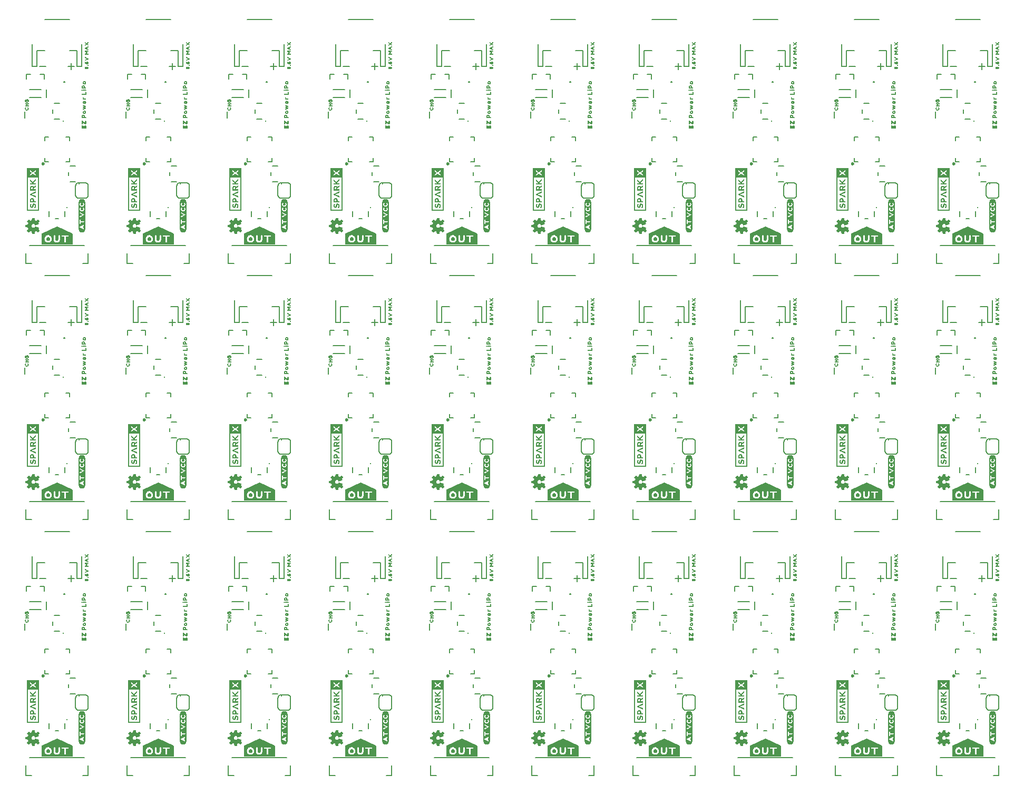
<source format=gto>
G04 EAGLE Gerber RS-274X export*
G75*
%MOMM*%
%FSLAX34Y34*%
%LPD*%
%INSilkscreen Top*%
%IPPOS*%
%AMOC8*
5,1,8,0,0,1.08239X$1,22.5*%
G01*
%ADD10C,0.203200*%
%ADD11C,0.152400*%
%ADD12C,0.254000*%
%ADD13C,0.177800*%
%ADD14C,0.250000*%

G36*
X836944Y505447D02*
X836944Y505447D01*
X836938Y505454D01*
X836946Y505460D01*
X836946Y574040D01*
X836910Y574087D01*
X836902Y574082D01*
X836896Y574089D01*
X817914Y574089D01*
X817866Y574053D01*
X817872Y574046D01*
X817864Y574040D01*
X817864Y505460D01*
X817900Y505413D01*
X817908Y505418D01*
X817914Y505411D01*
X836896Y505411D01*
X836944Y505447D01*
G37*
G36*
X186704Y93967D02*
X186704Y93967D01*
X186698Y93974D01*
X186706Y93980D01*
X186706Y162560D01*
X186670Y162607D01*
X186662Y162602D01*
X186656Y162609D01*
X167674Y162609D01*
X167626Y162573D01*
X167632Y162566D01*
X167624Y162560D01*
X167624Y93980D01*
X167660Y93933D01*
X167668Y93938D01*
X167674Y93931D01*
X186656Y93931D01*
X186704Y93967D01*
G37*
G36*
X674384Y93967D02*
X674384Y93967D01*
X674378Y93974D01*
X674386Y93980D01*
X674386Y162560D01*
X674350Y162607D01*
X674342Y162602D01*
X674336Y162609D01*
X655354Y162609D01*
X655306Y162573D01*
X655312Y162566D01*
X655304Y162560D01*
X655304Y93980D01*
X655340Y93933D01*
X655348Y93938D01*
X655354Y93931D01*
X674336Y93931D01*
X674384Y93967D01*
G37*
G36*
X836944Y916927D02*
X836944Y916927D01*
X836938Y916934D01*
X836946Y916940D01*
X836946Y985520D01*
X836910Y985567D01*
X836902Y985562D01*
X836896Y985569D01*
X817914Y985569D01*
X817866Y985533D01*
X817872Y985526D01*
X817864Y985520D01*
X817864Y916940D01*
X817900Y916893D01*
X817908Y916898D01*
X817914Y916891D01*
X836896Y916891D01*
X836944Y916927D01*
G37*
G36*
X24144Y505447D02*
X24144Y505447D01*
X24138Y505454D01*
X24146Y505460D01*
X24146Y574040D01*
X24110Y574087D01*
X24102Y574082D01*
X24096Y574089D01*
X5114Y574089D01*
X5066Y574053D01*
X5072Y574046D01*
X5064Y574040D01*
X5064Y505460D01*
X5100Y505413D01*
X5108Y505418D01*
X5114Y505411D01*
X24096Y505411D01*
X24144Y505447D01*
G37*
G36*
X24144Y916927D02*
X24144Y916927D01*
X24138Y916934D01*
X24146Y916940D01*
X24146Y985520D01*
X24110Y985567D01*
X24102Y985562D01*
X24096Y985569D01*
X5114Y985569D01*
X5066Y985533D01*
X5072Y985526D01*
X5064Y985520D01*
X5064Y916940D01*
X5100Y916893D01*
X5108Y916898D01*
X5114Y916891D01*
X24096Y916891D01*
X24144Y916927D01*
G37*
G36*
X511824Y916927D02*
X511824Y916927D01*
X511818Y916934D01*
X511826Y916940D01*
X511826Y985520D01*
X511790Y985567D01*
X511782Y985562D01*
X511776Y985569D01*
X492794Y985569D01*
X492746Y985533D01*
X492752Y985526D01*
X492744Y985520D01*
X492744Y916940D01*
X492780Y916893D01*
X492788Y916898D01*
X492794Y916891D01*
X511776Y916891D01*
X511824Y916927D01*
G37*
G36*
X1324624Y916927D02*
X1324624Y916927D01*
X1324618Y916934D01*
X1324626Y916940D01*
X1324626Y985520D01*
X1324590Y985567D01*
X1324582Y985562D01*
X1324576Y985569D01*
X1305594Y985569D01*
X1305546Y985533D01*
X1305552Y985526D01*
X1305544Y985520D01*
X1305544Y916940D01*
X1305580Y916893D01*
X1305588Y916898D01*
X1305594Y916891D01*
X1324576Y916891D01*
X1324624Y916927D01*
G37*
G36*
X999504Y916927D02*
X999504Y916927D01*
X999498Y916934D01*
X999506Y916940D01*
X999506Y985520D01*
X999470Y985567D01*
X999462Y985562D01*
X999456Y985569D01*
X980474Y985569D01*
X980426Y985533D01*
X980432Y985526D01*
X980424Y985520D01*
X980424Y916940D01*
X980460Y916893D01*
X980468Y916898D01*
X980474Y916891D01*
X999456Y916891D01*
X999504Y916927D01*
G37*
G36*
X999504Y93967D02*
X999504Y93967D01*
X999498Y93974D01*
X999506Y93980D01*
X999506Y162560D01*
X999470Y162607D01*
X999462Y162602D01*
X999456Y162609D01*
X980474Y162609D01*
X980426Y162573D01*
X980432Y162566D01*
X980424Y162560D01*
X980424Y93980D01*
X980460Y93933D01*
X980468Y93938D01*
X980474Y93931D01*
X999456Y93931D01*
X999504Y93967D01*
G37*
G36*
X836944Y93967D02*
X836944Y93967D01*
X836938Y93974D01*
X836946Y93980D01*
X836946Y162560D01*
X836910Y162607D01*
X836902Y162602D01*
X836896Y162609D01*
X817914Y162609D01*
X817866Y162573D01*
X817872Y162566D01*
X817864Y162560D01*
X817864Y93980D01*
X817900Y93933D01*
X817908Y93938D01*
X817914Y93931D01*
X836896Y93931D01*
X836944Y93967D01*
G37*
G36*
X1162064Y93967D02*
X1162064Y93967D01*
X1162058Y93974D01*
X1162066Y93980D01*
X1162066Y162560D01*
X1162030Y162607D01*
X1162022Y162602D01*
X1162016Y162609D01*
X1143034Y162609D01*
X1142986Y162573D01*
X1142992Y162566D01*
X1142984Y162560D01*
X1142984Y93980D01*
X1143020Y93933D01*
X1143028Y93938D01*
X1143034Y93931D01*
X1162016Y93931D01*
X1162064Y93967D01*
G37*
G36*
X1324624Y93967D02*
X1324624Y93967D01*
X1324618Y93974D01*
X1324626Y93980D01*
X1324626Y162560D01*
X1324590Y162607D01*
X1324582Y162602D01*
X1324576Y162609D01*
X1305594Y162609D01*
X1305546Y162573D01*
X1305552Y162566D01*
X1305544Y162560D01*
X1305544Y93980D01*
X1305580Y93933D01*
X1305588Y93938D01*
X1305594Y93931D01*
X1324576Y93931D01*
X1324624Y93967D01*
G37*
G36*
X24110Y162607D02*
X24110Y162607D01*
X24102Y162602D01*
X24096Y162609D01*
X5114Y162609D01*
X5066Y162573D01*
X5072Y162566D01*
X5064Y162560D01*
X5064Y93980D01*
X5100Y93933D01*
X5108Y93938D01*
X5114Y93931D01*
X24096Y93931D01*
X24144Y93967D01*
X24138Y93974D01*
X24146Y93980D01*
X24146Y162560D01*
X24110Y162607D01*
G37*
G36*
X1487184Y93967D02*
X1487184Y93967D01*
X1487178Y93974D01*
X1487186Y93980D01*
X1487186Y162560D01*
X1487150Y162607D01*
X1487142Y162602D01*
X1487136Y162609D01*
X1468154Y162609D01*
X1468106Y162573D01*
X1468112Y162566D01*
X1468104Y162560D01*
X1468104Y93980D01*
X1468140Y93933D01*
X1468148Y93938D01*
X1468154Y93931D01*
X1487136Y93931D01*
X1487184Y93967D01*
G37*
G36*
X349264Y93967D02*
X349264Y93967D01*
X349258Y93974D01*
X349266Y93980D01*
X349266Y162560D01*
X349230Y162607D01*
X349222Y162602D01*
X349216Y162609D01*
X330234Y162609D01*
X330186Y162573D01*
X330192Y162566D01*
X330184Y162560D01*
X330184Y93980D01*
X330220Y93933D01*
X330228Y93938D01*
X330234Y93931D01*
X349216Y93931D01*
X349264Y93967D01*
G37*
G36*
X674384Y505447D02*
X674384Y505447D01*
X674378Y505454D01*
X674386Y505460D01*
X674386Y574040D01*
X674350Y574087D01*
X674342Y574082D01*
X674336Y574089D01*
X655354Y574089D01*
X655306Y574053D01*
X655312Y574046D01*
X655304Y574040D01*
X655304Y505460D01*
X655340Y505413D01*
X655348Y505418D01*
X655354Y505411D01*
X674336Y505411D01*
X674384Y505447D01*
G37*
G36*
X1162064Y505447D02*
X1162064Y505447D01*
X1162058Y505454D01*
X1162066Y505460D01*
X1162066Y574040D01*
X1162030Y574087D01*
X1162022Y574082D01*
X1162016Y574089D01*
X1143034Y574089D01*
X1142986Y574053D01*
X1142992Y574046D01*
X1142984Y574040D01*
X1142984Y505460D01*
X1143020Y505413D01*
X1143028Y505418D01*
X1143034Y505411D01*
X1162016Y505411D01*
X1162064Y505447D01*
G37*
G36*
X1324624Y505447D02*
X1324624Y505447D01*
X1324618Y505454D01*
X1324626Y505460D01*
X1324626Y574040D01*
X1324590Y574087D01*
X1324582Y574082D01*
X1324576Y574089D01*
X1305594Y574089D01*
X1305546Y574053D01*
X1305552Y574046D01*
X1305544Y574040D01*
X1305544Y505460D01*
X1305580Y505413D01*
X1305588Y505418D01*
X1305594Y505411D01*
X1324576Y505411D01*
X1324624Y505447D01*
G37*
G36*
X511824Y505447D02*
X511824Y505447D01*
X511818Y505454D01*
X511826Y505460D01*
X511826Y574040D01*
X511790Y574087D01*
X511782Y574082D01*
X511776Y574089D01*
X492794Y574089D01*
X492746Y574053D01*
X492752Y574046D01*
X492744Y574040D01*
X492744Y505460D01*
X492780Y505413D01*
X492788Y505418D01*
X492794Y505411D01*
X511776Y505411D01*
X511824Y505447D01*
G37*
G36*
X349264Y505447D02*
X349264Y505447D01*
X349258Y505454D01*
X349266Y505460D01*
X349266Y574040D01*
X349230Y574087D01*
X349222Y574082D01*
X349216Y574089D01*
X330234Y574089D01*
X330186Y574053D01*
X330192Y574046D01*
X330184Y574040D01*
X330184Y505460D01*
X330220Y505413D01*
X330228Y505418D01*
X330234Y505411D01*
X349216Y505411D01*
X349264Y505447D01*
G37*
G36*
X1487184Y505447D02*
X1487184Y505447D01*
X1487178Y505454D01*
X1487186Y505460D01*
X1487186Y574040D01*
X1487150Y574087D01*
X1487142Y574082D01*
X1487136Y574089D01*
X1468154Y574089D01*
X1468106Y574053D01*
X1468112Y574046D01*
X1468104Y574040D01*
X1468104Y505460D01*
X1468140Y505413D01*
X1468148Y505418D01*
X1468154Y505411D01*
X1487136Y505411D01*
X1487184Y505447D01*
G37*
G36*
X674384Y916927D02*
X674384Y916927D01*
X674378Y916934D01*
X674386Y916940D01*
X674386Y985520D01*
X674350Y985567D01*
X674342Y985562D01*
X674336Y985569D01*
X655354Y985569D01*
X655306Y985533D01*
X655312Y985526D01*
X655304Y985520D01*
X655304Y916940D01*
X655340Y916893D01*
X655348Y916898D01*
X655354Y916891D01*
X674336Y916891D01*
X674384Y916927D01*
G37*
G36*
X186704Y505447D02*
X186704Y505447D01*
X186698Y505454D01*
X186706Y505460D01*
X186706Y574040D01*
X186670Y574087D01*
X186662Y574082D01*
X186656Y574089D01*
X167674Y574089D01*
X167626Y574053D01*
X167632Y574046D01*
X167624Y574040D01*
X167624Y505460D01*
X167660Y505413D01*
X167668Y505418D01*
X167674Y505411D01*
X186656Y505411D01*
X186704Y505447D01*
G37*
G36*
X999504Y505447D02*
X999504Y505447D01*
X999498Y505454D01*
X999506Y505460D01*
X999506Y574040D01*
X999470Y574087D01*
X999462Y574082D01*
X999456Y574089D01*
X980474Y574089D01*
X980426Y574053D01*
X980432Y574046D01*
X980424Y574040D01*
X980424Y505460D01*
X980460Y505413D01*
X980468Y505418D01*
X980474Y505411D01*
X999456Y505411D01*
X999504Y505447D01*
G37*
G36*
X186704Y916927D02*
X186704Y916927D01*
X186698Y916934D01*
X186706Y916940D01*
X186706Y985520D01*
X186670Y985567D01*
X186662Y985562D01*
X186656Y985569D01*
X167674Y985569D01*
X167626Y985533D01*
X167632Y985526D01*
X167624Y985520D01*
X167624Y916940D01*
X167660Y916893D01*
X167668Y916898D01*
X167674Y916891D01*
X186656Y916891D01*
X186704Y916927D01*
G37*
G36*
X1162064Y916927D02*
X1162064Y916927D01*
X1162058Y916934D01*
X1162066Y916940D01*
X1162066Y985520D01*
X1162030Y985567D01*
X1162022Y985562D01*
X1162016Y985569D01*
X1143034Y985569D01*
X1142986Y985533D01*
X1142992Y985526D01*
X1142984Y985520D01*
X1142984Y916940D01*
X1143020Y916893D01*
X1143028Y916898D01*
X1143034Y916891D01*
X1162016Y916891D01*
X1162064Y916927D01*
G37*
G36*
X1487184Y916927D02*
X1487184Y916927D01*
X1487178Y916934D01*
X1487186Y916940D01*
X1487186Y985520D01*
X1487150Y985567D01*
X1487142Y985562D01*
X1487136Y985569D01*
X1468154Y985569D01*
X1468106Y985533D01*
X1468112Y985526D01*
X1468104Y985520D01*
X1468104Y916940D01*
X1468140Y916893D01*
X1468148Y916898D01*
X1468154Y916891D01*
X1487136Y916891D01*
X1487184Y916927D01*
G37*
G36*
X511824Y93967D02*
X511824Y93967D01*
X511818Y93974D01*
X511826Y93980D01*
X511826Y162560D01*
X511790Y162607D01*
X511782Y162602D01*
X511776Y162609D01*
X492794Y162609D01*
X492746Y162573D01*
X492752Y162566D01*
X492744Y162560D01*
X492744Y93980D01*
X492780Y93933D01*
X492788Y93938D01*
X492794Y93931D01*
X511776Y93931D01*
X511824Y93967D01*
G37*
G36*
X349264Y916927D02*
X349264Y916927D01*
X349258Y916934D01*
X349266Y916940D01*
X349266Y985520D01*
X349230Y985567D01*
X349222Y985562D01*
X349216Y985569D01*
X330234Y985569D01*
X330186Y985533D01*
X330192Y985526D01*
X330184Y985520D01*
X330184Y916940D01*
X330220Y916893D01*
X330228Y916898D01*
X330234Y916891D01*
X349216Y916891D01*
X349264Y916927D01*
G37*
G36*
X565667Y40381D02*
X565667Y40381D01*
X565867Y41081D01*
X565864Y41091D01*
X565869Y41095D01*
X565869Y56280D01*
X565883Y56310D01*
X565891Y56380D01*
X565908Y56449D01*
X565904Y56502D01*
X565910Y56554D01*
X565895Y56624D01*
X565890Y56694D01*
X565869Y56743D01*
X565869Y57095D01*
X565844Y57128D01*
X565842Y57139D01*
X565242Y57439D01*
X565226Y57436D01*
X565220Y57444D01*
X564994Y57444D01*
X541360Y69261D01*
X541339Y69267D01*
X541321Y69279D01*
X541222Y69304D01*
X541126Y69334D01*
X541104Y69333D01*
X541082Y69339D01*
X540981Y69331D01*
X540880Y69328D01*
X540859Y69321D01*
X540837Y69319D01*
X540680Y69261D01*
X517046Y57444D01*
X516620Y57444D01*
X516599Y57428D01*
X516585Y57430D01*
X516185Y57030D01*
X516183Y57013D01*
X516173Y57006D01*
X516177Y57000D01*
X516171Y56995D01*
X516171Y56750D01*
X516157Y56720D01*
X516151Y56667D01*
X516136Y56616D01*
X516138Y56546D01*
X516130Y56476D01*
X516141Y56424D01*
X516143Y56371D01*
X516167Y56304D01*
X516171Y56287D01*
X516171Y40895D01*
X516182Y40880D01*
X516178Y40870D01*
X516478Y40370D01*
X516512Y40356D01*
X516520Y40346D01*
X565620Y40346D01*
X565667Y40381D01*
G37*
G36*
X890787Y40381D02*
X890787Y40381D01*
X890987Y41081D01*
X890984Y41091D01*
X890989Y41095D01*
X890989Y56280D01*
X891003Y56310D01*
X891011Y56380D01*
X891028Y56449D01*
X891024Y56502D01*
X891030Y56554D01*
X891015Y56624D01*
X891010Y56694D01*
X890989Y56743D01*
X890989Y57095D01*
X890964Y57128D01*
X890962Y57139D01*
X890362Y57439D01*
X890346Y57436D01*
X890340Y57444D01*
X890114Y57444D01*
X866480Y69261D01*
X866459Y69267D01*
X866441Y69279D01*
X866342Y69304D01*
X866246Y69334D01*
X866224Y69333D01*
X866202Y69339D01*
X866101Y69331D01*
X866000Y69328D01*
X865979Y69321D01*
X865957Y69319D01*
X865800Y69261D01*
X842166Y57444D01*
X841740Y57444D01*
X841719Y57428D01*
X841705Y57430D01*
X841305Y57030D01*
X841303Y57013D01*
X841293Y57006D01*
X841297Y57000D01*
X841291Y56995D01*
X841291Y56750D01*
X841277Y56720D01*
X841271Y56667D01*
X841256Y56616D01*
X841258Y56546D01*
X841250Y56476D01*
X841261Y56424D01*
X841263Y56371D01*
X841287Y56304D01*
X841291Y56287D01*
X841291Y40895D01*
X841302Y40880D01*
X841298Y40870D01*
X841598Y40370D01*
X841632Y40356D01*
X841640Y40346D01*
X890740Y40346D01*
X890787Y40381D01*
G37*
G36*
X1541027Y863341D02*
X1541027Y863341D01*
X1541227Y864041D01*
X1541224Y864051D01*
X1541229Y864055D01*
X1541229Y879240D01*
X1541243Y879270D01*
X1541251Y879340D01*
X1541268Y879409D01*
X1541264Y879462D01*
X1541270Y879514D01*
X1541255Y879584D01*
X1541250Y879654D01*
X1541229Y879703D01*
X1541229Y880055D01*
X1541204Y880088D01*
X1541202Y880099D01*
X1540602Y880399D01*
X1540586Y880396D01*
X1540580Y880404D01*
X1540354Y880404D01*
X1516720Y892221D01*
X1516699Y892227D01*
X1516681Y892239D01*
X1516582Y892264D01*
X1516486Y892294D01*
X1516464Y892293D01*
X1516442Y892299D01*
X1516341Y892291D01*
X1516240Y892288D01*
X1516219Y892281D01*
X1516197Y892279D01*
X1516040Y892221D01*
X1492406Y880404D01*
X1491980Y880404D01*
X1491959Y880388D01*
X1491945Y880390D01*
X1491545Y879990D01*
X1491543Y879973D01*
X1491533Y879966D01*
X1491537Y879960D01*
X1491531Y879955D01*
X1491531Y879710D01*
X1491517Y879680D01*
X1491511Y879627D01*
X1491496Y879576D01*
X1491498Y879506D01*
X1491490Y879436D01*
X1491501Y879384D01*
X1491503Y879331D01*
X1491527Y879264D01*
X1491531Y879247D01*
X1491531Y863855D01*
X1491542Y863840D01*
X1491538Y863830D01*
X1491838Y863330D01*
X1491872Y863316D01*
X1491880Y863306D01*
X1540980Y863306D01*
X1541027Y863341D01*
G37*
G36*
X1053347Y863341D02*
X1053347Y863341D01*
X1053547Y864041D01*
X1053544Y864051D01*
X1053549Y864055D01*
X1053549Y879240D01*
X1053563Y879270D01*
X1053571Y879340D01*
X1053588Y879409D01*
X1053584Y879462D01*
X1053590Y879514D01*
X1053575Y879584D01*
X1053570Y879654D01*
X1053549Y879703D01*
X1053549Y880055D01*
X1053524Y880088D01*
X1053522Y880099D01*
X1052922Y880399D01*
X1052906Y880396D01*
X1052900Y880404D01*
X1052674Y880404D01*
X1029040Y892221D01*
X1029019Y892227D01*
X1029001Y892239D01*
X1028902Y892264D01*
X1028806Y892294D01*
X1028784Y892293D01*
X1028762Y892299D01*
X1028661Y892291D01*
X1028560Y892288D01*
X1028539Y892281D01*
X1028517Y892279D01*
X1028360Y892221D01*
X1004726Y880404D01*
X1004300Y880404D01*
X1004279Y880388D01*
X1004265Y880390D01*
X1003865Y879990D01*
X1003863Y879973D01*
X1003853Y879966D01*
X1003857Y879960D01*
X1003851Y879955D01*
X1003851Y879710D01*
X1003837Y879680D01*
X1003831Y879627D01*
X1003816Y879576D01*
X1003818Y879506D01*
X1003810Y879436D01*
X1003821Y879384D01*
X1003823Y879331D01*
X1003847Y879264D01*
X1003851Y879247D01*
X1003851Y863855D01*
X1003862Y863840D01*
X1003858Y863830D01*
X1004158Y863330D01*
X1004192Y863316D01*
X1004200Y863306D01*
X1053300Y863306D01*
X1053347Y863341D01*
G37*
G36*
X1378467Y863341D02*
X1378467Y863341D01*
X1378667Y864041D01*
X1378664Y864051D01*
X1378669Y864055D01*
X1378669Y879240D01*
X1378683Y879270D01*
X1378691Y879340D01*
X1378708Y879409D01*
X1378704Y879462D01*
X1378710Y879514D01*
X1378695Y879584D01*
X1378690Y879654D01*
X1378669Y879703D01*
X1378669Y880055D01*
X1378644Y880088D01*
X1378642Y880099D01*
X1378042Y880399D01*
X1378026Y880396D01*
X1378020Y880404D01*
X1377794Y880404D01*
X1354160Y892221D01*
X1354139Y892227D01*
X1354121Y892239D01*
X1354022Y892264D01*
X1353926Y892294D01*
X1353904Y892293D01*
X1353882Y892299D01*
X1353781Y892291D01*
X1353680Y892288D01*
X1353659Y892281D01*
X1353637Y892279D01*
X1353480Y892221D01*
X1329846Y880404D01*
X1329420Y880404D01*
X1329399Y880388D01*
X1329385Y880390D01*
X1328985Y879990D01*
X1328983Y879973D01*
X1328973Y879966D01*
X1328977Y879960D01*
X1328971Y879955D01*
X1328971Y879710D01*
X1328957Y879680D01*
X1328951Y879627D01*
X1328936Y879576D01*
X1328938Y879506D01*
X1328930Y879436D01*
X1328941Y879384D01*
X1328943Y879331D01*
X1328967Y879264D01*
X1328971Y879247D01*
X1328971Y863855D01*
X1328982Y863840D01*
X1328978Y863830D01*
X1329278Y863330D01*
X1329312Y863316D01*
X1329320Y863306D01*
X1378420Y863306D01*
X1378467Y863341D01*
G37*
G36*
X565667Y863341D02*
X565667Y863341D01*
X565867Y864041D01*
X565864Y864051D01*
X565869Y864055D01*
X565869Y879240D01*
X565883Y879270D01*
X565891Y879340D01*
X565908Y879409D01*
X565904Y879462D01*
X565910Y879514D01*
X565895Y879584D01*
X565890Y879654D01*
X565869Y879703D01*
X565869Y880055D01*
X565844Y880088D01*
X565842Y880099D01*
X565242Y880399D01*
X565226Y880396D01*
X565220Y880404D01*
X564994Y880404D01*
X541360Y892221D01*
X541339Y892227D01*
X541321Y892239D01*
X541222Y892264D01*
X541126Y892294D01*
X541104Y892293D01*
X541082Y892299D01*
X540981Y892291D01*
X540880Y892288D01*
X540859Y892281D01*
X540837Y892279D01*
X540680Y892221D01*
X517046Y880404D01*
X516620Y880404D01*
X516599Y880388D01*
X516585Y880390D01*
X516185Y879990D01*
X516183Y879973D01*
X516173Y879966D01*
X516177Y879960D01*
X516171Y879955D01*
X516171Y879710D01*
X516157Y879680D01*
X516151Y879627D01*
X516136Y879576D01*
X516138Y879506D01*
X516130Y879436D01*
X516141Y879384D01*
X516143Y879331D01*
X516167Y879264D01*
X516171Y879247D01*
X516171Y863855D01*
X516182Y863840D01*
X516178Y863830D01*
X516478Y863330D01*
X516512Y863316D01*
X516520Y863306D01*
X565620Y863306D01*
X565667Y863341D01*
G37*
G36*
X890787Y863341D02*
X890787Y863341D01*
X890987Y864041D01*
X890984Y864051D01*
X890989Y864055D01*
X890989Y879240D01*
X891003Y879270D01*
X891011Y879340D01*
X891028Y879409D01*
X891024Y879462D01*
X891030Y879514D01*
X891015Y879584D01*
X891010Y879654D01*
X890989Y879703D01*
X890989Y880055D01*
X890964Y880088D01*
X890962Y880099D01*
X890362Y880399D01*
X890346Y880396D01*
X890340Y880404D01*
X890114Y880404D01*
X866480Y892221D01*
X866459Y892227D01*
X866441Y892239D01*
X866342Y892264D01*
X866246Y892294D01*
X866224Y892293D01*
X866202Y892299D01*
X866101Y892291D01*
X866000Y892288D01*
X865979Y892281D01*
X865957Y892279D01*
X865800Y892221D01*
X842166Y880404D01*
X841740Y880404D01*
X841719Y880388D01*
X841705Y880390D01*
X841305Y879990D01*
X841303Y879973D01*
X841293Y879966D01*
X841297Y879960D01*
X841291Y879955D01*
X841291Y879710D01*
X841277Y879680D01*
X841271Y879627D01*
X841256Y879576D01*
X841258Y879506D01*
X841250Y879436D01*
X841261Y879384D01*
X841263Y879331D01*
X841287Y879264D01*
X841291Y879247D01*
X841291Y863855D01*
X841302Y863840D01*
X841298Y863830D01*
X841598Y863330D01*
X841632Y863316D01*
X841640Y863306D01*
X890740Y863306D01*
X890787Y863341D01*
G37*
G36*
X240547Y863341D02*
X240547Y863341D01*
X240747Y864041D01*
X240744Y864051D01*
X240749Y864055D01*
X240749Y879240D01*
X240763Y879270D01*
X240771Y879340D01*
X240788Y879409D01*
X240784Y879462D01*
X240790Y879514D01*
X240775Y879584D01*
X240770Y879654D01*
X240749Y879703D01*
X240749Y880055D01*
X240724Y880088D01*
X240722Y880099D01*
X240122Y880399D01*
X240106Y880396D01*
X240100Y880404D01*
X239874Y880404D01*
X216240Y892221D01*
X216219Y892227D01*
X216201Y892239D01*
X216102Y892264D01*
X216006Y892294D01*
X215984Y892293D01*
X215962Y892299D01*
X215861Y892291D01*
X215760Y892288D01*
X215739Y892281D01*
X215717Y892279D01*
X215560Y892221D01*
X191926Y880404D01*
X191500Y880404D01*
X191479Y880388D01*
X191465Y880390D01*
X191065Y879990D01*
X191063Y879973D01*
X191053Y879966D01*
X191057Y879960D01*
X191051Y879955D01*
X191051Y879710D01*
X191037Y879680D01*
X191031Y879627D01*
X191016Y879576D01*
X191018Y879506D01*
X191010Y879436D01*
X191021Y879384D01*
X191023Y879331D01*
X191047Y879264D01*
X191051Y879247D01*
X191051Y863855D01*
X191062Y863840D01*
X191058Y863830D01*
X191358Y863330D01*
X191392Y863316D01*
X191400Y863306D01*
X240500Y863306D01*
X240547Y863341D01*
G37*
G36*
X1378467Y40381D02*
X1378467Y40381D01*
X1378667Y41081D01*
X1378664Y41091D01*
X1378669Y41095D01*
X1378669Y56280D01*
X1378683Y56310D01*
X1378691Y56380D01*
X1378708Y56449D01*
X1378704Y56502D01*
X1378710Y56554D01*
X1378695Y56624D01*
X1378690Y56694D01*
X1378669Y56743D01*
X1378669Y57095D01*
X1378644Y57128D01*
X1378642Y57139D01*
X1378042Y57439D01*
X1378026Y57436D01*
X1378020Y57444D01*
X1377794Y57444D01*
X1354160Y69261D01*
X1354139Y69267D01*
X1354121Y69279D01*
X1354022Y69304D01*
X1353926Y69334D01*
X1353904Y69333D01*
X1353882Y69339D01*
X1353781Y69331D01*
X1353680Y69328D01*
X1353659Y69321D01*
X1353637Y69319D01*
X1353480Y69261D01*
X1329846Y57444D01*
X1329420Y57444D01*
X1329399Y57428D01*
X1329385Y57430D01*
X1328985Y57030D01*
X1328983Y57013D01*
X1328973Y57006D01*
X1328977Y57000D01*
X1328971Y56995D01*
X1328971Y56750D01*
X1328957Y56720D01*
X1328951Y56667D01*
X1328936Y56616D01*
X1328938Y56546D01*
X1328930Y56476D01*
X1328941Y56424D01*
X1328943Y56371D01*
X1328967Y56304D01*
X1328971Y56287D01*
X1328971Y40895D01*
X1328982Y40880D01*
X1328978Y40870D01*
X1329278Y40370D01*
X1329312Y40356D01*
X1329320Y40346D01*
X1378420Y40346D01*
X1378467Y40381D01*
G37*
G36*
X1053347Y40381D02*
X1053347Y40381D01*
X1053547Y41081D01*
X1053544Y41091D01*
X1053549Y41095D01*
X1053549Y56280D01*
X1053563Y56310D01*
X1053571Y56380D01*
X1053588Y56449D01*
X1053584Y56502D01*
X1053590Y56554D01*
X1053575Y56624D01*
X1053570Y56694D01*
X1053549Y56743D01*
X1053549Y57095D01*
X1053524Y57128D01*
X1053522Y57139D01*
X1052922Y57439D01*
X1052906Y57436D01*
X1052900Y57444D01*
X1052674Y57444D01*
X1029040Y69261D01*
X1029019Y69267D01*
X1029001Y69279D01*
X1028902Y69304D01*
X1028806Y69334D01*
X1028784Y69333D01*
X1028762Y69339D01*
X1028661Y69331D01*
X1028560Y69328D01*
X1028539Y69321D01*
X1028517Y69319D01*
X1028360Y69261D01*
X1004726Y57444D01*
X1004300Y57444D01*
X1004279Y57428D01*
X1004265Y57430D01*
X1003865Y57030D01*
X1003863Y57013D01*
X1003853Y57006D01*
X1003857Y57000D01*
X1003851Y56995D01*
X1003851Y56750D01*
X1003837Y56720D01*
X1003831Y56667D01*
X1003816Y56616D01*
X1003818Y56546D01*
X1003810Y56476D01*
X1003821Y56424D01*
X1003823Y56371D01*
X1003847Y56304D01*
X1003851Y56287D01*
X1003851Y40895D01*
X1003862Y40880D01*
X1003858Y40870D01*
X1004158Y40370D01*
X1004192Y40356D01*
X1004200Y40346D01*
X1053300Y40346D01*
X1053347Y40381D01*
G37*
G36*
X1215907Y863341D02*
X1215907Y863341D01*
X1216107Y864041D01*
X1216104Y864051D01*
X1216109Y864055D01*
X1216109Y879240D01*
X1216123Y879270D01*
X1216131Y879340D01*
X1216148Y879409D01*
X1216144Y879462D01*
X1216150Y879514D01*
X1216135Y879584D01*
X1216130Y879654D01*
X1216109Y879703D01*
X1216109Y880055D01*
X1216084Y880088D01*
X1216082Y880099D01*
X1215482Y880399D01*
X1215466Y880396D01*
X1215460Y880404D01*
X1215234Y880404D01*
X1191600Y892221D01*
X1191579Y892227D01*
X1191561Y892239D01*
X1191462Y892264D01*
X1191366Y892294D01*
X1191344Y892293D01*
X1191322Y892299D01*
X1191221Y892291D01*
X1191120Y892288D01*
X1191099Y892281D01*
X1191077Y892279D01*
X1190920Y892221D01*
X1167286Y880404D01*
X1166860Y880404D01*
X1166839Y880388D01*
X1166825Y880390D01*
X1166425Y879990D01*
X1166423Y879973D01*
X1166413Y879966D01*
X1166417Y879960D01*
X1166411Y879955D01*
X1166411Y879710D01*
X1166397Y879680D01*
X1166391Y879627D01*
X1166376Y879576D01*
X1166378Y879506D01*
X1166370Y879436D01*
X1166381Y879384D01*
X1166383Y879331D01*
X1166407Y879264D01*
X1166411Y879247D01*
X1166411Y863855D01*
X1166422Y863840D01*
X1166418Y863830D01*
X1166718Y863330D01*
X1166752Y863316D01*
X1166760Y863306D01*
X1215860Y863306D01*
X1215907Y863341D01*
G37*
G36*
X403107Y863341D02*
X403107Y863341D01*
X403307Y864041D01*
X403304Y864051D01*
X403309Y864055D01*
X403309Y879240D01*
X403323Y879270D01*
X403331Y879340D01*
X403348Y879409D01*
X403344Y879462D01*
X403350Y879514D01*
X403335Y879584D01*
X403330Y879654D01*
X403309Y879703D01*
X403309Y880055D01*
X403284Y880088D01*
X403282Y880099D01*
X402682Y880399D01*
X402666Y880396D01*
X402660Y880404D01*
X402434Y880404D01*
X378800Y892221D01*
X378779Y892227D01*
X378761Y892239D01*
X378662Y892264D01*
X378566Y892294D01*
X378544Y892293D01*
X378522Y892299D01*
X378421Y892291D01*
X378320Y892288D01*
X378299Y892281D01*
X378277Y892279D01*
X378120Y892221D01*
X354486Y880404D01*
X354060Y880404D01*
X354039Y880388D01*
X354025Y880390D01*
X353625Y879990D01*
X353623Y879973D01*
X353613Y879966D01*
X353617Y879960D01*
X353611Y879955D01*
X353611Y879710D01*
X353597Y879680D01*
X353591Y879627D01*
X353576Y879576D01*
X353578Y879506D01*
X353570Y879436D01*
X353581Y879384D01*
X353583Y879331D01*
X353607Y879264D01*
X353611Y879247D01*
X353611Y863855D01*
X353622Y863840D01*
X353618Y863830D01*
X353918Y863330D01*
X353952Y863316D01*
X353960Y863306D01*
X403060Y863306D01*
X403107Y863341D01*
G37*
G36*
X1215907Y40381D02*
X1215907Y40381D01*
X1216107Y41081D01*
X1216104Y41091D01*
X1216109Y41095D01*
X1216109Y56280D01*
X1216123Y56310D01*
X1216131Y56380D01*
X1216148Y56449D01*
X1216144Y56502D01*
X1216150Y56554D01*
X1216135Y56624D01*
X1216130Y56694D01*
X1216109Y56743D01*
X1216109Y57095D01*
X1216084Y57128D01*
X1216082Y57139D01*
X1215482Y57439D01*
X1215466Y57436D01*
X1215460Y57444D01*
X1215234Y57444D01*
X1191600Y69261D01*
X1191579Y69267D01*
X1191561Y69279D01*
X1191462Y69304D01*
X1191366Y69334D01*
X1191344Y69333D01*
X1191322Y69339D01*
X1191221Y69331D01*
X1191120Y69328D01*
X1191099Y69321D01*
X1191077Y69319D01*
X1190920Y69261D01*
X1167286Y57444D01*
X1166860Y57444D01*
X1166839Y57428D01*
X1166825Y57430D01*
X1166425Y57030D01*
X1166423Y57013D01*
X1166413Y57006D01*
X1166417Y57000D01*
X1166411Y56995D01*
X1166411Y56750D01*
X1166397Y56720D01*
X1166391Y56667D01*
X1166376Y56616D01*
X1166378Y56546D01*
X1166370Y56476D01*
X1166381Y56424D01*
X1166383Y56371D01*
X1166407Y56304D01*
X1166411Y56287D01*
X1166411Y40895D01*
X1166422Y40880D01*
X1166418Y40870D01*
X1166718Y40370D01*
X1166752Y40356D01*
X1166760Y40346D01*
X1215860Y40346D01*
X1215907Y40381D01*
G37*
G36*
X728227Y863341D02*
X728227Y863341D01*
X728427Y864041D01*
X728424Y864051D01*
X728429Y864055D01*
X728429Y879240D01*
X728443Y879270D01*
X728451Y879340D01*
X728468Y879409D01*
X728464Y879462D01*
X728470Y879514D01*
X728455Y879584D01*
X728450Y879654D01*
X728429Y879703D01*
X728429Y880055D01*
X728404Y880088D01*
X728402Y880099D01*
X727802Y880399D01*
X727786Y880396D01*
X727780Y880404D01*
X727554Y880404D01*
X703920Y892221D01*
X703899Y892227D01*
X703881Y892239D01*
X703782Y892264D01*
X703686Y892294D01*
X703664Y892293D01*
X703642Y892299D01*
X703541Y892291D01*
X703440Y892288D01*
X703419Y892281D01*
X703397Y892279D01*
X703240Y892221D01*
X679606Y880404D01*
X679180Y880404D01*
X679159Y880388D01*
X679145Y880390D01*
X678745Y879990D01*
X678743Y879973D01*
X678733Y879966D01*
X678737Y879960D01*
X678731Y879955D01*
X678731Y879710D01*
X678717Y879680D01*
X678711Y879627D01*
X678696Y879576D01*
X678698Y879506D01*
X678690Y879436D01*
X678701Y879384D01*
X678703Y879331D01*
X678727Y879264D01*
X678731Y879247D01*
X678731Y863855D01*
X678742Y863840D01*
X678738Y863830D01*
X679038Y863330D01*
X679072Y863316D01*
X679080Y863306D01*
X728180Y863306D01*
X728227Y863341D01*
G37*
G36*
X77987Y40381D02*
X77987Y40381D01*
X78187Y41081D01*
X78184Y41091D01*
X78189Y41095D01*
X78189Y56280D01*
X78203Y56310D01*
X78211Y56380D01*
X78228Y56449D01*
X78224Y56502D01*
X78230Y56554D01*
X78215Y56624D01*
X78210Y56694D01*
X78189Y56743D01*
X78189Y57095D01*
X78164Y57128D01*
X78162Y57139D01*
X77562Y57439D01*
X77546Y57436D01*
X77540Y57444D01*
X77314Y57444D01*
X53680Y69261D01*
X53659Y69267D01*
X53641Y69279D01*
X53542Y69304D01*
X53446Y69334D01*
X53424Y69333D01*
X53402Y69339D01*
X53301Y69331D01*
X53200Y69328D01*
X53179Y69321D01*
X53157Y69319D01*
X53000Y69261D01*
X29366Y57444D01*
X28940Y57444D01*
X28919Y57428D01*
X28905Y57430D01*
X28505Y57030D01*
X28503Y57013D01*
X28493Y57006D01*
X28497Y57000D01*
X28491Y56995D01*
X28491Y56750D01*
X28477Y56720D01*
X28471Y56667D01*
X28456Y56616D01*
X28458Y56546D01*
X28450Y56476D01*
X28461Y56424D01*
X28463Y56371D01*
X28487Y56304D01*
X28491Y56287D01*
X28491Y40895D01*
X28502Y40880D01*
X28498Y40870D01*
X28798Y40370D01*
X28832Y40356D01*
X28840Y40346D01*
X77940Y40346D01*
X77987Y40381D01*
G37*
G36*
X403107Y40381D02*
X403107Y40381D01*
X403307Y41081D01*
X403304Y41091D01*
X403309Y41095D01*
X403309Y56280D01*
X403323Y56310D01*
X403331Y56380D01*
X403348Y56449D01*
X403344Y56502D01*
X403350Y56554D01*
X403335Y56624D01*
X403330Y56694D01*
X403309Y56743D01*
X403309Y57095D01*
X403284Y57128D01*
X403282Y57139D01*
X402682Y57439D01*
X402666Y57436D01*
X402660Y57444D01*
X402434Y57444D01*
X378800Y69261D01*
X378779Y69267D01*
X378761Y69279D01*
X378662Y69304D01*
X378566Y69334D01*
X378544Y69333D01*
X378522Y69339D01*
X378421Y69331D01*
X378320Y69328D01*
X378299Y69321D01*
X378277Y69319D01*
X378120Y69261D01*
X354486Y57444D01*
X354060Y57444D01*
X354039Y57428D01*
X354025Y57430D01*
X353625Y57030D01*
X353623Y57013D01*
X353613Y57006D01*
X353617Y57000D01*
X353611Y56995D01*
X353611Y56750D01*
X353597Y56720D01*
X353591Y56667D01*
X353576Y56616D01*
X353578Y56546D01*
X353570Y56476D01*
X353581Y56424D01*
X353583Y56371D01*
X353607Y56304D01*
X353611Y56287D01*
X353611Y40895D01*
X353622Y40880D01*
X353618Y40870D01*
X353918Y40370D01*
X353952Y40356D01*
X353960Y40346D01*
X403060Y40346D01*
X403107Y40381D01*
G37*
G36*
X1541027Y40381D02*
X1541027Y40381D01*
X1541227Y41081D01*
X1541224Y41091D01*
X1541229Y41095D01*
X1541229Y56280D01*
X1541243Y56310D01*
X1541251Y56380D01*
X1541268Y56449D01*
X1541264Y56502D01*
X1541270Y56554D01*
X1541255Y56624D01*
X1541250Y56694D01*
X1541229Y56743D01*
X1541229Y57095D01*
X1541204Y57128D01*
X1541202Y57139D01*
X1540602Y57439D01*
X1540586Y57436D01*
X1540580Y57444D01*
X1540354Y57444D01*
X1516720Y69261D01*
X1516699Y69267D01*
X1516681Y69279D01*
X1516582Y69304D01*
X1516486Y69334D01*
X1516464Y69333D01*
X1516442Y69339D01*
X1516341Y69331D01*
X1516240Y69328D01*
X1516219Y69321D01*
X1516197Y69319D01*
X1516040Y69261D01*
X1492406Y57444D01*
X1491980Y57444D01*
X1491959Y57428D01*
X1491945Y57430D01*
X1491545Y57030D01*
X1491543Y57013D01*
X1491533Y57006D01*
X1491537Y57000D01*
X1491531Y56995D01*
X1491531Y56750D01*
X1491517Y56720D01*
X1491511Y56667D01*
X1491496Y56616D01*
X1491498Y56546D01*
X1491490Y56476D01*
X1491501Y56424D01*
X1491503Y56371D01*
X1491527Y56304D01*
X1491531Y56287D01*
X1491531Y40895D01*
X1491542Y40880D01*
X1491538Y40870D01*
X1491838Y40370D01*
X1491872Y40356D01*
X1491880Y40346D01*
X1540980Y40346D01*
X1541027Y40381D01*
G37*
G36*
X728227Y40381D02*
X728227Y40381D01*
X728427Y41081D01*
X728424Y41091D01*
X728429Y41095D01*
X728429Y56280D01*
X728443Y56310D01*
X728451Y56380D01*
X728468Y56449D01*
X728464Y56502D01*
X728470Y56554D01*
X728455Y56624D01*
X728450Y56694D01*
X728429Y56743D01*
X728429Y57095D01*
X728404Y57128D01*
X728402Y57139D01*
X727802Y57439D01*
X727786Y57436D01*
X727780Y57444D01*
X727554Y57444D01*
X703920Y69261D01*
X703899Y69267D01*
X703881Y69279D01*
X703782Y69304D01*
X703686Y69334D01*
X703664Y69333D01*
X703642Y69339D01*
X703541Y69331D01*
X703440Y69328D01*
X703419Y69321D01*
X703397Y69319D01*
X703240Y69261D01*
X679606Y57444D01*
X679180Y57444D01*
X679159Y57428D01*
X679145Y57430D01*
X678745Y57030D01*
X678743Y57013D01*
X678733Y57006D01*
X678737Y57000D01*
X678731Y56995D01*
X678731Y56750D01*
X678717Y56720D01*
X678711Y56667D01*
X678696Y56616D01*
X678698Y56546D01*
X678690Y56476D01*
X678701Y56424D01*
X678703Y56371D01*
X678727Y56304D01*
X678731Y56287D01*
X678731Y40895D01*
X678742Y40880D01*
X678738Y40870D01*
X679038Y40370D01*
X679072Y40356D01*
X679080Y40346D01*
X728180Y40346D01*
X728227Y40381D01*
G37*
G36*
X77987Y863341D02*
X77987Y863341D01*
X78187Y864041D01*
X78184Y864051D01*
X78189Y864055D01*
X78189Y879240D01*
X78203Y879270D01*
X78211Y879340D01*
X78228Y879409D01*
X78224Y879462D01*
X78230Y879514D01*
X78215Y879584D01*
X78210Y879654D01*
X78189Y879703D01*
X78189Y880055D01*
X78164Y880088D01*
X78162Y880099D01*
X77562Y880399D01*
X77546Y880396D01*
X77540Y880404D01*
X77314Y880404D01*
X53680Y892221D01*
X53659Y892227D01*
X53641Y892239D01*
X53542Y892264D01*
X53446Y892294D01*
X53424Y892293D01*
X53402Y892299D01*
X53301Y892291D01*
X53200Y892288D01*
X53179Y892281D01*
X53157Y892279D01*
X53000Y892221D01*
X29366Y880404D01*
X28940Y880404D01*
X28919Y880388D01*
X28905Y880390D01*
X28505Y879990D01*
X28503Y879973D01*
X28493Y879966D01*
X28497Y879960D01*
X28491Y879955D01*
X28491Y879710D01*
X28477Y879680D01*
X28471Y879627D01*
X28456Y879576D01*
X28458Y879506D01*
X28450Y879436D01*
X28461Y879384D01*
X28463Y879331D01*
X28487Y879264D01*
X28491Y879247D01*
X28491Y863855D01*
X28502Y863840D01*
X28498Y863830D01*
X28798Y863330D01*
X28832Y863316D01*
X28840Y863306D01*
X77940Y863306D01*
X77987Y863341D01*
G37*
G36*
X240547Y40381D02*
X240547Y40381D01*
X240747Y41081D01*
X240744Y41091D01*
X240749Y41095D01*
X240749Y56280D01*
X240763Y56310D01*
X240771Y56380D01*
X240788Y56449D01*
X240784Y56502D01*
X240790Y56554D01*
X240775Y56624D01*
X240770Y56694D01*
X240749Y56743D01*
X240749Y57095D01*
X240724Y57128D01*
X240722Y57139D01*
X240122Y57439D01*
X240106Y57436D01*
X240100Y57444D01*
X239874Y57444D01*
X216240Y69261D01*
X216219Y69267D01*
X216201Y69279D01*
X216102Y69304D01*
X216006Y69334D01*
X215984Y69333D01*
X215962Y69339D01*
X215861Y69331D01*
X215760Y69328D01*
X215739Y69321D01*
X215717Y69319D01*
X215560Y69261D01*
X191926Y57444D01*
X191500Y57444D01*
X191479Y57428D01*
X191465Y57430D01*
X191065Y57030D01*
X191063Y57013D01*
X191053Y57006D01*
X191057Y57000D01*
X191051Y56995D01*
X191051Y56750D01*
X191037Y56720D01*
X191031Y56667D01*
X191016Y56616D01*
X191018Y56546D01*
X191010Y56476D01*
X191021Y56424D01*
X191023Y56371D01*
X191047Y56304D01*
X191051Y56287D01*
X191051Y40895D01*
X191062Y40880D01*
X191058Y40870D01*
X191358Y40370D01*
X191392Y40356D01*
X191400Y40346D01*
X240500Y40346D01*
X240547Y40381D01*
G37*
G36*
X77987Y451861D02*
X77987Y451861D01*
X78187Y452561D01*
X78184Y452571D01*
X78189Y452575D01*
X78189Y467760D01*
X78203Y467790D01*
X78211Y467860D01*
X78228Y467929D01*
X78224Y467982D01*
X78230Y468034D01*
X78215Y468104D01*
X78210Y468174D01*
X78189Y468223D01*
X78189Y468575D01*
X78164Y468608D01*
X78162Y468619D01*
X77562Y468919D01*
X77546Y468916D01*
X77540Y468924D01*
X77314Y468924D01*
X53680Y480741D01*
X53659Y480747D01*
X53641Y480759D01*
X53542Y480784D01*
X53446Y480814D01*
X53424Y480813D01*
X53402Y480819D01*
X53301Y480811D01*
X53200Y480808D01*
X53179Y480801D01*
X53157Y480799D01*
X53000Y480741D01*
X29366Y468924D01*
X28940Y468924D01*
X28919Y468908D01*
X28905Y468910D01*
X28505Y468510D01*
X28503Y468493D01*
X28493Y468486D01*
X28497Y468480D01*
X28491Y468475D01*
X28491Y468230D01*
X28477Y468200D01*
X28471Y468147D01*
X28456Y468096D01*
X28458Y468026D01*
X28450Y467956D01*
X28461Y467904D01*
X28463Y467851D01*
X28487Y467784D01*
X28491Y467767D01*
X28491Y452375D01*
X28502Y452360D01*
X28498Y452350D01*
X28798Y451850D01*
X28832Y451836D01*
X28840Y451826D01*
X77940Y451826D01*
X77987Y451861D01*
G37*
G36*
X728227Y451861D02*
X728227Y451861D01*
X728427Y452561D01*
X728424Y452571D01*
X728429Y452575D01*
X728429Y467760D01*
X728443Y467790D01*
X728451Y467860D01*
X728468Y467929D01*
X728464Y467982D01*
X728470Y468034D01*
X728455Y468104D01*
X728450Y468174D01*
X728429Y468223D01*
X728429Y468575D01*
X728404Y468608D01*
X728402Y468619D01*
X727802Y468919D01*
X727786Y468916D01*
X727780Y468924D01*
X727554Y468924D01*
X703920Y480741D01*
X703899Y480747D01*
X703881Y480759D01*
X703782Y480784D01*
X703686Y480814D01*
X703664Y480813D01*
X703642Y480819D01*
X703541Y480811D01*
X703440Y480808D01*
X703419Y480801D01*
X703397Y480799D01*
X703240Y480741D01*
X679606Y468924D01*
X679180Y468924D01*
X679159Y468908D01*
X679145Y468910D01*
X678745Y468510D01*
X678743Y468493D01*
X678733Y468486D01*
X678737Y468480D01*
X678731Y468475D01*
X678731Y468230D01*
X678717Y468200D01*
X678711Y468147D01*
X678696Y468096D01*
X678698Y468026D01*
X678690Y467956D01*
X678701Y467904D01*
X678703Y467851D01*
X678727Y467784D01*
X678731Y467767D01*
X678731Y452375D01*
X678742Y452360D01*
X678738Y452350D01*
X679038Y451850D01*
X679072Y451836D01*
X679080Y451826D01*
X728180Y451826D01*
X728227Y451861D01*
G37*
G36*
X240547Y451861D02*
X240547Y451861D01*
X240747Y452561D01*
X240744Y452571D01*
X240749Y452575D01*
X240749Y467760D01*
X240763Y467790D01*
X240771Y467860D01*
X240788Y467929D01*
X240784Y467982D01*
X240790Y468034D01*
X240775Y468104D01*
X240770Y468174D01*
X240749Y468223D01*
X240749Y468575D01*
X240724Y468608D01*
X240722Y468619D01*
X240122Y468919D01*
X240106Y468916D01*
X240100Y468924D01*
X239874Y468924D01*
X216240Y480741D01*
X216219Y480747D01*
X216201Y480759D01*
X216102Y480784D01*
X216006Y480814D01*
X215984Y480813D01*
X215962Y480819D01*
X215861Y480811D01*
X215760Y480808D01*
X215739Y480801D01*
X215717Y480799D01*
X215560Y480741D01*
X191926Y468924D01*
X191500Y468924D01*
X191479Y468908D01*
X191465Y468910D01*
X191065Y468510D01*
X191063Y468493D01*
X191053Y468486D01*
X191057Y468480D01*
X191051Y468475D01*
X191051Y468230D01*
X191037Y468200D01*
X191031Y468147D01*
X191016Y468096D01*
X191018Y468026D01*
X191010Y467956D01*
X191021Y467904D01*
X191023Y467851D01*
X191047Y467784D01*
X191051Y467767D01*
X191051Y452375D01*
X191062Y452360D01*
X191058Y452350D01*
X191358Y451850D01*
X191392Y451836D01*
X191400Y451826D01*
X240500Y451826D01*
X240547Y451861D01*
G37*
G36*
X1541027Y451861D02*
X1541027Y451861D01*
X1541227Y452561D01*
X1541224Y452571D01*
X1541229Y452575D01*
X1541229Y467760D01*
X1541243Y467790D01*
X1541251Y467860D01*
X1541268Y467929D01*
X1541264Y467982D01*
X1541270Y468034D01*
X1541255Y468104D01*
X1541250Y468174D01*
X1541229Y468223D01*
X1541229Y468575D01*
X1541204Y468608D01*
X1541202Y468619D01*
X1540602Y468919D01*
X1540586Y468916D01*
X1540580Y468924D01*
X1540354Y468924D01*
X1516720Y480741D01*
X1516699Y480747D01*
X1516681Y480759D01*
X1516582Y480784D01*
X1516486Y480814D01*
X1516464Y480813D01*
X1516442Y480819D01*
X1516341Y480811D01*
X1516240Y480808D01*
X1516219Y480801D01*
X1516197Y480799D01*
X1516040Y480741D01*
X1492406Y468924D01*
X1491980Y468924D01*
X1491959Y468908D01*
X1491945Y468910D01*
X1491545Y468510D01*
X1491543Y468493D01*
X1491533Y468486D01*
X1491537Y468480D01*
X1491531Y468475D01*
X1491531Y468230D01*
X1491517Y468200D01*
X1491511Y468147D01*
X1491496Y468096D01*
X1491498Y468026D01*
X1491490Y467956D01*
X1491501Y467904D01*
X1491503Y467851D01*
X1491527Y467784D01*
X1491531Y467767D01*
X1491531Y452375D01*
X1491542Y452360D01*
X1491538Y452350D01*
X1491838Y451850D01*
X1491872Y451836D01*
X1491880Y451826D01*
X1540980Y451826D01*
X1541027Y451861D01*
G37*
G36*
X1378467Y451861D02*
X1378467Y451861D01*
X1378667Y452561D01*
X1378664Y452571D01*
X1378669Y452575D01*
X1378669Y467760D01*
X1378683Y467790D01*
X1378691Y467860D01*
X1378708Y467929D01*
X1378704Y467982D01*
X1378710Y468034D01*
X1378695Y468104D01*
X1378690Y468174D01*
X1378669Y468223D01*
X1378669Y468575D01*
X1378644Y468608D01*
X1378642Y468619D01*
X1378042Y468919D01*
X1378026Y468916D01*
X1378020Y468924D01*
X1377794Y468924D01*
X1354160Y480741D01*
X1354139Y480747D01*
X1354121Y480759D01*
X1354022Y480784D01*
X1353926Y480814D01*
X1353904Y480813D01*
X1353882Y480819D01*
X1353781Y480811D01*
X1353680Y480808D01*
X1353659Y480801D01*
X1353637Y480799D01*
X1353480Y480741D01*
X1329846Y468924D01*
X1329420Y468924D01*
X1329399Y468908D01*
X1329385Y468910D01*
X1328985Y468510D01*
X1328983Y468493D01*
X1328973Y468486D01*
X1328977Y468480D01*
X1328971Y468475D01*
X1328971Y468230D01*
X1328957Y468200D01*
X1328951Y468147D01*
X1328936Y468096D01*
X1328938Y468026D01*
X1328930Y467956D01*
X1328941Y467904D01*
X1328943Y467851D01*
X1328967Y467784D01*
X1328971Y467767D01*
X1328971Y452375D01*
X1328982Y452360D01*
X1328978Y452350D01*
X1329278Y451850D01*
X1329312Y451836D01*
X1329320Y451826D01*
X1378420Y451826D01*
X1378467Y451861D01*
G37*
G36*
X890787Y451861D02*
X890787Y451861D01*
X890987Y452561D01*
X890984Y452571D01*
X890989Y452575D01*
X890989Y467760D01*
X891003Y467790D01*
X891011Y467860D01*
X891028Y467929D01*
X891024Y467982D01*
X891030Y468034D01*
X891015Y468104D01*
X891010Y468174D01*
X890989Y468223D01*
X890989Y468575D01*
X890964Y468608D01*
X890962Y468619D01*
X890362Y468919D01*
X890346Y468916D01*
X890340Y468924D01*
X890114Y468924D01*
X866480Y480741D01*
X866459Y480747D01*
X866441Y480759D01*
X866342Y480784D01*
X866246Y480814D01*
X866224Y480813D01*
X866202Y480819D01*
X866101Y480811D01*
X866000Y480808D01*
X865979Y480801D01*
X865957Y480799D01*
X865800Y480741D01*
X842166Y468924D01*
X841740Y468924D01*
X841719Y468908D01*
X841705Y468910D01*
X841305Y468510D01*
X841303Y468493D01*
X841293Y468486D01*
X841297Y468480D01*
X841291Y468475D01*
X841291Y468230D01*
X841277Y468200D01*
X841271Y468147D01*
X841256Y468096D01*
X841258Y468026D01*
X841250Y467956D01*
X841261Y467904D01*
X841263Y467851D01*
X841287Y467784D01*
X841291Y467767D01*
X841291Y452375D01*
X841302Y452360D01*
X841298Y452350D01*
X841598Y451850D01*
X841632Y451836D01*
X841640Y451826D01*
X890740Y451826D01*
X890787Y451861D01*
G37*
G36*
X403107Y451861D02*
X403107Y451861D01*
X403307Y452561D01*
X403304Y452571D01*
X403309Y452575D01*
X403309Y467760D01*
X403323Y467790D01*
X403331Y467860D01*
X403348Y467929D01*
X403344Y467982D01*
X403350Y468034D01*
X403335Y468104D01*
X403330Y468174D01*
X403309Y468223D01*
X403309Y468575D01*
X403284Y468608D01*
X403282Y468619D01*
X402682Y468919D01*
X402666Y468916D01*
X402660Y468924D01*
X402434Y468924D01*
X378800Y480741D01*
X378779Y480747D01*
X378761Y480759D01*
X378662Y480784D01*
X378566Y480814D01*
X378544Y480813D01*
X378522Y480819D01*
X378421Y480811D01*
X378320Y480808D01*
X378299Y480801D01*
X378277Y480799D01*
X378120Y480741D01*
X354486Y468924D01*
X354060Y468924D01*
X354039Y468908D01*
X354025Y468910D01*
X353625Y468510D01*
X353623Y468493D01*
X353613Y468486D01*
X353617Y468480D01*
X353611Y468475D01*
X353611Y468230D01*
X353597Y468200D01*
X353591Y468147D01*
X353576Y468096D01*
X353578Y468026D01*
X353570Y467956D01*
X353581Y467904D01*
X353583Y467851D01*
X353607Y467784D01*
X353611Y467767D01*
X353611Y452375D01*
X353622Y452360D01*
X353618Y452350D01*
X353918Y451850D01*
X353952Y451836D01*
X353960Y451826D01*
X403060Y451826D01*
X403107Y451861D01*
G37*
G36*
X565667Y451861D02*
X565667Y451861D01*
X565867Y452561D01*
X565864Y452571D01*
X565869Y452575D01*
X565869Y467760D01*
X565883Y467790D01*
X565891Y467860D01*
X565908Y467929D01*
X565904Y467982D01*
X565910Y468034D01*
X565895Y468104D01*
X565890Y468174D01*
X565869Y468223D01*
X565869Y468575D01*
X565844Y468608D01*
X565842Y468619D01*
X565242Y468919D01*
X565226Y468916D01*
X565220Y468924D01*
X564994Y468924D01*
X541360Y480741D01*
X541339Y480747D01*
X541321Y480759D01*
X541222Y480784D01*
X541126Y480814D01*
X541104Y480813D01*
X541082Y480819D01*
X540981Y480811D01*
X540880Y480808D01*
X540859Y480801D01*
X540837Y480799D01*
X540680Y480741D01*
X517046Y468924D01*
X516620Y468924D01*
X516599Y468908D01*
X516585Y468910D01*
X516185Y468510D01*
X516183Y468493D01*
X516173Y468486D01*
X516177Y468480D01*
X516171Y468475D01*
X516171Y468230D01*
X516157Y468200D01*
X516151Y468147D01*
X516136Y468096D01*
X516138Y468026D01*
X516130Y467956D01*
X516141Y467904D01*
X516143Y467851D01*
X516167Y467784D01*
X516171Y467767D01*
X516171Y452375D01*
X516182Y452360D01*
X516178Y452350D01*
X516478Y451850D01*
X516512Y451836D01*
X516520Y451826D01*
X565620Y451826D01*
X565667Y451861D01*
G37*
G36*
X1053347Y451861D02*
X1053347Y451861D01*
X1053547Y452561D01*
X1053544Y452571D01*
X1053549Y452575D01*
X1053549Y467760D01*
X1053563Y467790D01*
X1053571Y467860D01*
X1053588Y467929D01*
X1053584Y467982D01*
X1053590Y468034D01*
X1053575Y468104D01*
X1053570Y468174D01*
X1053549Y468223D01*
X1053549Y468575D01*
X1053524Y468608D01*
X1053522Y468619D01*
X1052922Y468919D01*
X1052906Y468916D01*
X1052900Y468924D01*
X1052674Y468924D01*
X1029040Y480741D01*
X1029019Y480747D01*
X1029001Y480759D01*
X1028902Y480784D01*
X1028806Y480814D01*
X1028784Y480813D01*
X1028762Y480819D01*
X1028661Y480811D01*
X1028560Y480808D01*
X1028539Y480801D01*
X1028517Y480799D01*
X1028360Y480741D01*
X1004726Y468924D01*
X1004300Y468924D01*
X1004279Y468908D01*
X1004265Y468910D01*
X1003865Y468510D01*
X1003863Y468493D01*
X1003853Y468486D01*
X1003857Y468480D01*
X1003851Y468475D01*
X1003851Y468230D01*
X1003837Y468200D01*
X1003831Y468147D01*
X1003816Y468096D01*
X1003818Y468026D01*
X1003810Y467956D01*
X1003821Y467904D01*
X1003823Y467851D01*
X1003847Y467784D01*
X1003851Y467767D01*
X1003851Y452375D01*
X1003862Y452360D01*
X1003858Y452350D01*
X1004158Y451850D01*
X1004192Y451836D01*
X1004200Y451826D01*
X1053300Y451826D01*
X1053347Y451861D01*
G37*
G36*
X1215907Y451861D02*
X1215907Y451861D01*
X1216107Y452561D01*
X1216104Y452571D01*
X1216109Y452575D01*
X1216109Y467760D01*
X1216123Y467790D01*
X1216131Y467860D01*
X1216148Y467929D01*
X1216144Y467982D01*
X1216150Y468034D01*
X1216135Y468104D01*
X1216130Y468174D01*
X1216109Y468223D01*
X1216109Y468575D01*
X1216084Y468608D01*
X1216082Y468619D01*
X1215482Y468919D01*
X1215466Y468916D01*
X1215460Y468924D01*
X1215234Y468924D01*
X1191600Y480741D01*
X1191579Y480747D01*
X1191561Y480759D01*
X1191462Y480784D01*
X1191366Y480814D01*
X1191344Y480813D01*
X1191322Y480819D01*
X1191221Y480811D01*
X1191120Y480808D01*
X1191099Y480801D01*
X1191077Y480799D01*
X1190920Y480741D01*
X1167286Y468924D01*
X1166860Y468924D01*
X1166839Y468908D01*
X1166825Y468910D01*
X1166425Y468510D01*
X1166423Y468493D01*
X1166413Y468486D01*
X1166417Y468480D01*
X1166411Y468475D01*
X1166411Y468230D01*
X1166397Y468200D01*
X1166391Y468147D01*
X1166376Y468096D01*
X1166378Y468026D01*
X1166370Y467956D01*
X1166381Y467904D01*
X1166383Y467851D01*
X1166407Y467784D01*
X1166411Y467767D01*
X1166411Y452375D01*
X1166422Y452360D01*
X1166418Y452350D01*
X1166718Y451850D01*
X1166752Y451836D01*
X1166760Y451826D01*
X1215860Y451826D01*
X1215907Y451861D01*
G37*
%LPC*%
G36*
X1469965Y918752D02*
X1469965Y918752D01*
X1469965Y970150D01*
X1485325Y970150D01*
X1485325Y918752D01*
X1469965Y918752D01*
G37*
%LPD*%
%LPC*%
G36*
X169485Y507272D02*
X169485Y507272D01*
X169485Y558670D01*
X184845Y558670D01*
X184845Y507272D01*
X169485Y507272D01*
G37*
%LPD*%
%LPC*%
G36*
X332045Y95792D02*
X332045Y95792D01*
X332045Y147190D01*
X347405Y147190D01*
X347405Y95792D01*
X332045Y95792D01*
G37*
%LPD*%
%LPC*%
G36*
X332045Y918752D02*
X332045Y918752D01*
X332045Y970150D01*
X347405Y970150D01*
X347405Y918752D01*
X332045Y918752D01*
G37*
%LPD*%
%LPC*%
G36*
X169485Y918752D02*
X169485Y918752D01*
X169485Y970150D01*
X184845Y970150D01*
X184845Y918752D01*
X169485Y918752D01*
G37*
%LPD*%
%LPC*%
G36*
X1469965Y95792D02*
X1469965Y95792D01*
X1469965Y147190D01*
X1485325Y147190D01*
X1485325Y95792D01*
X1469965Y95792D01*
G37*
%LPD*%
%LPC*%
G36*
X169485Y95792D02*
X169485Y95792D01*
X169485Y147190D01*
X184845Y147190D01*
X184845Y95792D01*
X169485Y95792D01*
G37*
%LPD*%
%LPC*%
G36*
X1144845Y507272D02*
X1144845Y507272D01*
X1144845Y558670D01*
X1160205Y558670D01*
X1160205Y507272D01*
X1144845Y507272D01*
G37*
%LPD*%
%LPC*%
G36*
X1307405Y95792D02*
X1307405Y95792D01*
X1307405Y147190D01*
X1322765Y147190D01*
X1322765Y95792D01*
X1307405Y95792D01*
G37*
%LPD*%
%LPC*%
G36*
X982285Y918752D02*
X982285Y918752D01*
X982285Y970150D01*
X997645Y970150D01*
X997645Y918752D01*
X982285Y918752D01*
G37*
%LPD*%
%LPC*%
G36*
X657165Y95792D02*
X657165Y95792D01*
X657165Y147190D01*
X672525Y147190D01*
X672525Y95792D01*
X657165Y95792D01*
G37*
%LPD*%
%LPC*%
G36*
X819725Y95792D02*
X819725Y95792D01*
X819725Y147190D01*
X835085Y147190D01*
X835085Y95792D01*
X819725Y95792D01*
G37*
%LPD*%
%LPC*%
G36*
X494605Y95792D02*
X494605Y95792D01*
X494605Y147190D01*
X509965Y147190D01*
X509965Y95792D01*
X494605Y95792D01*
G37*
%LPD*%
%LPC*%
G36*
X22285Y95792D02*
X22285Y95792D01*
X6925Y95792D01*
X6925Y147190D01*
X22285Y147190D01*
X22285Y95792D01*
G37*
%LPD*%
%LPC*%
G36*
X982285Y507272D02*
X982285Y507272D01*
X982285Y558670D01*
X997645Y558670D01*
X997645Y507272D01*
X982285Y507272D01*
G37*
%LPD*%
%LPC*%
G36*
X819725Y507272D02*
X819725Y507272D01*
X819725Y558670D01*
X835085Y558670D01*
X835085Y507272D01*
X819725Y507272D01*
G37*
%LPD*%
%LPC*%
G36*
X1307405Y507272D02*
X1307405Y507272D01*
X1307405Y558670D01*
X1322765Y558670D01*
X1322765Y507272D01*
X1307405Y507272D01*
G37*
%LPD*%
%LPC*%
G36*
X1469965Y507272D02*
X1469965Y507272D01*
X1469965Y558670D01*
X1485325Y558670D01*
X1485325Y507272D01*
X1469965Y507272D01*
G37*
%LPD*%
%LPC*%
G36*
X982285Y95792D02*
X982285Y95792D01*
X982285Y147190D01*
X997645Y147190D01*
X997645Y95792D01*
X982285Y95792D01*
G37*
%LPD*%
%LPC*%
G36*
X1144845Y95792D02*
X1144845Y95792D01*
X1144845Y147190D01*
X1160205Y147190D01*
X1160205Y95792D01*
X1144845Y95792D01*
G37*
%LPD*%
%LPC*%
G36*
X494605Y507272D02*
X494605Y507272D01*
X494605Y558670D01*
X509965Y558670D01*
X509965Y507272D01*
X494605Y507272D01*
G37*
%LPD*%
%LPC*%
G36*
X332045Y507272D02*
X332045Y507272D01*
X332045Y558670D01*
X347405Y558670D01*
X347405Y507272D01*
X332045Y507272D01*
G37*
%LPD*%
%LPC*%
G36*
X657165Y507272D02*
X657165Y507272D01*
X657165Y558670D01*
X672525Y558670D01*
X672525Y507272D01*
X657165Y507272D01*
G37*
%LPD*%
%LPC*%
G36*
X6925Y507272D02*
X6925Y507272D01*
X6925Y558670D01*
X22285Y558670D01*
X22285Y507272D01*
X6925Y507272D01*
G37*
%LPD*%
%LPC*%
G36*
X819725Y918752D02*
X819725Y918752D01*
X819725Y970150D01*
X835085Y970150D01*
X835085Y918752D01*
X819725Y918752D01*
G37*
%LPD*%
%LPC*%
G36*
X657165Y918752D02*
X657165Y918752D01*
X657165Y970150D01*
X672525Y970150D01*
X672525Y918752D01*
X657165Y918752D01*
G37*
%LPD*%
%LPC*%
G36*
X1307405Y918752D02*
X1307405Y918752D01*
X1307405Y970150D01*
X1322765Y970150D01*
X1322765Y918752D01*
X1307405Y918752D01*
G37*
%LPD*%
%LPC*%
G36*
X6925Y918752D02*
X6925Y918752D01*
X6925Y970150D01*
X22285Y970150D01*
X22285Y918752D01*
X6925Y918752D01*
G37*
%LPD*%
%LPC*%
G36*
X494605Y918752D02*
X494605Y918752D01*
X494605Y970150D01*
X509965Y970150D01*
X509965Y918752D01*
X494605Y918752D01*
G37*
%LPD*%
%LPC*%
G36*
X1144845Y918752D02*
X1144845Y918752D01*
X1144845Y970150D01*
X1160205Y970150D01*
X1160205Y918752D01*
X1144845Y918752D01*
G37*
%LPD*%
G36*
X1394531Y882375D02*
X1394531Y882375D01*
X1394535Y882372D01*
X1395535Y882572D01*
X1395539Y882577D01*
X1395543Y882574D01*
X1396043Y882774D01*
X1396048Y882782D01*
X1396055Y882781D01*
X1397655Y883981D01*
X1397657Y883990D01*
X1397664Y883990D01*
X1397964Y884390D01*
X1397964Y884394D01*
X1397967Y884395D01*
X1398267Y884895D01*
X1398267Y884898D01*
X1398269Y884898D01*
X1398469Y885298D01*
X1398468Y885301D01*
X1398471Y885302D01*
X1398671Y885802D01*
X1398670Y885804D01*
X1398672Y885805D01*
X1398669Y885808D01*
X1398673Y885810D01*
X1398973Y887310D01*
X1398970Y887317D01*
X1398974Y887320D01*
X1398974Y931420D01*
X1398971Y931425D01*
X1398974Y931428D01*
X1398874Y932028D01*
X1398873Y932029D01*
X1398873Y932030D01*
X1398773Y932530D01*
X1398772Y932531D01*
X1398773Y932532D01*
X1398673Y932932D01*
X1398669Y932935D01*
X1398671Y932938D01*
X1398471Y933438D01*
X1398463Y933443D01*
X1398464Y933450D01*
X1398166Y933848D01*
X1397867Y934345D01*
X1397864Y934347D01*
X1397864Y934350D01*
X1397564Y934750D01*
X1397555Y934752D01*
X1397555Y934759D01*
X1396355Y935659D01*
X1396348Y935659D01*
X1396347Y935664D01*
X1395947Y935864D01*
X1395944Y935863D01*
X1395943Y935866D01*
X1395443Y936066D01*
X1395437Y936064D01*
X1395435Y936068D01*
X1394435Y936268D01*
X1394428Y936265D01*
X1394425Y936269D01*
X1392925Y936269D01*
X1392914Y936261D01*
X1392907Y936266D01*
X1392411Y936067D01*
X1391915Y935968D01*
X1391911Y935963D01*
X1391907Y935966D01*
X1391407Y935766D01*
X1391402Y935758D01*
X1391395Y935759D01*
X1390195Y934859D01*
X1390193Y934850D01*
X1390186Y934850D01*
X1389586Y934050D01*
X1389586Y934046D01*
X1389583Y934045D01*
X1389283Y933545D01*
X1389283Y933542D01*
X1389281Y933542D01*
X1389081Y933142D01*
X1389082Y933139D01*
X1389079Y933138D01*
X1388879Y932638D01*
X1388881Y932632D01*
X1388877Y932630D01*
X1388677Y931630D01*
X1388680Y931623D01*
X1388676Y931620D01*
X1388676Y887420D01*
X1388680Y887414D01*
X1388677Y887410D01*
X1388776Y886915D01*
X1388776Y886420D01*
X1388784Y886409D01*
X1388779Y886402D01*
X1388978Y885906D01*
X1389077Y885410D01*
X1389088Y885400D01*
X1389086Y885390D01*
X1389382Y884996D01*
X1389579Y884502D01*
X1389587Y884497D01*
X1389586Y884490D01*
X1389886Y884090D01*
X1389895Y884088D01*
X1389895Y884081D01*
X1390293Y883783D01*
X1390690Y883385D01*
X1390695Y883384D01*
X1390695Y883381D01*
X1391095Y883081D01*
X1391102Y883081D01*
X1391103Y883076D01*
X1391503Y882876D01*
X1391506Y882877D01*
X1391507Y882874D01*
X1392507Y882474D01*
X1392513Y882476D01*
X1392515Y882472D01*
X1393015Y882372D01*
X1393022Y882375D01*
X1393025Y882371D01*
X1394525Y882371D01*
X1394531Y882375D01*
G37*
G36*
X256611Y59415D02*
X256611Y59415D01*
X256615Y59412D01*
X257615Y59612D01*
X257619Y59617D01*
X257623Y59614D01*
X258123Y59814D01*
X258128Y59822D01*
X258135Y59821D01*
X259735Y61021D01*
X259737Y61030D01*
X259744Y61030D01*
X260044Y61430D01*
X260044Y61434D01*
X260047Y61435D01*
X260347Y61935D01*
X260347Y61938D01*
X260349Y61938D01*
X260549Y62338D01*
X260548Y62341D01*
X260551Y62342D01*
X260751Y62842D01*
X260750Y62844D01*
X260752Y62845D01*
X260749Y62848D01*
X260753Y62850D01*
X261053Y64350D01*
X261050Y64357D01*
X261054Y64360D01*
X261054Y108460D01*
X261051Y108465D01*
X261054Y108468D01*
X260954Y109068D01*
X260953Y109069D01*
X260953Y109070D01*
X260853Y109570D01*
X260852Y109571D01*
X260853Y109572D01*
X260753Y109972D01*
X260749Y109975D01*
X260751Y109978D01*
X260551Y110478D01*
X260543Y110483D01*
X260544Y110490D01*
X260246Y110888D01*
X259947Y111385D01*
X259944Y111387D01*
X259944Y111390D01*
X259644Y111790D01*
X259635Y111792D01*
X259635Y111799D01*
X258435Y112699D01*
X258428Y112699D01*
X258427Y112704D01*
X258027Y112904D01*
X258024Y112903D01*
X258023Y112906D01*
X257523Y113106D01*
X257517Y113104D01*
X257515Y113108D01*
X256515Y113308D01*
X256508Y113305D01*
X256505Y113309D01*
X255005Y113309D01*
X254994Y113301D01*
X254987Y113306D01*
X254491Y113107D01*
X253995Y113008D01*
X253991Y113003D01*
X253987Y113006D01*
X253487Y112806D01*
X253482Y112798D01*
X253475Y112799D01*
X252275Y111899D01*
X252273Y111890D01*
X252266Y111890D01*
X251666Y111090D01*
X251666Y111086D01*
X251663Y111085D01*
X251363Y110585D01*
X251363Y110582D01*
X251361Y110582D01*
X251161Y110182D01*
X251162Y110179D01*
X251159Y110178D01*
X250959Y109678D01*
X250961Y109672D01*
X250957Y109670D01*
X250757Y108670D01*
X250760Y108663D01*
X250756Y108660D01*
X250756Y64460D01*
X250760Y64454D01*
X250757Y64450D01*
X250856Y63955D01*
X250856Y63460D01*
X250864Y63449D01*
X250859Y63442D01*
X251058Y62946D01*
X251157Y62450D01*
X251168Y62440D01*
X251166Y62430D01*
X251462Y62036D01*
X251659Y61542D01*
X251667Y61537D01*
X251666Y61530D01*
X251966Y61130D01*
X251975Y61128D01*
X251975Y61121D01*
X252373Y60823D01*
X252770Y60425D01*
X252775Y60424D01*
X252775Y60421D01*
X253175Y60121D01*
X253182Y60121D01*
X253183Y60116D01*
X253583Y59916D01*
X253586Y59917D01*
X253587Y59914D01*
X254587Y59514D01*
X254593Y59516D01*
X254595Y59512D01*
X255095Y59412D01*
X255102Y59415D01*
X255105Y59411D01*
X256605Y59411D01*
X256611Y59415D01*
G37*
G36*
X744291Y882375D02*
X744291Y882375D01*
X744295Y882372D01*
X745295Y882572D01*
X745299Y882577D01*
X745303Y882574D01*
X745803Y882774D01*
X745808Y882782D01*
X745815Y882781D01*
X747415Y883981D01*
X747417Y883990D01*
X747424Y883990D01*
X747724Y884390D01*
X747724Y884394D01*
X747727Y884395D01*
X748027Y884895D01*
X748027Y884898D01*
X748029Y884898D01*
X748229Y885298D01*
X748228Y885301D01*
X748231Y885302D01*
X748431Y885802D01*
X748430Y885804D01*
X748432Y885805D01*
X748429Y885808D01*
X748433Y885810D01*
X748733Y887310D01*
X748730Y887317D01*
X748734Y887320D01*
X748734Y931420D01*
X748731Y931425D01*
X748734Y931428D01*
X748634Y932028D01*
X748633Y932029D01*
X748633Y932030D01*
X748533Y932530D01*
X748532Y932531D01*
X748533Y932532D01*
X748433Y932932D01*
X748429Y932935D01*
X748431Y932938D01*
X748231Y933438D01*
X748223Y933443D01*
X748224Y933450D01*
X747926Y933848D01*
X747627Y934345D01*
X747624Y934347D01*
X747624Y934350D01*
X747324Y934750D01*
X747315Y934752D01*
X747315Y934759D01*
X746115Y935659D01*
X746108Y935659D01*
X746107Y935664D01*
X745707Y935864D01*
X745704Y935863D01*
X745703Y935866D01*
X745203Y936066D01*
X745197Y936064D01*
X745195Y936068D01*
X744195Y936268D01*
X744188Y936265D01*
X744185Y936269D01*
X742685Y936269D01*
X742674Y936261D01*
X742667Y936266D01*
X742171Y936067D01*
X741675Y935968D01*
X741671Y935963D01*
X741667Y935966D01*
X741167Y935766D01*
X741162Y935758D01*
X741155Y935759D01*
X739955Y934859D01*
X739953Y934850D01*
X739946Y934850D01*
X739346Y934050D01*
X739346Y934046D01*
X739343Y934045D01*
X739043Y933545D01*
X739043Y933542D01*
X739041Y933542D01*
X738841Y933142D01*
X738842Y933139D01*
X738839Y933138D01*
X738639Y932638D01*
X738641Y932632D01*
X738637Y932630D01*
X738437Y931630D01*
X738440Y931623D01*
X738436Y931620D01*
X738436Y887420D01*
X738440Y887414D01*
X738437Y887410D01*
X738536Y886915D01*
X738536Y886420D01*
X738544Y886409D01*
X738539Y886402D01*
X738738Y885906D01*
X738837Y885410D01*
X738848Y885400D01*
X738846Y885390D01*
X739142Y884996D01*
X739339Y884502D01*
X739347Y884497D01*
X739346Y884490D01*
X739646Y884090D01*
X739655Y884088D01*
X739655Y884081D01*
X740053Y883783D01*
X740450Y883385D01*
X740455Y883384D01*
X740455Y883381D01*
X740855Y883081D01*
X740862Y883081D01*
X740863Y883076D01*
X741263Y882876D01*
X741266Y882877D01*
X741267Y882874D01*
X742267Y882474D01*
X742273Y882476D01*
X742275Y882472D01*
X742775Y882372D01*
X742782Y882375D01*
X742785Y882371D01*
X744285Y882371D01*
X744291Y882375D01*
G37*
G36*
X581731Y59415D02*
X581731Y59415D01*
X581735Y59412D01*
X582735Y59612D01*
X582739Y59617D01*
X582743Y59614D01*
X583243Y59814D01*
X583248Y59822D01*
X583255Y59821D01*
X584855Y61021D01*
X584857Y61030D01*
X584864Y61030D01*
X585164Y61430D01*
X585164Y61434D01*
X585167Y61435D01*
X585467Y61935D01*
X585467Y61938D01*
X585469Y61938D01*
X585669Y62338D01*
X585668Y62341D01*
X585671Y62342D01*
X585871Y62842D01*
X585870Y62844D01*
X585872Y62845D01*
X585869Y62848D01*
X585873Y62850D01*
X586173Y64350D01*
X586170Y64357D01*
X586174Y64360D01*
X586174Y108460D01*
X586171Y108465D01*
X586174Y108468D01*
X586074Y109068D01*
X586073Y109069D01*
X586073Y109070D01*
X585973Y109570D01*
X585972Y109571D01*
X585973Y109572D01*
X585873Y109972D01*
X585869Y109975D01*
X585871Y109978D01*
X585671Y110478D01*
X585663Y110483D01*
X585664Y110490D01*
X585366Y110888D01*
X585067Y111385D01*
X585064Y111387D01*
X585064Y111390D01*
X584764Y111790D01*
X584755Y111792D01*
X584755Y111799D01*
X583555Y112699D01*
X583548Y112699D01*
X583547Y112704D01*
X583147Y112904D01*
X583144Y112903D01*
X583143Y112906D01*
X582643Y113106D01*
X582637Y113104D01*
X582635Y113108D01*
X581635Y113308D01*
X581628Y113305D01*
X581625Y113309D01*
X580125Y113309D01*
X580114Y113301D01*
X580107Y113306D01*
X579611Y113107D01*
X579115Y113008D01*
X579111Y113003D01*
X579107Y113006D01*
X578607Y112806D01*
X578602Y112798D01*
X578595Y112799D01*
X577395Y111899D01*
X577393Y111890D01*
X577386Y111890D01*
X576786Y111090D01*
X576786Y111086D01*
X576783Y111085D01*
X576483Y110585D01*
X576483Y110582D01*
X576481Y110582D01*
X576281Y110182D01*
X576282Y110179D01*
X576279Y110178D01*
X576079Y109678D01*
X576081Y109672D01*
X576077Y109670D01*
X575877Y108670D01*
X575880Y108663D01*
X575876Y108660D01*
X575876Y64460D01*
X575880Y64454D01*
X575877Y64450D01*
X575976Y63955D01*
X575976Y63460D01*
X575984Y63449D01*
X575979Y63442D01*
X576178Y62946D01*
X576277Y62450D01*
X576288Y62440D01*
X576286Y62430D01*
X576582Y62036D01*
X576779Y61542D01*
X576787Y61537D01*
X576786Y61530D01*
X577086Y61130D01*
X577095Y61128D01*
X577095Y61121D01*
X577493Y60823D01*
X577890Y60425D01*
X577895Y60424D01*
X577895Y60421D01*
X578295Y60121D01*
X578302Y60121D01*
X578303Y60116D01*
X578703Y59916D01*
X578706Y59917D01*
X578707Y59914D01*
X579707Y59514D01*
X579713Y59516D01*
X579715Y59512D01*
X580215Y59412D01*
X580222Y59415D01*
X580225Y59411D01*
X581725Y59411D01*
X581731Y59415D01*
G37*
G36*
X1557091Y882375D02*
X1557091Y882375D01*
X1557095Y882372D01*
X1558095Y882572D01*
X1558099Y882577D01*
X1558103Y882574D01*
X1558603Y882774D01*
X1558608Y882782D01*
X1558615Y882781D01*
X1560215Y883981D01*
X1560217Y883990D01*
X1560224Y883990D01*
X1560524Y884390D01*
X1560524Y884394D01*
X1560527Y884395D01*
X1560827Y884895D01*
X1560827Y884898D01*
X1560829Y884898D01*
X1561029Y885298D01*
X1561028Y885301D01*
X1561031Y885302D01*
X1561231Y885802D01*
X1561230Y885804D01*
X1561232Y885805D01*
X1561229Y885808D01*
X1561233Y885810D01*
X1561533Y887310D01*
X1561530Y887317D01*
X1561534Y887320D01*
X1561534Y931420D01*
X1561531Y931425D01*
X1561534Y931428D01*
X1561434Y932028D01*
X1561433Y932029D01*
X1561433Y932030D01*
X1561333Y932530D01*
X1561332Y932531D01*
X1561333Y932532D01*
X1561233Y932932D01*
X1561229Y932935D01*
X1561231Y932938D01*
X1561031Y933438D01*
X1561023Y933443D01*
X1561024Y933450D01*
X1560726Y933848D01*
X1560427Y934345D01*
X1560424Y934347D01*
X1560424Y934350D01*
X1560124Y934750D01*
X1560115Y934752D01*
X1560115Y934759D01*
X1558915Y935659D01*
X1558908Y935659D01*
X1558907Y935664D01*
X1558507Y935864D01*
X1558504Y935863D01*
X1558503Y935866D01*
X1558003Y936066D01*
X1557997Y936064D01*
X1557995Y936068D01*
X1556995Y936268D01*
X1556988Y936265D01*
X1556985Y936269D01*
X1555485Y936269D01*
X1555474Y936261D01*
X1555467Y936266D01*
X1554971Y936067D01*
X1554475Y935968D01*
X1554471Y935963D01*
X1554467Y935966D01*
X1553967Y935766D01*
X1553962Y935758D01*
X1553955Y935759D01*
X1552755Y934859D01*
X1552753Y934850D01*
X1552746Y934850D01*
X1552146Y934050D01*
X1552146Y934046D01*
X1552143Y934045D01*
X1551843Y933545D01*
X1551843Y933542D01*
X1551841Y933542D01*
X1551641Y933142D01*
X1551642Y933139D01*
X1551639Y933138D01*
X1551439Y932638D01*
X1551441Y932632D01*
X1551437Y932630D01*
X1551237Y931630D01*
X1551240Y931623D01*
X1551236Y931620D01*
X1551236Y887420D01*
X1551240Y887414D01*
X1551237Y887410D01*
X1551336Y886915D01*
X1551336Y886420D01*
X1551344Y886409D01*
X1551339Y886402D01*
X1551538Y885906D01*
X1551637Y885410D01*
X1551648Y885400D01*
X1551646Y885390D01*
X1551942Y884996D01*
X1552139Y884502D01*
X1552147Y884497D01*
X1552146Y884490D01*
X1552446Y884090D01*
X1552455Y884088D01*
X1552455Y884081D01*
X1552853Y883783D01*
X1553250Y883385D01*
X1553255Y883384D01*
X1553255Y883381D01*
X1553655Y883081D01*
X1553662Y883081D01*
X1553663Y883076D01*
X1554063Y882876D01*
X1554066Y882877D01*
X1554067Y882874D01*
X1555067Y882474D01*
X1555073Y882476D01*
X1555075Y882472D01*
X1555575Y882372D01*
X1555582Y882375D01*
X1555585Y882371D01*
X1557085Y882371D01*
X1557091Y882375D01*
G37*
G36*
X1394531Y470895D02*
X1394531Y470895D01*
X1394535Y470892D01*
X1395535Y471092D01*
X1395539Y471097D01*
X1395543Y471094D01*
X1396043Y471294D01*
X1396048Y471302D01*
X1396055Y471301D01*
X1397655Y472501D01*
X1397657Y472510D01*
X1397664Y472510D01*
X1397964Y472910D01*
X1397964Y472914D01*
X1397967Y472915D01*
X1398267Y473415D01*
X1398267Y473418D01*
X1398269Y473418D01*
X1398469Y473818D01*
X1398468Y473821D01*
X1398471Y473822D01*
X1398671Y474322D01*
X1398670Y474324D01*
X1398672Y474325D01*
X1398669Y474328D01*
X1398673Y474330D01*
X1398973Y475830D01*
X1398970Y475837D01*
X1398974Y475840D01*
X1398974Y519940D01*
X1398971Y519945D01*
X1398974Y519948D01*
X1398874Y520548D01*
X1398873Y520549D01*
X1398873Y520550D01*
X1398773Y521050D01*
X1398772Y521051D01*
X1398773Y521052D01*
X1398673Y521452D01*
X1398669Y521455D01*
X1398671Y521458D01*
X1398471Y521958D01*
X1398463Y521963D01*
X1398464Y521970D01*
X1398166Y522368D01*
X1397867Y522865D01*
X1397864Y522867D01*
X1397864Y522870D01*
X1397564Y523270D01*
X1397555Y523272D01*
X1397555Y523279D01*
X1396355Y524179D01*
X1396348Y524179D01*
X1396347Y524184D01*
X1395947Y524384D01*
X1395944Y524383D01*
X1395943Y524386D01*
X1395443Y524586D01*
X1395437Y524584D01*
X1395435Y524588D01*
X1394435Y524788D01*
X1394428Y524785D01*
X1394425Y524789D01*
X1392925Y524789D01*
X1392914Y524781D01*
X1392907Y524786D01*
X1392411Y524587D01*
X1391915Y524488D01*
X1391911Y524483D01*
X1391907Y524486D01*
X1391407Y524286D01*
X1391402Y524278D01*
X1391395Y524279D01*
X1390195Y523379D01*
X1390193Y523370D01*
X1390186Y523370D01*
X1389586Y522570D01*
X1389586Y522566D01*
X1389583Y522565D01*
X1389283Y522065D01*
X1389283Y522062D01*
X1389281Y522062D01*
X1389081Y521662D01*
X1389082Y521659D01*
X1389079Y521658D01*
X1388879Y521158D01*
X1388881Y521152D01*
X1388877Y521150D01*
X1388677Y520150D01*
X1388680Y520143D01*
X1388676Y520140D01*
X1388676Y475940D01*
X1388680Y475934D01*
X1388677Y475930D01*
X1388776Y475435D01*
X1388776Y474940D01*
X1388784Y474929D01*
X1388779Y474922D01*
X1388978Y474426D01*
X1389077Y473930D01*
X1389088Y473920D01*
X1389086Y473910D01*
X1389382Y473516D01*
X1389579Y473022D01*
X1389587Y473017D01*
X1389586Y473010D01*
X1389886Y472610D01*
X1389895Y472608D01*
X1389895Y472601D01*
X1390293Y472303D01*
X1390690Y471905D01*
X1390695Y471904D01*
X1390695Y471901D01*
X1391095Y471601D01*
X1391102Y471601D01*
X1391103Y471596D01*
X1391503Y471396D01*
X1391506Y471397D01*
X1391507Y471394D01*
X1392507Y470994D01*
X1392513Y470996D01*
X1392515Y470992D01*
X1393015Y470892D01*
X1393022Y470895D01*
X1393025Y470891D01*
X1394525Y470891D01*
X1394531Y470895D01*
G37*
G36*
X744291Y59415D02*
X744291Y59415D01*
X744295Y59412D01*
X745295Y59612D01*
X745299Y59617D01*
X745303Y59614D01*
X745803Y59814D01*
X745808Y59822D01*
X745815Y59821D01*
X747415Y61021D01*
X747417Y61030D01*
X747424Y61030D01*
X747724Y61430D01*
X747724Y61434D01*
X747727Y61435D01*
X748027Y61935D01*
X748027Y61938D01*
X748029Y61938D01*
X748229Y62338D01*
X748228Y62341D01*
X748231Y62342D01*
X748431Y62842D01*
X748430Y62844D01*
X748432Y62845D01*
X748429Y62848D01*
X748433Y62850D01*
X748733Y64350D01*
X748730Y64357D01*
X748734Y64360D01*
X748734Y108460D01*
X748731Y108465D01*
X748734Y108468D01*
X748634Y109068D01*
X748633Y109069D01*
X748633Y109070D01*
X748533Y109570D01*
X748532Y109571D01*
X748533Y109572D01*
X748433Y109972D01*
X748429Y109975D01*
X748431Y109978D01*
X748231Y110478D01*
X748223Y110483D01*
X748224Y110490D01*
X747926Y110888D01*
X747627Y111385D01*
X747624Y111387D01*
X747624Y111390D01*
X747324Y111790D01*
X747315Y111792D01*
X747315Y111799D01*
X746115Y112699D01*
X746108Y112699D01*
X746107Y112704D01*
X745707Y112904D01*
X745704Y112903D01*
X745703Y112906D01*
X745203Y113106D01*
X745197Y113104D01*
X745195Y113108D01*
X744195Y113308D01*
X744188Y113305D01*
X744185Y113309D01*
X742685Y113309D01*
X742674Y113301D01*
X742667Y113306D01*
X742171Y113107D01*
X741675Y113008D01*
X741671Y113003D01*
X741667Y113006D01*
X741167Y112806D01*
X741162Y112798D01*
X741155Y112799D01*
X739955Y111899D01*
X739953Y111890D01*
X739946Y111890D01*
X739346Y111090D01*
X739346Y111086D01*
X739343Y111085D01*
X739043Y110585D01*
X739043Y110582D01*
X739041Y110582D01*
X738841Y110182D01*
X738842Y110179D01*
X738839Y110178D01*
X738639Y109678D01*
X738641Y109672D01*
X738637Y109670D01*
X738437Y108670D01*
X738440Y108663D01*
X738436Y108660D01*
X738436Y64460D01*
X738440Y64454D01*
X738437Y64450D01*
X738536Y63955D01*
X738536Y63460D01*
X738544Y63449D01*
X738539Y63442D01*
X738738Y62946D01*
X738837Y62450D01*
X738848Y62440D01*
X738846Y62430D01*
X739142Y62036D01*
X739339Y61542D01*
X739347Y61537D01*
X739346Y61530D01*
X739646Y61130D01*
X739655Y61128D01*
X739655Y61121D01*
X740053Y60823D01*
X740450Y60425D01*
X740455Y60424D01*
X740455Y60421D01*
X740855Y60121D01*
X740862Y60121D01*
X740863Y60116D01*
X741263Y59916D01*
X741266Y59917D01*
X741267Y59914D01*
X742267Y59514D01*
X742273Y59516D01*
X742275Y59512D01*
X742775Y59412D01*
X742782Y59415D01*
X742785Y59411D01*
X744285Y59411D01*
X744291Y59415D01*
G37*
G36*
X581731Y470895D02*
X581731Y470895D01*
X581735Y470892D01*
X582735Y471092D01*
X582739Y471097D01*
X582743Y471094D01*
X583243Y471294D01*
X583248Y471302D01*
X583255Y471301D01*
X584855Y472501D01*
X584857Y472510D01*
X584864Y472510D01*
X585164Y472910D01*
X585164Y472914D01*
X585167Y472915D01*
X585467Y473415D01*
X585467Y473418D01*
X585469Y473418D01*
X585669Y473818D01*
X585668Y473821D01*
X585671Y473822D01*
X585871Y474322D01*
X585870Y474324D01*
X585872Y474325D01*
X585869Y474328D01*
X585873Y474330D01*
X586173Y475830D01*
X586170Y475837D01*
X586174Y475840D01*
X586174Y519940D01*
X586171Y519945D01*
X586174Y519948D01*
X586074Y520548D01*
X586073Y520549D01*
X586073Y520550D01*
X585973Y521050D01*
X585972Y521051D01*
X585973Y521052D01*
X585873Y521452D01*
X585869Y521455D01*
X585871Y521458D01*
X585671Y521958D01*
X585663Y521963D01*
X585664Y521970D01*
X585366Y522368D01*
X585067Y522865D01*
X585064Y522867D01*
X585064Y522870D01*
X584764Y523270D01*
X584755Y523272D01*
X584755Y523279D01*
X583555Y524179D01*
X583548Y524179D01*
X583547Y524184D01*
X583147Y524384D01*
X583144Y524383D01*
X583143Y524386D01*
X582643Y524586D01*
X582637Y524584D01*
X582635Y524588D01*
X581635Y524788D01*
X581628Y524785D01*
X581625Y524789D01*
X580125Y524789D01*
X580114Y524781D01*
X580107Y524786D01*
X579611Y524587D01*
X579115Y524488D01*
X579111Y524483D01*
X579107Y524486D01*
X578607Y524286D01*
X578602Y524278D01*
X578595Y524279D01*
X577395Y523379D01*
X577393Y523370D01*
X577386Y523370D01*
X576786Y522570D01*
X576786Y522566D01*
X576783Y522565D01*
X576483Y522065D01*
X576483Y522062D01*
X576481Y522062D01*
X576281Y521662D01*
X576282Y521659D01*
X576279Y521658D01*
X576079Y521158D01*
X576081Y521152D01*
X576077Y521150D01*
X575877Y520150D01*
X575880Y520143D01*
X575876Y520140D01*
X575876Y475940D01*
X575880Y475934D01*
X575877Y475930D01*
X575976Y475435D01*
X575976Y474940D01*
X575984Y474929D01*
X575979Y474922D01*
X576178Y474426D01*
X576277Y473930D01*
X576288Y473920D01*
X576286Y473910D01*
X576582Y473516D01*
X576779Y473022D01*
X576787Y473017D01*
X576786Y473010D01*
X577086Y472610D01*
X577095Y472608D01*
X577095Y472601D01*
X577493Y472303D01*
X577890Y471905D01*
X577895Y471904D01*
X577895Y471901D01*
X578295Y471601D01*
X578302Y471601D01*
X578303Y471596D01*
X578703Y471396D01*
X578706Y471397D01*
X578707Y471394D01*
X579707Y470994D01*
X579713Y470996D01*
X579715Y470992D01*
X580215Y470892D01*
X580222Y470895D01*
X580225Y470891D01*
X581725Y470891D01*
X581731Y470895D01*
G37*
G36*
X1069411Y882375D02*
X1069411Y882375D01*
X1069415Y882372D01*
X1070415Y882572D01*
X1070419Y882577D01*
X1070423Y882574D01*
X1070923Y882774D01*
X1070928Y882782D01*
X1070935Y882781D01*
X1072535Y883981D01*
X1072537Y883990D01*
X1072544Y883990D01*
X1072844Y884390D01*
X1072844Y884394D01*
X1072847Y884395D01*
X1073147Y884895D01*
X1073147Y884898D01*
X1073149Y884898D01*
X1073349Y885298D01*
X1073348Y885301D01*
X1073351Y885302D01*
X1073551Y885802D01*
X1073550Y885804D01*
X1073552Y885805D01*
X1073549Y885808D01*
X1073553Y885810D01*
X1073853Y887310D01*
X1073850Y887317D01*
X1073854Y887320D01*
X1073854Y931420D01*
X1073851Y931425D01*
X1073854Y931428D01*
X1073754Y932028D01*
X1073753Y932029D01*
X1073753Y932030D01*
X1073653Y932530D01*
X1073652Y932531D01*
X1073653Y932532D01*
X1073553Y932932D01*
X1073549Y932935D01*
X1073551Y932938D01*
X1073351Y933438D01*
X1073343Y933443D01*
X1073344Y933450D01*
X1073046Y933848D01*
X1072747Y934345D01*
X1072744Y934347D01*
X1072744Y934350D01*
X1072444Y934750D01*
X1072435Y934752D01*
X1072435Y934759D01*
X1071235Y935659D01*
X1071228Y935659D01*
X1071227Y935664D01*
X1070827Y935864D01*
X1070824Y935863D01*
X1070823Y935866D01*
X1070323Y936066D01*
X1070317Y936064D01*
X1070315Y936068D01*
X1069315Y936268D01*
X1069308Y936265D01*
X1069305Y936269D01*
X1067805Y936269D01*
X1067794Y936261D01*
X1067787Y936266D01*
X1067291Y936067D01*
X1066795Y935968D01*
X1066791Y935963D01*
X1066787Y935966D01*
X1066287Y935766D01*
X1066282Y935758D01*
X1066275Y935759D01*
X1065075Y934859D01*
X1065073Y934850D01*
X1065066Y934850D01*
X1064466Y934050D01*
X1064466Y934046D01*
X1064463Y934045D01*
X1064163Y933545D01*
X1064163Y933542D01*
X1064161Y933542D01*
X1063961Y933142D01*
X1063962Y933139D01*
X1063959Y933138D01*
X1063759Y932638D01*
X1063761Y932632D01*
X1063757Y932630D01*
X1063557Y931630D01*
X1063560Y931623D01*
X1063556Y931620D01*
X1063556Y887420D01*
X1063560Y887414D01*
X1063557Y887410D01*
X1063656Y886915D01*
X1063656Y886420D01*
X1063664Y886409D01*
X1063659Y886402D01*
X1063858Y885906D01*
X1063957Y885410D01*
X1063968Y885400D01*
X1063966Y885390D01*
X1064262Y884996D01*
X1064459Y884502D01*
X1064467Y884497D01*
X1064466Y884490D01*
X1064766Y884090D01*
X1064775Y884088D01*
X1064775Y884081D01*
X1065173Y883783D01*
X1065570Y883385D01*
X1065575Y883384D01*
X1065575Y883381D01*
X1065975Y883081D01*
X1065982Y883081D01*
X1065983Y883076D01*
X1066383Y882876D01*
X1066386Y882877D01*
X1066387Y882874D01*
X1067387Y882474D01*
X1067393Y882476D01*
X1067395Y882472D01*
X1067895Y882372D01*
X1067902Y882375D01*
X1067905Y882371D01*
X1069405Y882371D01*
X1069411Y882375D01*
G37*
G36*
X94051Y882375D02*
X94051Y882375D01*
X94055Y882372D01*
X95055Y882572D01*
X95059Y882577D01*
X95063Y882574D01*
X95563Y882774D01*
X95568Y882782D01*
X95575Y882781D01*
X97175Y883981D01*
X97177Y883990D01*
X97184Y883990D01*
X97484Y884390D01*
X97484Y884394D01*
X97487Y884395D01*
X97787Y884895D01*
X97787Y884898D01*
X97789Y884898D01*
X97989Y885298D01*
X97988Y885301D01*
X97991Y885302D01*
X98191Y885802D01*
X98190Y885804D01*
X98192Y885805D01*
X98189Y885808D01*
X98193Y885810D01*
X98493Y887310D01*
X98490Y887317D01*
X98494Y887320D01*
X98494Y931420D01*
X98491Y931425D01*
X98494Y931428D01*
X98394Y932028D01*
X98393Y932029D01*
X98393Y932030D01*
X98293Y932530D01*
X98292Y932531D01*
X98293Y932532D01*
X98193Y932932D01*
X98189Y932935D01*
X98191Y932938D01*
X97991Y933438D01*
X97983Y933443D01*
X97984Y933450D01*
X97686Y933848D01*
X97387Y934345D01*
X97384Y934347D01*
X97384Y934350D01*
X97084Y934750D01*
X97075Y934752D01*
X97075Y934759D01*
X95875Y935659D01*
X95868Y935659D01*
X95867Y935664D01*
X95467Y935864D01*
X95464Y935863D01*
X95463Y935866D01*
X94963Y936066D01*
X94957Y936064D01*
X94955Y936068D01*
X93955Y936268D01*
X93948Y936265D01*
X93945Y936269D01*
X92445Y936269D01*
X92434Y936261D01*
X92427Y936266D01*
X91931Y936067D01*
X91435Y935968D01*
X91431Y935963D01*
X91427Y935966D01*
X90927Y935766D01*
X90922Y935758D01*
X90915Y935759D01*
X89715Y934859D01*
X89713Y934850D01*
X89706Y934850D01*
X89106Y934050D01*
X89106Y934046D01*
X89103Y934045D01*
X88803Y933545D01*
X88803Y933542D01*
X88801Y933542D01*
X88601Y933142D01*
X88602Y933139D01*
X88599Y933138D01*
X88399Y932638D01*
X88401Y932632D01*
X88397Y932630D01*
X88197Y931630D01*
X88200Y931623D01*
X88196Y931620D01*
X88196Y887420D01*
X88200Y887414D01*
X88197Y887410D01*
X88296Y886915D01*
X88296Y886420D01*
X88304Y886409D01*
X88299Y886402D01*
X88498Y885906D01*
X88597Y885410D01*
X88608Y885400D01*
X88606Y885390D01*
X88902Y884996D01*
X89099Y884502D01*
X89107Y884497D01*
X89106Y884490D01*
X89406Y884090D01*
X89415Y884088D01*
X89415Y884081D01*
X89813Y883783D01*
X90210Y883385D01*
X90215Y883384D01*
X90215Y883381D01*
X90615Y883081D01*
X90622Y883081D01*
X90623Y883076D01*
X91023Y882876D01*
X91026Y882877D01*
X91027Y882874D01*
X92027Y882474D01*
X92033Y882476D01*
X92035Y882472D01*
X92535Y882372D01*
X92542Y882375D01*
X92545Y882371D01*
X94045Y882371D01*
X94051Y882375D01*
G37*
G36*
X419171Y882375D02*
X419171Y882375D01*
X419175Y882372D01*
X420175Y882572D01*
X420179Y882577D01*
X420183Y882574D01*
X420683Y882774D01*
X420688Y882782D01*
X420695Y882781D01*
X422295Y883981D01*
X422297Y883990D01*
X422304Y883990D01*
X422604Y884390D01*
X422604Y884394D01*
X422607Y884395D01*
X422907Y884895D01*
X422907Y884898D01*
X422909Y884898D01*
X423109Y885298D01*
X423108Y885301D01*
X423111Y885302D01*
X423311Y885802D01*
X423310Y885804D01*
X423312Y885805D01*
X423309Y885808D01*
X423313Y885810D01*
X423613Y887310D01*
X423610Y887317D01*
X423614Y887320D01*
X423614Y931420D01*
X423611Y931425D01*
X423614Y931428D01*
X423514Y932028D01*
X423513Y932029D01*
X423513Y932030D01*
X423413Y932530D01*
X423412Y932531D01*
X423413Y932532D01*
X423313Y932932D01*
X423309Y932935D01*
X423311Y932938D01*
X423111Y933438D01*
X423103Y933443D01*
X423104Y933450D01*
X422806Y933848D01*
X422507Y934345D01*
X422504Y934347D01*
X422504Y934350D01*
X422204Y934750D01*
X422195Y934752D01*
X422195Y934759D01*
X420995Y935659D01*
X420988Y935659D01*
X420987Y935664D01*
X420587Y935864D01*
X420584Y935863D01*
X420583Y935866D01*
X420083Y936066D01*
X420077Y936064D01*
X420075Y936068D01*
X419075Y936268D01*
X419068Y936265D01*
X419065Y936269D01*
X417565Y936269D01*
X417554Y936261D01*
X417547Y936266D01*
X417051Y936067D01*
X416555Y935968D01*
X416551Y935963D01*
X416547Y935966D01*
X416047Y935766D01*
X416042Y935758D01*
X416035Y935759D01*
X414835Y934859D01*
X414833Y934850D01*
X414826Y934850D01*
X414226Y934050D01*
X414226Y934046D01*
X414223Y934045D01*
X413923Y933545D01*
X413923Y933542D01*
X413921Y933542D01*
X413721Y933142D01*
X413722Y933139D01*
X413719Y933138D01*
X413519Y932638D01*
X413521Y932632D01*
X413517Y932630D01*
X413317Y931630D01*
X413320Y931623D01*
X413316Y931620D01*
X413316Y887420D01*
X413320Y887414D01*
X413317Y887410D01*
X413416Y886915D01*
X413416Y886420D01*
X413424Y886409D01*
X413419Y886402D01*
X413618Y885906D01*
X413717Y885410D01*
X413728Y885400D01*
X413726Y885390D01*
X414022Y884996D01*
X414219Y884502D01*
X414227Y884497D01*
X414226Y884490D01*
X414526Y884090D01*
X414535Y884088D01*
X414535Y884081D01*
X414933Y883783D01*
X415330Y883385D01*
X415335Y883384D01*
X415335Y883381D01*
X415735Y883081D01*
X415742Y883081D01*
X415743Y883076D01*
X416143Y882876D01*
X416146Y882877D01*
X416147Y882874D01*
X417147Y882474D01*
X417153Y882476D01*
X417155Y882472D01*
X417655Y882372D01*
X417662Y882375D01*
X417665Y882371D01*
X419165Y882371D01*
X419171Y882375D01*
G37*
G36*
X581731Y882375D02*
X581731Y882375D01*
X581735Y882372D01*
X582735Y882572D01*
X582739Y882577D01*
X582743Y882574D01*
X583243Y882774D01*
X583248Y882782D01*
X583255Y882781D01*
X584855Y883981D01*
X584857Y883990D01*
X584864Y883990D01*
X585164Y884390D01*
X585164Y884394D01*
X585167Y884395D01*
X585467Y884895D01*
X585467Y884898D01*
X585469Y884898D01*
X585669Y885298D01*
X585668Y885301D01*
X585671Y885302D01*
X585871Y885802D01*
X585870Y885804D01*
X585872Y885805D01*
X585869Y885808D01*
X585873Y885810D01*
X586173Y887310D01*
X586170Y887317D01*
X586174Y887320D01*
X586174Y931420D01*
X586171Y931425D01*
X586174Y931428D01*
X586074Y932028D01*
X586073Y932029D01*
X586073Y932030D01*
X585973Y932530D01*
X585972Y932531D01*
X585973Y932532D01*
X585873Y932932D01*
X585869Y932935D01*
X585871Y932938D01*
X585671Y933438D01*
X585663Y933443D01*
X585664Y933450D01*
X585366Y933848D01*
X585067Y934345D01*
X585064Y934347D01*
X585064Y934350D01*
X584764Y934750D01*
X584755Y934752D01*
X584755Y934759D01*
X583555Y935659D01*
X583548Y935659D01*
X583547Y935664D01*
X583147Y935864D01*
X583144Y935863D01*
X583143Y935866D01*
X582643Y936066D01*
X582637Y936064D01*
X582635Y936068D01*
X581635Y936268D01*
X581628Y936265D01*
X581625Y936269D01*
X580125Y936269D01*
X580114Y936261D01*
X580107Y936266D01*
X579611Y936067D01*
X579115Y935968D01*
X579111Y935963D01*
X579107Y935966D01*
X578607Y935766D01*
X578602Y935758D01*
X578595Y935759D01*
X577395Y934859D01*
X577393Y934850D01*
X577386Y934850D01*
X576786Y934050D01*
X576786Y934046D01*
X576783Y934045D01*
X576483Y933545D01*
X576483Y933542D01*
X576481Y933542D01*
X576281Y933142D01*
X576282Y933139D01*
X576279Y933138D01*
X576079Y932638D01*
X576081Y932632D01*
X576077Y932630D01*
X575877Y931630D01*
X575880Y931623D01*
X575876Y931620D01*
X575876Y887420D01*
X575880Y887414D01*
X575877Y887410D01*
X575976Y886915D01*
X575976Y886420D01*
X575984Y886409D01*
X575979Y886402D01*
X576178Y885906D01*
X576277Y885410D01*
X576288Y885400D01*
X576286Y885390D01*
X576582Y884996D01*
X576779Y884502D01*
X576787Y884497D01*
X576786Y884490D01*
X577086Y884090D01*
X577095Y884088D01*
X577095Y884081D01*
X577493Y883783D01*
X577890Y883385D01*
X577895Y883384D01*
X577895Y883381D01*
X578295Y883081D01*
X578302Y883081D01*
X578303Y883076D01*
X578703Y882876D01*
X578706Y882877D01*
X578707Y882874D01*
X579707Y882474D01*
X579713Y882476D01*
X579715Y882472D01*
X580215Y882372D01*
X580222Y882375D01*
X580225Y882371D01*
X581725Y882371D01*
X581731Y882375D01*
G37*
G36*
X256611Y882375D02*
X256611Y882375D01*
X256615Y882372D01*
X257615Y882572D01*
X257619Y882577D01*
X257623Y882574D01*
X258123Y882774D01*
X258128Y882782D01*
X258135Y882781D01*
X259735Y883981D01*
X259737Y883990D01*
X259744Y883990D01*
X260044Y884390D01*
X260044Y884394D01*
X260047Y884395D01*
X260347Y884895D01*
X260347Y884898D01*
X260349Y884898D01*
X260549Y885298D01*
X260548Y885301D01*
X260551Y885302D01*
X260751Y885802D01*
X260750Y885804D01*
X260752Y885805D01*
X260749Y885808D01*
X260753Y885810D01*
X261053Y887310D01*
X261050Y887317D01*
X261054Y887320D01*
X261054Y931420D01*
X261051Y931425D01*
X261054Y931428D01*
X260954Y932028D01*
X260953Y932029D01*
X260953Y932030D01*
X260853Y932530D01*
X260852Y932531D01*
X260853Y932532D01*
X260753Y932932D01*
X260749Y932935D01*
X260751Y932938D01*
X260551Y933438D01*
X260543Y933443D01*
X260544Y933450D01*
X260246Y933848D01*
X259947Y934345D01*
X259944Y934347D01*
X259944Y934350D01*
X259644Y934750D01*
X259635Y934752D01*
X259635Y934759D01*
X258435Y935659D01*
X258428Y935659D01*
X258427Y935664D01*
X258027Y935864D01*
X258024Y935863D01*
X258023Y935866D01*
X257523Y936066D01*
X257517Y936064D01*
X257515Y936068D01*
X256515Y936268D01*
X256508Y936265D01*
X256505Y936269D01*
X255005Y936269D01*
X254994Y936261D01*
X254987Y936266D01*
X254491Y936067D01*
X253995Y935968D01*
X253991Y935963D01*
X253987Y935966D01*
X253487Y935766D01*
X253482Y935758D01*
X253475Y935759D01*
X252275Y934859D01*
X252273Y934850D01*
X252266Y934850D01*
X251666Y934050D01*
X251666Y934046D01*
X251663Y934045D01*
X251363Y933545D01*
X251363Y933542D01*
X251361Y933542D01*
X251161Y933142D01*
X251162Y933139D01*
X251159Y933138D01*
X250959Y932638D01*
X250961Y932632D01*
X250957Y932630D01*
X250757Y931630D01*
X250760Y931623D01*
X250756Y931620D01*
X250756Y887420D01*
X250760Y887414D01*
X250757Y887410D01*
X250856Y886915D01*
X250856Y886420D01*
X250864Y886409D01*
X250859Y886402D01*
X251058Y885906D01*
X251157Y885410D01*
X251168Y885400D01*
X251166Y885390D01*
X251462Y884996D01*
X251659Y884502D01*
X251667Y884497D01*
X251666Y884490D01*
X251966Y884090D01*
X251975Y884088D01*
X251975Y884081D01*
X252373Y883783D01*
X252770Y883385D01*
X252775Y883384D01*
X252775Y883381D01*
X253175Y883081D01*
X253182Y883081D01*
X253183Y883076D01*
X253583Y882876D01*
X253586Y882877D01*
X253587Y882874D01*
X254587Y882474D01*
X254593Y882476D01*
X254595Y882472D01*
X255095Y882372D01*
X255102Y882375D01*
X255105Y882371D01*
X256605Y882371D01*
X256611Y882375D01*
G37*
G36*
X906851Y882375D02*
X906851Y882375D01*
X906855Y882372D01*
X907855Y882572D01*
X907859Y882577D01*
X907863Y882574D01*
X908363Y882774D01*
X908368Y882782D01*
X908375Y882781D01*
X909975Y883981D01*
X909977Y883990D01*
X909984Y883990D01*
X910284Y884390D01*
X910284Y884394D01*
X910287Y884395D01*
X910587Y884895D01*
X910587Y884898D01*
X910589Y884898D01*
X910789Y885298D01*
X910788Y885301D01*
X910791Y885302D01*
X910991Y885802D01*
X910990Y885804D01*
X910992Y885805D01*
X910989Y885808D01*
X910993Y885810D01*
X911293Y887310D01*
X911290Y887317D01*
X911294Y887320D01*
X911294Y931420D01*
X911291Y931425D01*
X911294Y931428D01*
X911194Y932028D01*
X911193Y932029D01*
X911193Y932030D01*
X911093Y932530D01*
X911092Y932531D01*
X911093Y932532D01*
X910993Y932932D01*
X910989Y932935D01*
X910991Y932938D01*
X910791Y933438D01*
X910783Y933443D01*
X910784Y933450D01*
X910486Y933848D01*
X910187Y934345D01*
X910184Y934347D01*
X910184Y934350D01*
X909884Y934750D01*
X909875Y934752D01*
X909875Y934759D01*
X908675Y935659D01*
X908668Y935659D01*
X908667Y935664D01*
X908267Y935864D01*
X908264Y935863D01*
X908263Y935866D01*
X907763Y936066D01*
X907757Y936064D01*
X907755Y936068D01*
X906755Y936268D01*
X906748Y936265D01*
X906745Y936269D01*
X905245Y936269D01*
X905234Y936261D01*
X905227Y936266D01*
X904731Y936067D01*
X904235Y935968D01*
X904231Y935963D01*
X904227Y935966D01*
X903727Y935766D01*
X903722Y935758D01*
X903715Y935759D01*
X902515Y934859D01*
X902513Y934850D01*
X902506Y934850D01*
X901906Y934050D01*
X901906Y934046D01*
X901903Y934045D01*
X901603Y933545D01*
X901603Y933542D01*
X901601Y933542D01*
X901401Y933142D01*
X901402Y933139D01*
X901399Y933138D01*
X901199Y932638D01*
X901201Y932632D01*
X901197Y932630D01*
X900997Y931630D01*
X901000Y931623D01*
X900996Y931620D01*
X900996Y887420D01*
X901000Y887414D01*
X900997Y887410D01*
X901096Y886915D01*
X901096Y886420D01*
X901104Y886409D01*
X901099Y886402D01*
X901298Y885906D01*
X901397Y885410D01*
X901408Y885400D01*
X901406Y885390D01*
X901702Y884996D01*
X901899Y884502D01*
X901907Y884497D01*
X901906Y884490D01*
X902206Y884090D01*
X902215Y884088D01*
X902215Y884081D01*
X902613Y883783D01*
X903010Y883385D01*
X903015Y883384D01*
X903015Y883381D01*
X903415Y883081D01*
X903422Y883081D01*
X903423Y883076D01*
X903823Y882876D01*
X903826Y882877D01*
X903827Y882874D01*
X904827Y882474D01*
X904833Y882476D01*
X904835Y882472D01*
X905335Y882372D01*
X905342Y882375D01*
X905345Y882371D01*
X906845Y882371D01*
X906851Y882375D01*
G37*
G36*
X1394531Y59415D02*
X1394531Y59415D01*
X1394535Y59412D01*
X1395535Y59612D01*
X1395539Y59617D01*
X1395543Y59614D01*
X1396043Y59814D01*
X1396048Y59822D01*
X1396055Y59821D01*
X1397655Y61021D01*
X1397657Y61030D01*
X1397664Y61030D01*
X1397964Y61430D01*
X1397964Y61434D01*
X1397967Y61435D01*
X1398267Y61935D01*
X1398267Y61938D01*
X1398269Y61938D01*
X1398469Y62338D01*
X1398468Y62341D01*
X1398471Y62342D01*
X1398671Y62842D01*
X1398670Y62844D01*
X1398672Y62845D01*
X1398669Y62848D01*
X1398673Y62850D01*
X1398973Y64350D01*
X1398970Y64357D01*
X1398974Y64360D01*
X1398974Y108460D01*
X1398971Y108465D01*
X1398974Y108468D01*
X1398874Y109068D01*
X1398873Y109069D01*
X1398873Y109070D01*
X1398773Y109570D01*
X1398772Y109571D01*
X1398773Y109572D01*
X1398673Y109972D01*
X1398669Y109975D01*
X1398671Y109978D01*
X1398471Y110478D01*
X1398463Y110483D01*
X1398464Y110490D01*
X1398166Y110888D01*
X1397867Y111385D01*
X1397864Y111387D01*
X1397864Y111390D01*
X1397564Y111790D01*
X1397555Y111792D01*
X1397555Y111799D01*
X1396355Y112699D01*
X1396348Y112699D01*
X1396347Y112704D01*
X1395947Y112904D01*
X1395944Y112903D01*
X1395943Y112906D01*
X1395443Y113106D01*
X1395437Y113104D01*
X1395435Y113108D01*
X1394435Y113308D01*
X1394428Y113305D01*
X1394425Y113309D01*
X1392925Y113309D01*
X1392914Y113301D01*
X1392907Y113306D01*
X1392411Y113107D01*
X1391915Y113008D01*
X1391911Y113003D01*
X1391907Y113006D01*
X1391407Y112806D01*
X1391402Y112798D01*
X1391395Y112799D01*
X1390195Y111899D01*
X1390193Y111890D01*
X1390186Y111890D01*
X1389586Y111090D01*
X1389586Y111086D01*
X1389583Y111085D01*
X1389283Y110585D01*
X1389283Y110582D01*
X1389281Y110582D01*
X1389081Y110182D01*
X1389082Y110179D01*
X1389079Y110178D01*
X1388879Y109678D01*
X1388881Y109672D01*
X1388877Y109670D01*
X1388677Y108670D01*
X1388680Y108663D01*
X1388676Y108660D01*
X1388676Y64460D01*
X1388680Y64454D01*
X1388677Y64450D01*
X1388776Y63955D01*
X1388776Y63460D01*
X1388784Y63449D01*
X1388779Y63442D01*
X1388978Y62946D01*
X1389077Y62450D01*
X1389088Y62440D01*
X1389086Y62430D01*
X1389382Y62036D01*
X1389579Y61542D01*
X1389587Y61537D01*
X1389586Y61530D01*
X1389886Y61130D01*
X1389895Y61128D01*
X1389895Y61121D01*
X1390293Y60823D01*
X1390690Y60425D01*
X1390695Y60424D01*
X1390695Y60421D01*
X1391095Y60121D01*
X1391102Y60121D01*
X1391103Y60116D01*
X1391503Y59916D01*
X1391506Y59917D01*
X1391507Y59914D01*
X1392507Y59514D01*
X1392513Y59516D01*
X1392515Y59512D01*
X1393015Y59412D01*
X1393022Y59415D01*
X1393025Y59411D01*
X1394525Y59411D01*
X1394531Y59415D01*
G37*
G36*
X906851Y59415D02*
X906851Y59415D01*
X906855Y59412D01*
X907855Y59612D01*
X907859Y59617D01*
X907863Y59614D01*
X908363Y59814D01*
X908368Y59822D01*
X908375Y59821D01*
X909975Y61021D01*
X909977Y61030D01*
X909984Y61030D01*
X910284Y61430D01*
X910284Y61434D01*
X910287Y61435D01*
X910587Y61935D01*
X910587Y61938D01*
X910589Y61938D01*
X910789Y62338D01*
X910788Y62341D01*
X910791Y62342D01*
X910991Y62842D01*
X910990Y62844D01*
X910992Y62845D01*
X910989Y62848D01*
X910993Y62850D01*
X911293Y64350D01*
X911290Y64357D01*
X911294Y64360D01*
X911294Y108460D01*
X911291Y108465D01*
X911294Y108468D01*
X911194Y109068D01*
X911193Y109069D01*
X911193Y109070D01*
X911093Y109570D01*
X911092Y109571D01*
X911093Y109572D01*
X910993Y109972D01*
X910989Y109975D01*
X910991Y109978D01*
X910791Y110478D01*
X910783Y110483D01*
X910784Y110490D01*
X910486Y110888D01*
X910187Y111385D01*
X910184Y111387D01*
X910184Y111390D01*
X909884Y111790D01*
X909875Y111792D01*
X909875Y111799D01*
X908675Y112699D01*
X908668Y112699D01*
X908667Y112704D01*
X908267Y112904D01*
X908264Y112903D01*
X908263Y112906D01*
X907763Y113106D01*
X907757Y113104D01*
X907755Y113108D01*
X906755Y113308D01*
X906748Y113305D01*
X906745Y113309D01*
X905245Y113309D01*
X905234Y113301D01*
X905227Y113306D01*
X904731Y113107D01*
X904235Y113008D01*
X904231Y113003D01*
X904227Y113006D01*
X903727Y112806D01*
X903722Y112798D01*
X903715Y112799D01*
X902515Y111899D01*
X902513Y111890D01*
X902506Y111890D01*
X901906Y111090D01*
X901906Y111086D01*
X901903Y111085D01*
X901603Y110585D01*
X901603Y110582D01*
X901601Y110582D01*
X901401Y110182D01*
X901402Y110179D01*
X901399Y110178D01*
X901199Y109678D01*
X901201Y109672D01*
X901197Y109670D01*
X900997Y108670D01*
X901000Y108663D01*
X900996Y108660D01*
X900996Y64460D01*
X901000Y64454D01*
X900997Y64450D01*
X901096Y63955D01*
X901096Y63460D01*
X901104Y63449D01*
X901099Y63442D01*
X901298Y62946D01*
X901397Y62450D01*
X901408Y62440D01*
X901406Y62430D01*
X901702Y62036D01*
X901899Y61542D01*
X901907Y61537D01*
X901906Y61530D01*
X902206Y61130D01*
X902215Y61128D01*
X902215Y61121D01*
X902613Y60823D01*
X903010Y60425D01*
X903015Y60424D01*
X903015Y60421D01*
X903415Y60121D01*
X903422Y60121D01*
X903423Y60116D01*
X903823Y59916D01*
X903826Y59917D01*
X903827Y59914D01*
X904827Y59514D01*
X904833Y59516D01*
X904835Y59512D01*
X905335Y59412D01*
X905342Y59415D01*
X905345Y59411D01*
X906845Y59411D01*
X906851Y59415D01*
G37*
G36*
X419171Y59415D02*
X419171Y59415D01*
X419175Y59412D01*
X420175Y59612D01*
X420179Y59617D01*
X420183Y59614D01*
X420683Y59814D01*
X420688Y59822D01*
X420695Y59821D01*
X422295Y61021D01*
X422297Y61030D01*
X422304Y61030D01*
X422604Y61430D01*
X422604Y61434D01*
X422607Y61435D01*
X422907Y61935D01*
X422907Y61938D01*
X422909Y61938D01*
X423109Y62338D01*
X423108Y62341D01*
X423111Y62342D01*
X423311Y62842D01*
X423310Y62844D01*
X423312Y62845D01*
X423309Y62848D01*
X423313Y62850D01*
X423613Y64350D01*
X423610Y64357D01*
X423614Y64360D01*
X423614Y108460D01*
X423611Y108465D01*
X423614Y108468D01*
X423514Y109068D01*
X423513Y109069D01*
X423513Y109070D01*
X423413Y109570D01*
X423412Y109571D01*
X423413Y109572D01*
X423313Y109972D01*
X423309Y109975D01*
X423311Y109978D01*
X423111Y110478D01*
X423103Y110483D01*
X423104Y110490D01*
X422806Y110888D01*
X422507Y111385D01*
X422504Y111387D01*
X422504Y111390D01*
X422204Y111790D01*
X422195Y111792D01*
X422195Y111799D01*
X420995Y112699D01*
X420988Y112699D01*
X420987Y112704D01*
X420587Y112904D01*
X420584Y112903D01*
X420583Y112906D01*
X420083Y113106D01*
X420077Y113104D01*
X420075Y113108D01*
X419075Y113308D01*
X419068Y113305D01*
X419065Y113309D01*
X417565Y113309D01*
X417554Y113301D01*
X417547Y113306D01*
X417051Y113107D01*
X416555Y113008D01*
X416551Y113003D01*
X416547Y113006D01*
X416047Y112806D01*
X416042Y112798D01*
X416035Y112799D01*
X414835Y111899D01*
X414833Y111890D01*
X414826Y111890D01*
X414226Y111090D01*
X414226Y111086D01*
X414223Y111085D01*
X413923Y110585D01*
X413923Y110582D01*
X413921Y110582D01*
X413721Y110182D01*
X413722Y110179D01*
X413719Y110178D01*
X413519Y109678D01*
X413521Y109672D01*
X413517Y109670D01*
X413317Y108670D01*
X413320Y108663D01*
X413316Y108660D01*
X413316Y64460D01*
X413320Y64454D01*
X413317Y64450D01*
X413416Y63955D01*
X413416Y63460D01*
X413424Y63449D01*
X413419Y63442D01*
X413618Y62946D01*
X413717Y62450D01*
X413728Y62440D01*
X413726Y62430D01*
X414022Y62036D01*
X414219Y61542D01*
X414227Y61537D01*
X414226Y61530D01*
X414526Y61130D01*
X414535Y61128D01*
X414535Y61121D01*
X414933Y60823D01*
X415330Y60425D01*
X415335Y60424D01*
X415335Y60421D01*
X415735Y60121D01*
X415742Y60121D01*
X415743Y60116D01*
X416143Y59916D01*
X416146Y59917D01*
X416147Y59914D01*
X417147Y59514D01*
X417153Y59516D01*
X417155Y59512D01*
X417655Y59412D01*
X417662Y59415D01*
X417665Y59411D01*
X419165Y59411D01*
X419171Y59415D01*
G37*
G36*
X1231971Y882375D02*
X1231971Y882375D01*
X1231975Y882372D01*
X1232975Y882572D01*
X1232979Y882577D01*
X1232983Y882574D01*
X1233483Y882774D01*
X1233488Y882782D01*
X1233495Y882781D01*
X1235095Y883981D01*
X1235097Y883990D01*
X1235104Y883990D01*
X1235404Y884390D01*
X1235404Y884394D01*
X1235407Y884395D01*
X1235707Y884895D01*
X1235707Y884898D01*
X1235709Y884898D01*
X1235909Y885298D01*
X1235908Y885301D01*
X1235911Y885302D01*
X1236111Y885802D01*
X1236110Y885804D01*
X1236112Y885805D01*
X1236109Y885808D01*
X1236113Y885810D01*
X1236413Y887310D01*
X1236410Y887317D01*
X1236414Y887320D01*
X1236414Y931420D01*
X1236411Y931425D01*
X1236414Y931428D01*
X1236314Y932028D01*
X1236313Y932029D01*
X1236313Y932030D01*
X1236213Y932530D01*
X1236212Y932531D01*
X1236213Y932532D01*
X1236113Y932932D01*
X1236109Y932935D01*
X1236111Y932938D01*
X1235911Y933438D01*
X1235903Y933443D01*
X1235904Y933450D01*
X1235606Y933848D01*
X1235307Y934345D01*
X1235304Y934347D01*
X1235304Y934350D01*
X1235004Y934750D01*
X1234995Y934752D01*
X1234995Y934759D01*
X1233795Y935659D01*
X1233788Y935659D01*
X1233787Y935664D01*
X1233387Y935864D01*
X1233384Y935863D01*
X1233383Y935866D01*
X1232883Y936066D01*
X1232877Y936064D01*
X1232875Y936068D01*
X1231875Y936268D01*
X1231868Y936265D01*
X1231865Y936269D01*
X1230365Y936269D01*
X1230354Y936261D01*
X1230347Y936266D01*
X1229851Y936067D01*
X1229355Y935968D01*
X1229351Y935963D01*
X1229347Y935966D01*
X1228847Y935766D01*
X1228842Y935758D01*
X1228835Y935759D01*
X1227635Y934859D01*
X1227633Y934850D01*
X1227626Y934850D01*
X1227026Y934050D01*
X1227026Y934046D01*
X1227023Y934045D01*
X1226723Y933545D01*
X1226723Y933542D01*
X1226721Y933542D01*
X1226521Y933142D01*
X1226522Y933139D01*
X1226519Y933138D01*
X1226319Y932638D01*
X1226321Y932632D01*
X1226317Y932630D01*
X1226117Y931630D01*
X1226120Y931623D01*
X1226116Y931620D01*
X1226116Y887420D01*
X1226120Y887414D01*
X1226117Y887410D01*
X1226216Y886915D01*
X1226216Y886420D01*
X1226224Y886409D01*
X1226219Y886402D01*
X1226418Y885906D01*
X1226517Y885410D01*
X1226528Y885400D01*
X1226526Y885390D01*
X1226822Y884996D01*
X1227019Y884502D01*
X1227027Y884497D01*
X1227026Y884490D01*
X1227326Y884090D01*
X1227335Y884088D01*
X1227335Y884081D01*
X1227733Y883783D01*
X1228130Y883385D01*
X1228135Y883384D01*
X1228135Y883381D01*
X1228535Y883081D01*
X1228542Y883081D01*
X1228543Y883076D01*
X1228943Y882876D01*
X1228946Y882877D01*
X1228947Y882874D01*
X1229947Y882474D01*
X1229953Y882476D01*
X1229955Y882472D01*
X1230455Y882372D01*
X1230462Y882375D01*
X1230465Y882371D01*
X1231965Y882371D01*
X1231971Y882375D01*
G37*
G36*
X94051Y59415D02*
X94051Y59415D01*
X94055Y59412D01*
X95055Y59612D01*
X95059Y59617D01*
X95063Y59614D01*
X95563Y59814D01*
X95568Y59822D01*
X95575Y59821D01*
X97175Y61021D01*
X97177Y61030D01*
X97184Y61030D01*
X97484Y61430D01*
X97484Y61434D01*
X97487Y61435D01*
X97787Y61935D01*
X97787Y61938D01*
X97789Y61938D01*
X97989Y62338D01*
X97988Y62341D01*
X97991Y62342D01*
X98191Y62842D01*
X98190Y62844D01*
X98192Y62845D01*
X98189Y62848D01*
X98193Y62850D01*
X98493Y64350D01*
X98490Y64357D01*
X98494Y64360D01*
X98494Y108460D01*
X98491Y108465D01*
X98494Y108468D01*
X98394Y109068D01*
X98393Y109069D01*
X98393Y109070D01*
X98293Y109570D01*
X98292Y109571D01*
X98293Y109572D01*
X98193Y109972D01*
X98189Y109975D01*
X98191Y109978D01*
X97991Y110478D01*
X97983Y110483D01*
X97984Y110490D01*
X97686Y110888D01*
X97387Y111385D01*
X97384Y111387D01*
X97384Y111390D01*
X97084Y111790D01*
X97075Y111792D01*
X97075Y111799D01*
X95875Y112699D01*
X95868Y112699D01*
X95867Y112704D01*
X95467Y112904D01*
X95464Y112903D01*
X95463Y112906D01*
X94963Y113106D01*
X94957Y113104D01*
X94955Y113108D01*
X93955Y113308D01*
X93948Y113305D01*
X93945Y113309D01*
X92445Y113309D01*
X92434Y113301D01*
X92427Y113306D01*
X91931Y113107D01*
X91435Y113008D01*
X91431Y113003D01*
X91427Y113006D01*
X90927Y112806D01*
X90922Y112798D01*
X90915Y112799D01*
X89715Y111899D01*
X89713Y111890D01*
X89706Y111890D01*
X89106Y111090D01*
X89106Y111086D01*
X89103Y111085D01*
X88803Y110585D01*
X88803Y110582D01*
X88801Y110582D01*
X88601Y110182D01*
X88602Y110179D01*
X88599Y110178D01*
X88399Y109678D01*
X88401Y109672D01*
X88397Y109670D01*
X88197Y108670D01*
X88200Y108663D01*
X88196Y108660D01*
X88196Y64460D01*
X88200Y64454D01*
X88197Y64450D01*
X88296Y63955D01*
X88296Y63460D01*
X88304Y63449D01*
X88299Y63442D01*
X88498Y62946D01*
X88597Y62450D01*
X88608Y62440D01*
X88606Y62430D01*
X88902Y62036D01*
X89099Y61542D01*
X89107Y61537D01*
X89106Y61530D01*
X89406Y61130D01*
X89415Y61128D01*
X89415Y61121D01*
X89813Y60823D01*
X90210Y60425D01*
X90215Y60424D01*
X90215Y60421D01*
X90615Y60121D01*
X90622Y60121D01*
X90623Y60116D01*
X91023Y59916D01*
X91026Y59917D01*
X91027Y59914D01*
X92027Y59514D01*
X92033Y59516D01*
X92035Y59512D01*
X92535Y59412D01*
X92542Y59415D01*
X92545Y59411D01*
X94045Y59411D01*
X94051Y59415D01*
G37*
G36*
X1231971Y59415D02*
X1231971Y59415D01*
X1231975Y59412D01*
X1232975Y59612D01*
X1232979Y59617D01*
X1232983Y59614D01*
X1233483Y59814D01*
X1233488Y59822D01*
X1233495Y59821D01*
X1235095Y61021D01*
X1235097Y61030D01*
X1235104Y61030D01*
X1235404Y61430D01*
X1235404Y61434D01*
X1235407Y61435D01*
X1235707Y61935D01*
X1235707Y61938D01*
X1235709Y61938D01*
X1235909Y62338D01*
X1235908Y62341D01*
X1235911Y62342D01*
X1236111Y62842D01*
X1236110Y62844D01*
X1236112Y62845D01*
X1236109Y62848D01*
X1236113Y62850D01*
X1236413Y64350D01*
X1236410Y64357D01*
X1236414Y64360D01*
X1236414Y108460D01*
X1236411Y108465D01*
X1236414Y108468D01*
X1236314Y109068D01*
X1236313Y109069D01*
X1236313Y109070D01*
X1236213Y109570D01*
X1236212Y109571D01*
X1236213Y109572D01*
X1236113Y109972D01*
X1236109Y109975D01*
X1236111Y109978D01*
X1235911Y110478D01*
X1235903Y110483D01*
X1235904Y110490D01*
X1235606Y110888D01*
X1235307Y111385D01*
X1235304Y111387D01*
X1235304Y111390D01*
X1235004Y111790D01*
X1234995Y111792D01*
X1234995Y111799D01*
X1233795Y112699D01*
X1233788Y112699D01*
X1233787Y112704D01*
X1233387Y112904D01*
X1233384Y112903D01*
X1233383Y112906D01*
X1232883Y113106D01*
X1232877Y113104D01*
X1232875Y113108D01*
X1231875Y113308D01*
X1231868Y113305D01*
X1231865Y113309D01*
X1230365Y113309D01*
X1230354Y113301D01*
X1230347Y113306D01*
X1229851Y113107D01*
X1229355Y113008D01*
X1229351Y113003D01*
X1229347Y113006D01*
X1228847Y112806D01*
X1228842Y112798D01*
X1228835Y112799D01*
X1227635Y111899D01*
X1227633Y111890D01*
X1227626Y111890D01*
X1227026Y111090D01*
X1227026Y111086D01*
X1227023Y111085D01*
X1226723Y110585D01*
X1226723Y110582D01*
X1226721Y110582D01*
X1226521Y110182D01*
X1226522Y110179D01*
X1226519Y110178D01*
X1226319Y109678D01*
X1226321Y109672D01*
X1226317Y109670D01*
X1226117Y108670D01*
X1226120Y108663D01*
X1226116Y108660D01*
X1226116Y64460D01*
X1226120Y64454D01*
X1226117Y64450D01*
X1226216Y63955D01*
X1226216Y63460D01*
X1226224Y63449D01*
X1226219Y63442D01*
X1226418Y62946D01*
X1226517Y62450D01*
X1226528Y62440D01*
X1226526Y62430D01*
X1226822Y62036D01*
X1227019Y61542D01*
X1227027Y61537D01*
X1227026Y61530D01*
X1227326Y61130D01*
X1227335Y61128D01*
X1227335Y61121D01*
X1227733Y60823D01*
X1228130Y60425D01*
X1228135Y60424D01*
X1228135Y60421D01*
X1228535Y60121D01*
X1228542Y60121D01*
X1228543Y60116D01*
X1228943Y59916D01*
X1228946Y59917D01*
X1228947Y59914D01*
X1229947Y59514D01*
X1229953Y59516D01*
X1229955Y59512D01*
X1230455Y59412D01*
X1230462Y59415D01*
X1230465Y59411D01*
X1231965Y59411D01*
X1231971Y59415D01*
G37*
G36*
X1557091Y59415D02*
X1557091Y59415D01*
X1557095Y59412D01*
X1558095Y59612D01*
X1558099Y59617D01*
X1558103Y59614D01*
X1558603Y59814D01*
X1558608Y59822D01*
X1558615Y59821D01*
X1560215Y61021D01*
X1560217Y61030D01*
X1560224Y61030D01*
X1560524Y61430D01*
X1560524Y61434D01*
X1560527Y61435D01*
X1560827Y61935D01*
X1560827Y61938D01*
X1560829Y61938D01*
X1561029Y62338D01*
X1561028Y62341D01*
X1561031Y62342D01*
X1561231Y62842D01*
X1561230Y62844D01*
X1561232Y62845D01*
X1561229Y62848D01*
X1561233Y62850D01*
X1561533Y64350D01*
X1561530Y64357D01*
X1561534Y64360D01*
X1561534Y108460D01*
X1561531Y108465D01*
X1561534Y108468D01*
X1561434Y109068D01*
X1561433Y109069D01*
X1561433Y109070D01*
X1561333Y109570D01*
X1561332Y109571D01*
X1561333Y109572D01*
X1561233Y109972D01*
X1561229Y109975D01*
X1561231Y109978D01*
X1561031Y110478D01*
X1561023Y110483D01*
X1561024Y110490D01*
X1560726Y110888D01*
X1560427Y111385D01*
X1560424Y111387D01*
X1560424Y111390D01*
X1560124Y111790D01*
X1560115Y111792D01*
X1560115Y111799D01*
X1558915Y112699D01*
X1558908Y112699D01*
X1558907Y112704D01*
X1558507Y112904D01*
X1558504Y112903D01*
X1558503Y112906D01*
X1558003Y113106D01*
X1557997Y113104D01*
X1557995Y113108D01*
X1556995Y113308D01*
X1556988Y113305D01*
X1556985Y113309D01*
X1555485Y113309D01*
X1555474Y113301D01*
X1555467Y113306D01*
X1554971Y113107D01*
X1554475Y113008D01*
X1554471Y113003D01*
X1554467Y113006D01*
X1553967Y112806D01*
X1553962Y112798D01*
X1553955Y112799D01*
X1552755Y111899D01*
X1552753Y111890D01*
X1552746Y111890D01*
X1552146Y111090D01*
X1552146Y111086D01*
X1552143Y111085D01*
X1551843Y110585D01*
X1551843Y110582D01*
X1551841Y110582D01*
X1551641Y110182D01*
X1551642Y110179D01*
X1551639Y110178D01*
X1551439Y109678D01*
X1551441Y109672D01*
X1551437Y109670D01*
X1551237Y108670D01*
X1551240Y108663D01*
X1551236Y108660D01*
X1551236Y64460D01*
X1551240Y64454D01*
X1551237Y64450D01*
X1551336Y63955D01*
X1551336Y63460D01*
X1551344Y63449D01*
X1551339Y63442D01*
X1551538Y62946D01*
X1551637Y62450D01*
X1551648Y62440D01*
X1551646Y62430D01*
X1551942Y62036D01*
X1552139Y61542D01*
X1552147Y61537D01*
X1552146Y61530D01*
X1552446Y61130D01*
X1552455Y61128D01*
X1552455Y61121D01*
X1552853Y60823D01*
X1553250Y60425D01*
X1553255Y60424D01*
X1553255Y60421D01*
X1553655Y60121D01*
X1553662Y60121D01*
X1553663Y60116D01*
X1554063Y59916D01*
X1554066Y59917D01*
X1554067Y59914D01*
X1555067Y59514D01*
X1555073Y59516D01*
X1555075Y59512D01*
X1555575Y59412D01*
X1555582Y59415D01*
X1555585Y59411D01*
X1557085Y59411D01*
X1557091Y59415D01*
G37*
G36*
X1069411Y59415D02*
X1069411Y59415D01*
X1069415Y59412D01*
X1070415Y59612D01*
X1070419Y59617D01*
X1070423Y59614D01*
X1070923Y59814D01*
X1070928Y59822D01*
X1070935Y59821D01*
X1072535Y61021D01*
X1072537Y61030D01*
X1072544Y61030D01*
X1072844Y61430D01*
X1072844Y61434D01*
X1072847Y61435D01*
X1073147Y61935D01*
X1073147Y61938D01*
X1073149Y61938D01*
X1073349Y62338D01*
X1073348Y62341D01*
X1073351Y62342D01*
X1073551Y62842D01*
X1073550Y62844D01*
X1073552Y62845D01*
X1073549Y62848D01*
X1073553Y62850D01*
X1073853Y64350D01*
X1073850Y64357D01*
X1073854Y64360D01*
X1073854Y108460D01*
X1073851Y108465D01*
X1073854Y108468D01*
X1073754Y109068D01*
X1073753Y109069D01*
X1073753Y109070D01*
X1073653Y109570D01*
X1073652Y109571D01*
X1073653Y109572D01*
X1073553Y109972D01*
X1073549Y109975D01*
X1073551Y109978D01*
X1073351Y110478D01*
X1073343Y110483D01*
X1073344Y110490D01*
X1073046Y110888D01*
X1072747Y111385D01*
X1072744Y111387D01*
X1072744Y111390D01*
X1072444Y111790D01*
X1072435Y111792D01*
X1072435Y111799D01*
X1071235Y112699D01*
X1071228Y112699D01*
X1071227Y112704D01*
X1070827Y112904D01*
X1070824Y112903D01*
X1070823Y112906D01*
X1070323Y113106D01*
X1070317Y113104D01*
X1070315Y113108D01*
X1069315Y113308D01*
X1069308Y113305D01*
X1069305Y113309D01*
X1067805Y113309D01*
X1067794Y113301D01*
X1067787Y113306D01*
X1067291Y113107D01*
X1066795Y113008D01*
X1066791Y113003D01*
X1066787Y113006D01*
X1066287Y112806D01*
X1066282Y112798D01*
X1066275Y112799D01*
X1065075Y111899D01*
X1065073Y111890D01*
X1065066Y111890D01*
X1064466Y111090D01*
X1064466Y111086D01*
X1064463Y111085D01*
X1064163Y110585D01*
X1064163Y110582D01*
X1064161Y110582D01*
X1063961Y110182D01*
X1063962Y110179D01*
X1063959Y110178D01*
X1063759Y109678D01*
X1063761Y109672D01*
X1063757Y109670D01*
X1063557Y108670D01*
X1063560Y108663D01*
X1063556Y108660D01*
X1063556Y64460D01*
X1063560Y64454D01*
X1063557Y64450D01*
X1063656Y63955D01*
X1063656Y63460D01*
X1063664Y63449D01*
X1063659Y63442D01*
X1063858Y62946D01*
X1063957Y62450D01*
X1063968Y62440D01*
X1063966Y62430D01*
X1064262Y62036D01*
X1064459Y61542D01*
X1064467Y61537D01*
X1064466Y61530D01*
X1064766Y61130D01*
X1064775Y61128D01*
X1064775Y61121D01*
X1065173Y60823D01*
X1065570Y60425D01*
X1065575Y60424D01*
X1065575Y60421D01*
X1065975Y60121D01*
X1065982Y60121D01*
X1065983Y60116D01*
X1066383Y59916D01*
X1066386Y59917D01*
X1066387Y59914D01*
X1067387Y59514D01*
X1067393Y59516D01*
X1067395Y59512D01*
X1067895Y59412D01*
X1067902Y59415D01*
X1067905Y59411D01*
X1069405Y59411D01*
X1069411Y59415D01*
G37*
G36*
X906851Y470895D02*
X906851Y470895D01*
X906855Y470892D01*
X907855Y471092D01*
X907859Y471097D01*
X907863Y471094D01*
X908363Y471294D01*
X908368Y471302D01*
X908375Y471301D01*
X909975Y472501D01*
X909977Y472510D01*
X909984Y472510D01*
X910284Y472910D01*
X910284Y472914D01*
X910287Y472915D01*
X910587Y473415D01*
X910587Y473418D01*
X910589Y473418D01*
X910789Y473818D01*
X910788Y473821D01*
X910791Y473822D01*
X910991Y474322D01*
X910990Y474324D01*
X910992Y474325D01*
X910989Y474328D01*
X910993Y474330D01*
X911293Y475830D01*
X911290Y475837D01*
X911294Y475840D01*
X911294Y519940D01*
X911291Y519945D01*
X911294Y519948D01*
X911194Y520548D01*
X911193Y520549D01*
X911193Y520550D01*
X911093Y521050D01*
X911092Y521051D01*
X911093Y521052D01*
X910993Y521452D01*
X910989Y521455D01*
X910991Y521458D01*
X910791Y521958D01*
X910783Y521963D01*
X910784Y521970D01*
X910486Y522368D01*
X910187Y522865D01*
X910184Y522867D01*
X910184Y522870D01*
X909884Y523270D01*
X909875Y523272D01*
X909875Y523279D01*
X908675Y524179D01*
X908668Y524179D01*
X908667Y524184D01*
X908267Y524384D01*
X908264Y524383D01*
X908263Y524386D01*
X907763Y524586D01*
X907757Y524584D01*
X907755Y524588D01*
X906755Y524788D01*
X906748Y524785D01*
X906745Y524789D01*
X905245Y524789D01*
X905234Y524781D01*
X905227Y524786D01*
X904731Y524587D01*
X904235Y524488D01*
X904231Y524483D01*
X904227Y524486D01*
X903727Y524286D01*
X903722Y524278D01*
X903715Y524279D01*
X902515Y523379D01*
X902513Y523370D01*
X902506Y523370D01*
X901906Y522570D01*
X901906Y522566D01*
X901903Y522565D01*
X901603Y522065D01*
X901603Y522062D01*
X901601Y522062D01*
X901401Y521662D01*
X901402Y521659D01*
X901399Y521658D01*
X901199Y521158D01*
X901201Y521152D01*
X901197Y521150D01*
X900997Y520150D01*
X901000Y520143D01*
X900996Y520140D01*
X900996Y475940D01*
X901000Y475934D01*
X900997Y475930D01*
X901096Y475435D01*
X901096Y474940D01*
X901104Y474929D01*
X901099Y474922D01*
X901298Y474426D01*
X901397Y473930D01*
X901408Y473920D01*
X901406Y473910D01*
X901702Y473516D01*
X901899Y473022D01*
X901907Y473017D01*
X901906Y473010D01*
X902206Y472610D01*
X902215Y472608D01*
X902215Y472601D01*
X902613Y472303D01*
X903010Y471905D01*
X903015Y471904D01*
X903015Y471901D01*
X903415Y471601D01*
X903422Y471601D01*
X903423Y471596D01*
X903823Y471396D01*
X903826Y471397D01*
X903827Y471394D01*
X904827Y470994D01*
X904833Y470996D01*
X904835Y470992D01*
X905335Y470892D01*
X905342Y470895D01*
X905345Y470891D01*
X906845Y470891D01*
X906851Y470895D01*
G37*
G36*
X1557091Y470895D02*
X1557091Y470895D01*
X1557095Y470892D01*
X1558095Y471092D01*
X1558099Y471097D01*
X1558103Y471094D01*
X1558603Y471294D01*
X1558608Y471302D01*
X1558615Y471301D01*
X1560215Y472501D01*
X1560217Y472510D01*
X1560224Y472510D01*
X1560524Y472910D01*
X1560524Y472914D01*
X1560527Y472915D01*
X1560827Y473415D01*
X1560827Y473418D01*
X1560829Y473418D01*
X1561029Y473818D01*
X1561028Y473821D01*
X1561031Y473822D01*
X1561231Y474322D01*
X1561230Y474324D01*
X1561232Y474325D01*
X1561229Y474328D01*
X1561233Y474330D01*
X1561533Y475830D01*
X1561530Y475837D01*
X1561534Y475840D01*
X1561534Y519940D01*
X1561531Y519945D01*
X1561534Y519948D01*
X1561434Y520548D01*
X1561433Y520549D01*
X1561433Y520550D01*
X1561333Y521050D01*
X1561332Y521051D01*
X1561333Y521052D01*
X1561233Y521452D01*
X1561229Y521455D01*
X1561231Y521458D01*
X1561031Y521958D01*
X1561023Y521963D01*
X1561024Y521970D01*
X1560726Y522368D01*
X1560427Y522865D01*
X1560424Y522867D01*
X1560424Y522870D01*
X1560124Y523270D01*
X1560115Y523272D01*
X1560115Y523279D01*
X1558915Y524179D01*
X1558908Y524179D01*
X1558907Y524184D01*
X1558507Y524384D01*
X1558504Y524383D01*
X1558503Y524386D01*
X1558003Y524586D01*
X1557997Y524584D01*
X1557995Y524588D01*
X1556995Y524788D01*
X1556988Y524785D01*
X1556985Y524789D01*
X1555485Y524789D01*
X1555474Y524781D01*
X1555467Y524786D01*
X1554971Y524587D01*
X1554475Y524488D01*
X1554471Y524483D01*
X1554467Y524486D01*
X1553967Y524286D01*
X1553962Y524278D01*
X1553955Y524279D01*
X1552755Y523379D01*
X1552753Y523370D01*
X1552746Y523370D01*
X1552146Y522570D01*
X1552146Y522566D01*
X1552143Y522565D01*
X1551843Y522065D01*
X1551843Y522062D01*
X1551841Y522062D01*
X1551641Y521662D01*
X1551642Y521659D01*
X1551639Y521658D01*
X1551439Y521158D01*
X1551441Y521152D01*
X1551437Y521150D01*
X1551237Y520150D01*
X1551240Y520143D01*
X1551236Y520140D01*
X1551236Y475940D01*
X1551240Y475934D01*
X1551237Y475930D01*
X1551336Y475435D01*
X1551336Y474940D01*
X1551344Y474929D01*
X1551339Y474922D01*
X1551538Y474426D01*
X1551637Y473930D01*
X1551648Y473920D01*
X1551646Y473910D01*
X1551942Y473516D01*
X1552139Y473022D01*
X1552147Y473017D01*
X1552146Y473010D01*
X1552446Y472610D01*
X1552455Y472608D01*
X1552455Y472601D01*
X1552853Y472303D01*
X1553250Y471905D01*
X1553255Y471904D01*
X1553255Y471901D01*
X1553655Y471601D01*
X1553662Y471601D01*
X1553663Y471596D01*
X1554063Y471396D01*
X1554066Y471397D01*
X1554067Y471394D01*
X1555067Y470994D01*
X1555073Y470996D01*
X1555075Y470992D01*
X1555575Y470892D01*
X1555582Y470895D01*
X1555585Y470891D01*
X1557085Y470891D01*
X1557091Y470895D01*
G37*
G36*
X256611Y470895D02*
X256611Y470895D01*
X256615Y470892D01*
X257615Y471092D01*
X257619Y471097D01*
X257623Y471094D01*
X258123Y471294D01*
X258128Y471302D01*
X258135Y471301D01*
X259735Y472501D01*
X259737Y472510D01*
X259744Y472510D01*
X260044Y472910D01*
X260044Y472914D01*
X260047Y472915D01*
X260347Y473415D01*
X260347Y473418D01*
X260349Y473418D01*
X260549Y473818D01*
X260548Y473821D01*
X260551Y473822D01*
X260751Y474322D01*
X260750Y474324D01*
X260752Y474325D01*
X260749Y474328D01*
X260753Y474330D01*
X261053Y475830D01*
X261050Y475837D01*
X261054Y475840D01*
X261054Y519940D01*
X261051Y519945D01*
X261054Y519948D01*
X260954Y520548D01*
X260953Y520549D01*
X260953Y520550D01*
X260853Y521050D01*
X260852Y521051D01*
X260853Y521052D01*
X260753Y521452D01*
X260749Y521455D01*
X260751Y521458D01*
X260551Y521958D01*
X260543Y521963D01*
X260544Y521970D01*
X260246Y522368D01*
X259947Y522865D01*
X259944Y522867D01*
X259944Y522870D01*
X259644Y523270D01*
X259635Y523272D01*
X259635Y523279D01*
X258435Y524179D01*
X258428Y524179D01*
X258427Y524184D01*
X258027Y524384D01*
X258024Y524383D01*
X258023Y524386D01*
X257523Y524586D01*
X257517Y524584D01*
X257515Y524588D01*
X256515Y524788D01*
X256508Y524785D01*
X256505Y524789D01*
X255005Y524789D01*
X254994Y524781D01*
X254987Y524786D01*
X254491Y524587D01*
X253995Y524488D01*
X253991Y524483D01*
X253987Y524486D01*
X253487Y524286D01*
X253482Y524278D01*
X253475Y524279D01*
X252275Y523379D01*
X252273Y523370D01*
X252266Y523370D01*
X251666Y522570D01*
X251666Y522566D01*
X251663Y522565D01*
X251363Y522065D01*
X251363Y522062D01*
X251361Y522062D01*
X251161Y521662D01*
X251162Y521659D01*
X251159Y521658D01*
X250959Y521158D01*
X250961Y521152D01*
X250957Y521150D01*
X250757Y520150D01*
X250760Y520143D01*
X250756Y520140D01*
X250756Y475940D01*
X250760Y475934D01*
X250757Y475930D01*
X250856Y475435D01*
X250856Y474940D01*
X250864Y474929D01*
X250859Y474922D01*
X251058Y474426D01*
X251157Y473930D01*
X251168Y473920D01*
X251166Y473910D01*
X251462Y473516D01*
X251659Y473022D01*
X251667Y473017D01*
X251666Y473010D01*
X251966Y472610D01*
X251975Y472608D01*
X251975Y472601D01*
X252373Y472303D01*
X252770Y471905D01*
X252775Y471904D01*
X252775Y471901D01*
X253175Y471601D01*
X253182Y471601D01*
X253183Y471596D01*
X253583Y471396D01*
X253586Y471397D01*
X253587Y471394D01*
X254587Y470994D01*
X254593Y470996D01*
X254595Y470992D01*
X255095Y470892D01*
X255102Y470895D01*
X255105Y470891D01*
X256605Y470891D01*
X256611Y470895D01*
G37*
G36*
X744291Y470895D02*
X744291Y470895D01*
X744295Y470892D01*
X745295Y471092D01*
X745299Y471097D01*
X745303Y471094D01*
X745803Y471294D01*
X745808Y471302D01*
X745815Y471301D01*
X747415Y472501D01*
X747417Y472510D01*
X747424Y472510D01*
X747724Y472910D01*
X747724Y472914D01*
X747727Y472915D01*
X748027Y473415D01*
X748027Y473418D01*
X748029Y473418D01*
X748229Y473818D01*
X748228Y473821D01*
X748231Y473822D01*
X748431Y474322D01*
X748430Y474324D01*
X748432Y474325D01*
X748429Y474328D01*
X748433Y474330D01*
X748733Y475830D01*
X748730Y475837D01*
X748734Y475840D01*
X748734Y519940D01*
X748731Y519945D01*
X748734Y519948D01*
X748634Y520548D01*
X748633Y520549D01*
X748633Y520550D01*
X748533Y521050D01*
X748532Y521051D01*
X748533Y521052D01*
X748433Y521452D01*
X748429Y521455D01*
X748431Y521458D01*
X748231Y521958D01*
X748223Y521963D01*
X748224Y521970D01*
X747926Y522368D01*
X747627Y522865D01*
X747624Y522867D01*
X747624Y522870D01*
X747324Y523270D01*
X747315Y523272D01*
X747315Y523279D01*
X746115Y524179D01*
X746108Y524179D01*
X746107Y524184D01*
X745707Y524384D01*
X745704Y524383D01*
X745703Y524386D01*
X745203Y524586D01*
X745197Y524584D01*
X745195Y524588D01*
X744195Y524788D01*
X744188Y524785D01*
X744185Y524789D01*
X742685Y524789D01*
X742674Y524781D01*
X742667Y524786D01*
X742171Y524587D01*
X741675Y524488D01*
X741671Y524483D01*
X741667Y524486D01*
X741167Y524286D01*
X741162Y524278D01*
X741155Y524279D01*
X739955Y523379D01*
X739953Y523370D01*
X739946Y523370D01*
X739346Y522570D01*
X739346Y522566D01*
X739343Y522565D01*
X739043Y522065D01*
X739043Y522062D01*
X739041Y522062D01*
X738841Y521662D01*
X738842Y521659D01*
X738839Y521658D01*
X738639Y521158D01*
X738641Y521152D01*
X738637Y521150D01*
X738437Y520150D01*
X738440Y520143D01*
X738436Y520140D01*
X738436Y475940D01*
X738440Y475934D01*
X738437Y475930D01*
X738536Y475435D01*
X738536Y474940D01*
X738544Y474929D01*
X738539Y474922D01*
X738738Y474426D01*
X738837Y473930D01*
X738848Y473920D01*
X738846Y473910D01*
X739142Y473516D01*
X739339Y473022D01*
X739347Y473017D01*
X739346Y473010D01*
X739646Y472610D01*
X739655Y472608D01*
X739655Y472601D01*
X740053Y472303D01*
X740450Y471905D01*
X740455Y471904D01*
X740455Y471901D01*
X740855Y471601D01*
X740862Y471601D01*
X740863Y471596D01*
X741263Y471396D01*
X741266Y471397D01*
X741267Y471394D01*
X742267Y470994D01*
X742273Y470996D01*
X742275Y470992D01*
X742775Y470892D01*
X742782Y470895D01*
X742785Y470891D01*
X744285Y470891D01*
X744291Y470895D01*
G37*
G36*
X419171Y470895D02*
X419171Y470895D01*
X419175Y470892D01*
X420175Y471092D01*
X420179Y471097D01*
X420183Y471094D01*
X420683Y471294D01*
X420688Y471302D01*
X420695Y471301D01*
X422295Y472501D01*
X422297Y472510D01*
X422304Y472510D01*
X422604Y472910D01*
X422604Y472914D01*
X422607Y472915D01*
X422907Y473415D01*
X422907Y473418D01*
X422909Y473418D01*
X423109Y473818D01*
X423108Y473821D01*
X423111Y473822D01*
X423311Y474322D01*
X423310Y474324D01*
X423312Y474325D01*
X423309Y474328D01*
X423313Y474330D01*
X423613Y475830D01*
X423610Y475837D01*
X423614Y475840D01*
X423614Y519940D01*
X423611Y519945D01*
X423614Y519948D01*
X423514Y520548D01*
X423513Y520549D01*
X423513Y520550D01*
X423413Y521050D01*
X423412Y521051D01*
X423413Y521052D01*
X423313Y521452D01*
X423309Y521455D01*
X423311Y521458D01*
X423111Y521958D01*
X423103Y521963D01*
X423104Y521970D01*
X422806Y522368D01*
X422507Y522865D01*
X422504Y522867D01*
X422504Y522870D01*
X422204Y523270D01*
X422195Y523272D01*
X422195Y523279D01*
X420995Y524179D01*
X420988Y524179D01*
X420987Y524184D01*
X420587Y524384D01*
X420584Y524383D01*
X420583Y524386D01*
X420083Y524586D01*
X420077Y524584D01*
X420075Y524588D01*
X419075Y524788D01*
X419068Y524785D01*
X419065Y524789D01*
X417565Y524789D01*
X417554Y524781D01*
X417547Y524786D01*
X417051Y524587D01*
X416555Y524488D01*
X416551Y524483D01*
X416547Y524486D01*
X416047Y524286D01*
X416042Y524278D01*
X416035Y524279D01*
X414835Y523379D01*
X414833Y523370D01*
X414826Y523370D01*
X414226Y522570D01*
X414226Y522566D01*
X414223Y522565D01*
X413923Y522065D01*
X413923Y522062D01*
X413921Y522062D01*
X413721Y521662D01*
X413722Y521659D01*
X413719Y521658D01*
X413519Y521158D01*
X413521Y521152D01*
X413517Y521150D01*
X413317Y520150D01*
X413320Y520143D01*
X413316Y520140D01*
X413316Y475940D01*
X413320Y475934D01*
X413317Y475930D01*
X413416Y475435D01*
X413416Y474940D01*
X413424Y474929D01*
X413419Y474922D01*
X413618Y474426D01*
X413717Y473930D01*
X413728Y473920D01*
X413726Y473910D01*
X414022Y473516D01*
X414219Y473022D01*
X414227Y473017D01*
X414226Y473010D01*
X414526Y472610D01*
X414535Y472608D01*
X414535Y472601D01*
X414933Y472303D01*
X415330Y471905D01*
X415335Y471904D01*
X415335Y471901D01*
X415735Y471601D01*
X415742Y471601D01*
X415743Y471596D01*
X416143Y471396D01*
X416146Y471397D01*
X416147Y471394D01*
X417147Y470994D01*
X417153Y470996D01*
X417155Y470992D01*
X417655Y470892D01*
X417662Y470895D01*
X417665Y470891D01*
X419165Y470891D01*
X419171Y470895D01*
G37*
G36*
X1069411Y470895D02*
X1069411Y470895D01*
X1069415Y470892D01*
X1070415Y471092D01*
X1070419Y471097D01*
X1070423Y471094D01*
X1070923Y471294D01*
X1070928Y471302D01*
X1070935Y471301D01*
X1072535Y472501D01*
X1072537Y472510D01*
X1072544Y472510D01*
X1072844Y472910D01*
X1072844Y472914D01*
X1072847Y472915D01*
X1073147Y473415D01*
X1073147Y473418D01*
X1073149Y473418D01*
X1073349Y473818D01*
X1073348Y473821D01*
X1073351Y473822D01*
X1073551Y474322D01*
X1073550Y474324D01*
X1073552Y474325D01*
X1073549Y474328D01*
X1073553Y474330D01*
X1073853Y475830D01*
X1073850Y475837D01*
X1073854Y475840D01*
X1073854Y519940D01*
X1073851Y519945D01*
X1073854Y519948D01*
X1073754Y520548D01*
X1073753Y520549D01*
X1073753Y520550D01*
X1073653Y521050D01*
X1073652Y521051D01*
X1073653Y521052D01*
X1073553Y521452D01*
X1073549Y521455D01*
X1073551Y521458D01*
X1073351Y521958D01*
X1073343Y521963D01*
X1073344Y521970D01*
X1073046Y522368D01*
X1072747Y522865D01*
X1072744Y522867D01*
X1072744Y522870D01*
X1072444Y523270D01*
X1072435Y523272D01*
X1072435Y523279D01*
X1071235Y524179D01*
X1071228Y524179D01*
X1071227Y524184D01*
X1070827Y524384D01*
X1070824Y524383D01*
X1070823Y524386D01*
X1070323Y524586D01*
X1070317Y524584D01*
X1070315Y524588D01*
X1069315Y524788D01*
X1069308Y524785D01*
X1069305Y524789D01*
X1067805Y524789D01*
X1067794Y524781D01*
X1067787Y524786D01*
X1067291Y524587D01*
X1066795Y524488D01*
X1066791Y524483D01*
X1066787Y524486D01*
X1066287Y524286D01*
X1066282Y524278D01*
X1066275Y524279D01*
X1065075Y523379D01*
X1065073Y523370D01*
X1065066Y523370D01*
X1064466Y522570D01*
X1064466Y522566D01*
X1064463Y522565D01*
X1064163Y522065D01*
X1064163Y522062D01*
X1064161Y522062D01*
X1063961Y521662D01*
X1063962Y521659D01*
X1063959Y521658D01*
X1063759Y521158D01*
X1063761Y521152D01*
X1063757Y521150D01*
X1063557Y520150D01*
X1063560Y520143D01*
X1063556Y520140D01*
X1063556Y475940D01*
X1063560Y475934D01*
X1063557Y475930D01*
X1063656Y475435D01*
X1063656Y474940D01*
X1063664Y474929D01*
X1063659Y474922D01*
X1063858Y474426D01*
X1063957Y473930D01*
X1063968Y473920D01*
X1063966Y473910D01*
X1064262Y473516D01*
X1064459Y473022D01*
X1064467Y473017D01*
X1064466Y473010D01*
X1064766Y472610D01*
X1064775Y472608D01*
X1064775Y472601D01*
X1065173Y472303D01*
X1065570Y471905D01*
X1065575Y471904D01*
X1065575Y471901D01*
X1065975Y471601D01*
X1065982Y471601D01*
X1065983Y471596D01*
X1066383Y471396D01*
X1066386Y471397D01*
X1066387Y471394D01*
X1067387Y470994D01*
X1067393Y470996D01*
X1067395Y470992D01*
X1067895Y470892D01*
X1067902Y470895D01*
X1067905Y470891D01*
X1069405Y470891D01*
X1069411Y470895D01*
G37*
G36*
X94051Y470895D02*
X94051Y470895D01*
X94055Y470892D01*
X95055Y471092D01*
X95059Y471097D01*
X95063Y471094D01*
X95563Y471294D01*
X95568Y471302D01*
X95575Y471301D01*
X97175Y472501D01*
X97177Y472510D01*
X97184Y472510D01*
X97484Y472910D01*
X97484Y472914D01*
X97487Y472915D01*
X97787Y473415D01*
X97787Y473418D01*
X97789Y473418D01*
X97989Y473818D01*
X97988Y473821D01*
X97991Y473822D01*
X98191Y474322D01*
X98190Y474324D01*
X98192Y474325D01*
X98189Y474328D01*
X98193Y474330D01*
X98493Y475830D01*
X98490Y475837D01*
X98494Y475840D01*
X98494Y519940D01*
X98491Y519945D01*
X98494Y519948D01*
X98394Y520548D01*
X98393Y520549D01*
X98393Y520550D01*
X98293Y521050D01*
X98292Y521051D01*
X98293Y521052D01*
X98193Y521452D01*
X98189Y521455D01*
X98191Y521458D01*
X97991Y521958D01*
X97983Y521963D01*
X97984Y521970D01*
X97686Y522368D01*
X97387Y522865D01*
X97384Y522867D01*
X97384Y522870D01*
X97084Y523270D01*
X97075Y523272D01*
X97075Y523279D01*
X95875Y524179D01*
X95868Y524179D01*
X95867Y524184D01*
X95467Y524384D01*
X95464Y524383D01*
X95463Y524386D01*
X94963Y524586D01*
X94957Y524584D01*
X94955Y524588D01*
X93955Y524788D01*
X93948Y524785D01*
X93945Y524789D01*
X92445Y524789D01*
X92434Y524781D01*
X92427Y524786D01*
X91931Y524587D01*
X91435Y524488D01*
X91431Y524483D01*
X91427Y524486D01*
X90927Y524286D01*
X90922Y524278D01*
X90915Y524279D01*
X89715Y523379D01*
X89713Y523370D01*
X89706Y523370D01*
X89106Y522570D01*
X89106Y522566D01*
X89103Y522565D01*
X88803Y522065D01*
X88803Y522062D01*
X88801Y522062D01*
X88601Y521662D01*
X88602Y521659D01*
X88599Y521658D01*
X88399Y521158D01*
X88401Y521152D01*
X88397Y521150D01*
X88197Y520150D01*
X88200Y520143D01*
X88196Y520140D01*
X88196Y475940D01*
X88200Y475934D01*
X88197Y475930D01*
X88296Y475435D01*
X88296Y474940D01*
X88304Y474929D01*
X88299Y474922D01*
X88498Y474426D01*
X88597Y473930D01*
X88608Y473920D01*
X88606Y473910D01*
X88902Y473516D01*
X89099Y473022D01*
X89107Y473017D01*
X89106Y473010D01*
X89406Y472610D01*
X89415Y472608D01*
X89415Y472601D01*
X89813Y472303D01*
X90210Y471905D01*
X90215Y471904D01*
X90215Y471901D01*
X90615Y471601D01*
X90622Y471601D01*
X90623Y471596D01*
X91023Y471396D01*
X91026Y471397D01*
X91027Y471394D01*
X92027Y470994D01*
X92033Y470996D01*
X92035Y470992D01*
X92535Y470892D01*
X92542Y470895D01*
X92545Y470891D01*
X94045Y470891D01*
X94051Y470895D01*
G37*
G36*
X1231971Y470895D02*
X1231971Y470895D01*
X1231975Y470892D01*
X1232975Y471092D01*
X1232979Y471097D01*
X1232983Y471094D01*
X1233483Y471294D01*
X1233488Y471302D01*
X1233495Y471301D01*
X1235095Y472501D01*
X1235097Y472510D01*
X1235104Y472510D01*
X1235404Y472910D01*
X1235404Y472914D01*
X1235407Y472915D01*
X1235707Y473415D01*
X1235707Y473418D01*
X1235709Y473418D01*
X1235909Y473818D01*
X1235908Y473821D01*
X1235911Y473822D01*
X1236111Y474322D01*
X1236110Y474324D01*
X1236112Y474325D01*
X1236109Y474328D01*
X1236113Y474330D01*
X1236413Y475830D01*
X1236410Y475837D01*
X1236414Y475840D01*
X1236414Y519940D01*
X1236411Y519945D01*
X1236414Y519948D01*
X1236314Y520548D01*
X1236313Y520549D01*
X1236313Y520550D01*
X1236213Y521050D01*
X1236212Y521051D01*
X1236213Y521052D01*
X1236113Y521452D01*
X1236109Y521455D01*
X1236111Y521458D01*
X1235911Y521958D01*
X1235903Y521963D01*
X1235904Y521970D01*
X1235606Y522368D01*
X1235307Y522865D01*
X1235304Y522867D01*
X1235304Y522870D01*
X1235004Y523270D01*
X1234995Y523272D01*
X1234995Y523279D01*
X1233795Y524179D01*
X1233788Y524179D01*
X1233787Y524184D01*
X1233387Y524384D01*
X1233384Y524383D01*
X1233383Y524386D01*
X1232883Y524586D01*
X1232877Y524584D01*
X1232875Y524588D01*
X1231875Y524788D01*
X1231868Y524785D01*
X1231865Y524789D01*
X1230365Y524789D01*
X1230354Y524781D01*
X1230347Y524786D01*
X1229851Y524587D01*
X1229355Y524488D01*
X1229351Y524483D01*
X1229347Y524486D01*
X1228847Y524286D01*
X1228842Y524278D01*
X1228835Y524279D01*
X1227635Y523379D01*
X1227633Y523370D01*
X1227626Y523370D01*
X1227026Y522570D01*
X1227026Y522566D01*
X1227023Y522565D01*
X1226723Y522065D01*
X1226723Y522062D01*
X1226721Y522062D01*
X1226521Y521662D01*
X1226522Y521659D01*
X1226519Y521658D01*
X1226319Y521158D01*
X1226321Y521152D01*
X1226317Y521150D01*
X1226117Y520150D01*
X1226120Y520143D01*
X1226116Y520140D01*
X1226116Y475940D01*
X1226120Y475934D01*
X1226117Y475930D01*
X1226216Y475435D01*
X1226216Y474940D01*
X1226224Y474929D01*
X1226219Y474922D01*
X1226418Y474426D01*
X1226517Y473930D01*
X1226528Y473920D01*
X1226526Y473910D01*
X1226822Y473516D01*
X1227019Y473022D01*
X1227027Y473017D01*
X1227026Y473010D01*
X1227326Y472610D01*
X1227335Y472608D01*
X1227335Y472601D01*
X1227733Y472303D01*
X1228130Y471905D01*
X1228135Y471904D01*
X1228135Y471901D01*
X1228535Y471601D01*
X1228542Y471601D01*
X1228543Y471596D01*
X1228943Y471396D01*
X1228946Y471397D01*
X1228947Y471394D01*
X1229947Y470994D01*
X1229953Y470996D01*
X1229955Y470992D01*
X1230455Y470892D01*
X1230462Y470895D01*
X1230465Y470891D01*
X1231965Y470891D01*
X1231971Y470895D01*
G37*
G36*
X1317465Y880101D02*
X1317465Y880101D01*
X1317484Y880099D01*
X1317549Y880121D01*
X1317615Y880136D01*
X1317630Y880149D01*
X1317648Y880155D01*
X1317696Y880203D01*
X1317748Y880246D01*
X1317756Y880264D01*
X1317770Y880278D01*
X1317810Y880384D01*
X1317819Y880404D01*
X1317819Y880408D01*
X1317820Y880412D01*
X1318378Y883668D01*
X1318436Y883697D01*
X1318546Y883697D01*
X1318621Y883714D01*
X1318696Y883728D01*
X1318706Y883734D01*
X1318715Y883736D01*
X1318742Y883759D01*
X1318798Y883797D01*
X1318846Y883797D01*
X1318921Y883814D01*
X1318996Y883828D01*
X1319006Y883834D01*
X1319015Y883836D01*
X1319042Y883859D01*
X1319114Y883908D01*
X1319171Y883964D01*
X1319236Y883997D01*
X1319346Y883997D01*
X1319421Y884014D01*
X1319496Y884028D01*
X1319506Y884034D01*
X1319515Y884036D01*
X1319542Y884059D01*
X1319598Y884097D01*
X1319646Y884097D01*
X1319721Y884114D01*
X1319796Y884128D01*
X1319806Y884134D01*
X1319815Y884136D01*
X1319842Y884159D01*
X1319914Y884208D01*
X1319971Y884264D01*
X1320116Y884337D01*
X1320144Y884360D01*
X1320214Y884408D01*
X1320271Y884464D01*
X1320336Y884497D01*
X1320346Y884497D01*
X1320362Y884500D01*
X1320378Y884498D01*
X1320509Y884535D01*
X1320511Y884535D01*
X1323126Y882667D01*
X1323141Y882661D01*
X1323152Y882650D01*
X1323220Y882629D01*
X1323286Y882602D01*
X1323302Y882603D01*
X1323317Y882598D01*
X1323387Y882609D01*
X1323459Y882614D01*
X1323472Y882622D01*
X1323488Y882624D01*
X1323604Y882699D01*
X1323608Y882701D01*
X1323608Y882702D01*
X1325908Y884902D01*
X1325920Y884920D01*
X1325937Y884933D01*
X1325967Y884992D01*
X1326003Y885047D01*
X1326005Y885068D01*
X1326015Y885087D01*
X1326015Y885153D01*
X1326023Y885219D01*
X1326016Y885239D01*
X1326016Y885260D01*
X1325974Y885355D01*
X1325965Y885382D01*
X1325961Y885385D01*
X1325959Y885391D01*
X1324082Y888112D01*
X1324099Y888135D01*
X1324101Y888147D01*
X1324106Y888155D01*
X1324109Y888190D01*
X1324112Y888205D01*
X1324114Y888208D01*
X1324155Y888273D01*
X1324199Y888335D01*
X1324201Y888347D01*
X1324206Y888355D01*
X1324209Y888390D01*
X1324212Y888405D01*
X1324214Y888408D01*
X1324255Y888473D01*
X1324299Y888535D01*
X1324301Y888547D01*
X1324306Y888555D01*
X1324309Y888590D01*
X1324312Y888605D01*
X1324314Y888608D01*
X1324355Y888673D01*
X1324399Y888735D01*
X1324401Y888747D01*
X1324406Y888755D01*
X1324409Y888790D01*
X1324412Y888805D01*
X1324414Y888808D01*
X1324455Y888873D01*
X1324499Y888935D01*
X1324501Y888947D01*
X1324506Y888955D01*
X1324509Y888990D01*
X1324512Y889005D01*
X1324514Y889008D01*
X1324555Y889073D01*
X1324599Y889135D01*
X1324601Y889147D01*
X1324606Y889155D01*
X1324609Y889190D01*
X1324626Y889276D01*
X1324626Y889326D01*
X1324636Y889343D01*
X1324643Y889348D01*
X1324645Y889353D01*
X1324671Y889380D01*
X1324684Y889419D01*
X1324706Y889455D01*
X1324710Y889499D01*
X1324713Y889506D01*
X1324713Y889510D01*
X1324724Y889544D01*
X1324718Y889586D01*
X1324722Y889627D01*
X1324707Y889667D01*
X1324706Y889679D01*
X1324704Y889684D01*
X1324699Y889715D01*
X1324675Y889750D01*
X1324660Y889789D01*
X1324633Y889814D01*
X1324623Y889831D01*
X1324614Y889837D01*
X1324601Y889857D01*
X1324558Y889883D01*
X1324533Y889906D01*
X1324508Y889913D01*
X1324489Y889925D01*
X1324482Y889930D01*
X1324480Y889931D01*
X1324478Y889932D01*
X1319078Y891932D01*
X1319021Y891939D01*
X1318966Y891955D01*
X1318936Y891949D01*
X1318906Y891953D01*
X1318852Y891934D01*
X1318796Y891924D01*
X1318771Y891906D01*
X1318743Y891896D01*
X1318703Y891855D01*
X1318657Y891821D01*
X1318640Y891791D01*
X1318622Y891772D01*
X1318612Y891740D01*
X1318587Y891696D01*
X1318495Y891422D01*
X1318335Y891101D01*
X1318178Y890944D01*
X1318159Y890914D01*
X1318107Y890846D01*
X1318035Y890701D01*
X1317922Y890588D01*
X1317777Y890515D01*
X1317749Y890492D01*
X1317678Y890444D01*
X1317522Y890288D01*
X1317201Y890127D01*
X1316926Y890036D01*
X1316907Y890024D01*
X1316877Y890015D01*
X1316557Y889855D01*
X1316346Y889855D01*
X1316311Y889847D01*
X1316226Y889836D01*
X1315985Y889755D01*
X1315508Y889755D01*
X1314414Y890120D01*
X1313888Y890471D01*
X1313741Y890618D01*
X1313562Y890886D01*
X1313539Y890908D01*
X1313514Y890944D01*
X1313341Y891118D01*
X1313190Y891344D01*
X1313106Y891596D01*
X1313087Y891628D01*
X1313062Y891686D01*
X1312926Y891891D01*
X1312926Y892076D01*
X1312917Y892111D01*
X1312914Y892168D01*
X1312826Y892523D01*
X1312826Y893114D01*
X1312906Y893356D01*
X1312909Y893392D01*
X1312926Y893476D01*
X1312926Y893661D01*
X1313062Y893866D01*
X1313075Y893901D01*
X1313106Y893956D01*
X1313190Y894208D01*
X1313541Y894735D01*
X1313888Y895081D01*
X1314414Y895432D01*
X1314666Y895516D01*
X1314698Y895536D01*
X1314757Y895560D01*
X1314961Y895697D01*
X1315146Y895697D01*
X1315181Y895705D01*
X1315266Y895716D01*
X1315508Y895797D01*
X1316285Y895797D01*
X1316526Y895716D01*
X1316562Y895713D01*
X1316646Y895697D01*
X1316757Y895697D01*
X1316877Y895637D01*
X1316899Y895631D01*
X1316926Y895616D01*
X1317201Y895525D01*
X1317322Y895464D01*
X1317478Y895308D01*
X1317509Y895289D01*
X1317577Y895237D01*
X1317722Y895164D01*
X1318035Y894851D01*
X1318107Y894706D01*
X1318130Y894679D01*
X1318150Y894650D01*
X1318158Y894634D01*
X1318162Y894632D01*
X1318178Y894608D01*
X1318335Y894451D01*
X1318607Y893906D01*
X1318627Y893883D01*
X1318639Y893854D01*
X1318682Y893817D01*
X1318718Y893773D01*
X1318746Y893761D01*
X1318769Y893741D01*
X1318824Y893726D01*
X1318876Y893703D01*
X1318907Y893705D01*
X1318937Y893697D01*
X1319011Y893709D01*
X1319049Y893711D01*
X1319061Y893718D01*
X1319078Y893720D01*
X1324478Y895720D01*
X1324495Y895732D01*
X1324515Y895736D01*
X1324566Y895779D01*
X1324622Y895816D01*
X1324633Y895834D01*
X1324648Y895846D01*
X1324675Y895908D01*
X1324709Y895966D01*
X1324710Y895986D01*
X1324719Y896004D01*
X1324716Y896071D01*
X1324720Y896138D01*
X1324713Y896157D01*
X1324712Y896177D01*
X1324680Y896236D01*
X1324654Y896298D01*
X1324639Y896311D01*
X1324629Y896329D01*
X1324610Y896342D01*
X1324608Y896350D01*
X1324595Y896426D01*
X1324588Y896435D01*
X1324586Y896444D01*
X1324563Y896472D01*
X1324514Y896544D01*
X1324508Y896551D01*
X1324495Y896626D01*
X1324488Y896635D01*
X1324486Y896644D01*
X1324463Y896672D01*
X1324414Y896744D01*
X1324408Y896751D01*
X1324395Y896826D01*
X1324388Y896835D01*
X1324386Y896844D01*
X1324363Y896872D01*
X1324326Y896928D01*
X1324326Y896976D01*
X1324308Y897050D01*
X1324295Y897126D01*
X1324288Y897135D01*
X1324286Y897144D01*
X1324263Y897172D01*
X1324214Y897244D01*
X1324213Y897246D01*
X1324212Y897264D01*
X1324203Y897281D01*
X1324195Y897326D01*
X1324188Y897335D01*
X1324186Y897344D01*
X1324163Y897372D01*
X1324114Y897444D01*
X1324097Y897462D01*
X1325959Y900161D01*
X1325965Y900177D01*
X1325976Y900189D01*
X1325996Y900257D01*
X1326022Y900322D01*
X1326020Y900339D01*
X1326025Y900355D01*
X1326013Y900424D01*
X1326007Y900494D01*
X1325998Y900509D01*
X1325995Y900526D01*
X1325923Y900632D01*
X1325917Y900642D01*
X1325915Y900643D01*
X1325914Y900644D01*
X1323614Y902944D01*
X1323594Y902957D01*
X1323578Y902976D01*
X1323521Y903002D01*
X1323467Y903035D01*
X1323443Y903038D01*
X1323420Y903048D01*
X1323358Y903046D01*
X1323295Y903052D01*
X1323272Y903043D01*
X1323247Y903042D01*
X1323165Y903002D01*
X1323134Y902990D01*
X1323128Y902984D01*
X1323119Y902979D01*
X1320525Y901034D01*
X1320514Y901044D01*
X1320484Y901063D01*
X1320416Y901115D01*
X1320216Y901215D01*
X1320200Y901219D01*
X1320187Y901228D01*
X1320053Y901254D01*
X1320048Y901255D01*
X1320047Y901255D01*
X1320046Y901255D01*
X1320036Y901255D01*
X1319971Y901288D01*
X1319914Y901344D01*
X1319884Y901363D01*
X1319816Y901415D01*
X1319616Y901515D01*
X1319600Y901519D01*
X1319587Y901528D01*
X1319453Y901554D01*
X1319448Y901555D01*
X1319447Y901555D01*
X1319446Y901555D01*
X1319436Y901555D01*
X1319116Y901715D01*
X1319100Y901719D01*
X1319087Y901728D01*
X1318953Y901754D01*
X1318948Y901755D01*
X1318947Y901755D01*
X1318946Y901755D01*
X1318936Y901755D01*
X1318816Y901815D01*
X1318800Y901819D01*
X1318787Y901828D01*
X1318653Y901854D01*
X1318648Y901855D01*
X1318647Y901855D01*
X1318646Y901855D01*
X1318636Y901855D01*
X1318516Y901915D01*
X1318500Y901919D01*
X1318487Y901928D01*
X1318385Y901948D01*
X1317820Y905240D01*
X1317813Y905258D01*
X1317812Y905277D01*
X1317779Y905337D01*
X1317753Y905399D01*
X1317738Y905412D01*
X1317729Y905429D01*
X1317673Y905468D01*
X1317622Y905512D01*
X1317603Y905517D01*
X1317587Y905528D01*
X1317476Y905550D01*
X1317454Y905555D01*
X1317450Y905554D01*
X1317446Y905555D01*
X1314246Y905555D01*
X1314227Y905551D01*
X1314206Y905553D01*
X1314143Y905531D01*
X1314078Y905516D01*
X1314062Y905503D01*
X1314043Y905496D01*
X1313996Y905448D01*
X1313944Y905406D01*
X1313936Y905387D01*
X1313922Y905373D01*
X1313884Y905271D01*
X1313874Y905248D01*
X1313874Y905243D01*
X1313872Y905238D01*
X1313325Y901955D01*
X1313246Y901955D01*
X1313172Y901938D01*
X1313097Y901924D01*
X1313087Y901918D01*
X1313078Y901916D01*
X1313050Y901893D01*
X1312995Y901855D01*
X1312946Y901855D01*
X1312872Y901838D01*
X1312797Y901824D01*
X1312787Y901818D01*
X1312778Y901816D01*
X1312750Y901793D01*
X1312678Y901744D01*
X1312622Y901688D01*
X1312557Y901655D01*
X1312446Y901655D01*
X1312372Y901638D01*
X1312297Y901624D01*
X1312287Y901618D01*
X1312278Y901616D01*
X1312250Y901593D01*
X1312195Y901555D01*
X1312146Y901555D01*
X1312072Y901538D01*
X1311997Y901524D01*
X1311987Y901518D01*
X1311978Y901516D01*
X1311950Y901493D01*
X1311878Y901444D01*
X1311822Y901388D01*
X1311677Y901315D01*
X1311649Y901292D01*
X1311595Y901255D01*
X1311546Y901255D01*
X1311472Y901238D01*
X1311397Y901224D01*
X1311387Y901218D01*
X1311378Y901216D01*
X1311350Y901193D01*
X1311278Y901144D01*
X1311222Y901088D01*
X1311142Y901048D01*
X1308469Y902983D01*
X1308445Y902993D01*
X1308426Y903010D01*
X1308366Y903026D01*
X1308309Y903050D01*
X1308284Y903048D01*
X1308259Y903055D01*
X1308198Y903043D01*
X1308136Y903039D01*
X1308114Y903026D01*
X1308089Y903021D01*
X1308017Y902970D01*
X1307987Y902952D01*
X1307982Y902945D01*
X1307972Y902938D01*
X1305772Y900638D01*
X1305766Y900627D01*
X1305755Y900619D01*
X1305722Y900553D01*
X1305684Y900489D01*
X1305683Y900476D01*
X1305678Y900465D01*
X1305677Y900391D01*
X1305672Y900317D01*
X1305677Y900305D01*
X1305677Y900292D01*
X1305734Y900161D01*
X1307578Y897487D01*
X1307507Y897346D01*
X1307503Y897330D01*
X1307494Y897317D01*
X1307482Y897252D01*
X1307474Y897235D01*
X1307475Y897215D01*
X1307468Y897183D01*
X1307467Y897177D01*
X1307467Y897176D01*
X1307467Y897166D01*
X1307435Y897101D01*
X1307378Y897044D01*
X1307366Y897025D01*
X1307352Y897013D01*
X1307343Y896992D01*
X1307307Y896946D01*
X1307207Y896746D01*
X1307203Y896730D01*
X1307194Y896717D01*
X1307168Y896583D01*
X1307167Y896577D01*
X1307167Y896576D01*
X1307167Y896566D01*
X1307135Y896501D01*
X1307078Y896444D01*
X1307038Y896379D01*
X1306994Y896317D01*
X1306992Y896305D01*
X1306987Y896297D01*
X1306984Y896262D01*
X1306967Y896176D01*
X1306967Y896066D01*
X1306907Y895946D01*
X1306903Y895930D01*
X1306894Y895917D01*
X1306868Y895783D01*
X1306867Y895777D01*
X1306867Y895776D01*
X1306867Y895766D01*
X1306807Y895646D01*
X1306803Y895630D01*
X1306794Y895617D01*
X1306768Y895483D01*
X1306767Y895477D01*
X1306767Y895476D01*
X1306767Y895466D01*
X1306707Y895346D01*
X1306703Y895330D01*
X1306694Y895317D01*
X1306691Y895300D01*
X1303482Y894750D01*
X1303464Y894742D01*
X1303445Y894741D01*
X1303386Y894709D01*
X1303323Y894682D01*
X1303310Y894668D01*
X1303293Y894658D01*
X1303254Y894603D01*
X1303210Y894551D01*
X1303205Y894532D01*
X1303194Y894517D01*
X1303173Y894406D01*
X1303167Y894384D01*
X1303168Y894380D01*
X1303167Y894376D01*
X1303167Y891176D01*
X1303171Y891157D01*
X1303169Y891138D01*
X1303191Y891074D01*
X1303207Y891008D01*
X1303219Y890993D01*
X1303225Y890974D01*
X1303273Y890927D01*
X1303317Y890874D01*
X1303334Y890866D01*
X1303348Y890853D01*
X1303454Y890813D01*
X1303475Y890804D01*
X1303478Y890804D01*
X1303482Y890802D01*
X1306738Y890244D01*
X1306767Y890186D01*
X1306767Y890076D01*
X1306785Y890002D01*
X1306798Y889926D01*
X1306804Y889917D01*
X1306807Y889908D01*
X1306829Y889880D01*
X1306867Y889824D01*
X1306867Y889776D01*
X1306871Y889760D01*
X1306868Y889744D01*
X1306905Y889613D01*
X1306907Y889608D01*
X1306907Y889607D01*
X1306907Y889606D01*
X1306967Y889486D01*
X1306967Y889476D01*
X1306971Y889460D01*
X1306968Y889444D01*
X1307005Y889313D01*
X1307007Y889308D01*
X1307007Y889307D01*
X1307007Y889306D01*
X1307107Y889106D01*
X1307130Y889079D01*
X1307167Y889024D01*
X1307167Y888976D01*
X1307185Y888902D01*
X1307198Y888826D01*
X1307204Y888817D01*
X1307207Y888808D01*
X1307229Y888780D01*
X1307278Y888708D01*
X1307335Y888651D01*
X1307407Y888506D01*
X1307430Y888479D01*
X1307467Y888424D01*
X1307467Y888376D01*
X1307485Y888302D01*
X1307498Y888226D01*
X1307504Y888217D01*
X1307507Y888208D01*
X1307529Y888180D01*
X1307578Y888108D01*
X1307596Y888090D01*
X1305734Y885391D01*
X1305728Y885375D01*
X1305716Y885363D01*
X1305697Y885296D01*
X1305671Y885230D01*
X1305672Y885213D01*
X1305668Y885197D01*
X1305680Y885128D01*
X1305686Y885058D01*
X1305695Y885043D01*
X1305698Y885026D01*
X1305770Y884920D01*
X1305776Y884910D01*
X1305777Y884909D01*
X1305778Y884908D01*
X1307978Y882708D01*
X1307993Y882699D01*
X1308003Y882685D01*
X1308066Y882654D01*
X1308125Y882617D01*
X1308142Y882615D01*
X1308158Y882607D01*
X1308228Y882607D01*
X1308297Y882600D01*
X1308313Y882606D01*
X1308331Y882606D01*
X1308448Y882658D01*
X1308459Y882662D01*
X1308460Y882663D01*
X1308462Y882664D01*
X1311145Y884515D01*
X1311160Y884513D01*
X1311246Y884497D01*
X1311296Y884497D01*
X1311309Y884489D01*
X1311377Y884437D01*
X1311522Y884364D01*
X1311578Y884308D01*
X1311643Y884268D01*
X1311706Y884224D01*
X1311717Y884222D01*
X1311725Y884217D01*
X1311760Y884213D01*
X1311846Y884197D01*
X1311896Y884197D01*
X1311909Y884189D01*
X1311977Y884137D01*
X1312177Y884037D01*
X1312192Y884033D01*
X1312206Y884024D01*
X1312340Y883998D01*
X1312345Y883997D01*
X1312346Y883997D01*
X1312357Y883997D01*
X1312677Y883837D01*
X1312692Y883833D01*
X1312706Y883824D01*
X1312840Y883798D01*
X1312845Y883797D01*
X1312846Y883797D01*
X1312857Y883797D01*
X1312977Y883737D01*
X1312992Y883733D01*
X1313006Y883724D01*
X1313140Y883698D01*
X1313145Y883697D01*
X1313146Y883697D01*
X1313157Y883697D01*
X1313277Y883637D01*
X1313292Y883633D01*
X1313306Y883624D01*
X1313322Y883621D01*
X1313873Y880412D01*
X1313880Y880394D01*
X1313881Y880375D01*
X1313913Y880315D01*
X1313940Y880253D01*
X1313955Y880240D01*
X1313964Y880223D01*
X1314019Y880184D01*
X1314071Y880140D01*
X1314090Y880135D01*
X1314106Y880124D01*
X1314217Y880102D01*
X1314239Y880097D01*
X1314242Y880098D01*
X1314246Y880097D01*
X1317446Y880097D01*
X1317465Y880101D01*
G37*
G36*
X1154905Y57141D02*
X1154905Y57141D01*
X1154924Y57139D01*
X1154989Y57161D01*
X1155055Y57176D01*
X1155070Y57189D01*
X1155088Y57195D01*
X1155136Y57243D01*
X1155188Y57286D01*
X1155196Y57304D01*
X1155210Y57318D01*
X1155250Y57424D01*
X1155259Y57444D01*
X1155259Y57448D01*
X1155260Y57452D01*
X1155818Y60708D01*
X1155876Y60737D01*
X1155986Y60737D01*
X1156061Y60754D01*
X1156136Y60768D01*
X1156146Y60774D01*
X1156155Y60776D01*
X1156182Y60799D01*
X1156238Y60837D01*
X1156286Y60837D01*
X1156361Y60854D01*
X1156436Y60868D01*
X1156446Y60874D01*
X1156455Y60876D01*
X1156482Y60899D01*
X1156554Y60948D01*
X1156611Y61004D01*
X1156676Y61037D01*
X1156786Y61037D01*
X1156861Y61054D01*
X1156936Y61068D01*
X1156946Y61074D01*
X1156955Y61076D01*
X1156982Y61099D01*
X1157038Y61137D01*
X1157086Y61137D01*
X1157161Y61154D01*
X1157236Y61168D01*
X1157246Y61174D01*
X1157255Y61176D01*
X1157282Y61199D01*
X1157354Y61248D01*
X1157411Y61304D01*
X1157556Y61377D01*
X1157584Y61400D01*
X1157654Y61448D01*
X1157711Y61504D01*
X1157776Y61537D01*
X1157786Y61537D01*
X1157802Y61540D01*
X1157818Y61538D01*
X1157949Y61575D01*
X1157951Y61575D01*
X1160566Y59707D01*
X1160581Y59701D01*
X1160592Y59690D01*
X1160660Y59669D01*
X1160726Y59642D01*
X1160742Y59643D01*
X1160757Y59638D01*
X1160827Y59649D01*
X1160899Y59654D01*
X1160912Y59662D01*
X1160928Y59664D01*
X1161044Y59739D01*
X1161048Y59741D01*
X1161048Y59742D01*
X1163348Y61942D01*
X1163360Y61960D01*
X1163377Y61973D01*
X1163407Y62032D01*
X1163443Y62087D01*
X1163445Y62108D01*
X1163455Y62127D01*
X1163455Y62193D01*
X1163463Y62259D01*
X1163456Y62279D01*
X1163456Y62300D01*
X1163414Y62395D01*
X1163405Y62422D01*
X1163401Y62425D01*
X1163399Y62431D01*
X1161522Y65152D01*
X1161539Y65175D01*
X1161541Y65187D01*
X1161546Y65195D01*
X1161549Y65230D01*
X1161552Y65245D01*
X1161554Y65248D01*
X1161595Y65313D01*
X1161639Y65375D01*
X1161641Y65387D01*
X1161646Y65395D01*
X1161649Y65430D01*
X1161652Y65445D01*
X1161654Y65448D01*
X1161695Y65513D01*
X1161739Y65575D01*
X1161741Y65587D01*
X1161746Y65595D01*
X1161749Y65630D01*
X1161752Y65645D01*
X1161754Y65648D01*
X1161795Y65713D01*
X1161839Y65775D01*
X1161841Y65787D01*
X1161846Y65795D01*
X1161849Y65830D01*
X1161852Y65845D01*
X1161854Y65848D01*
X1161895Y65913D01*
X1161939Y65975D01*
X1161941Y65987D01*
X1161946Y65995D01*
X1161949Y66030D01*
X1161952Y66045D01*
X1161954Y66048D01*
X1161995Y66113D01*
X1162039Y66175D01*
X1162041Y66187D01*
X1162046Y66195D01*
X1162049Y66230D01*
X1162066Y66316D01*
X1162066Y66366D01*
X1162076Y66383D01*
X1162083Y66388D01*
X1162085Y66393D01*
X1162111Y66420D01*
X1162124Y66459D01*
X1162146Y66495D01*
X1162150Y66539D01*
X1162153Y66546D01*
X1162153Y66550D01*
X1162164Y66584D01*
X1162158Y66626D01*
X1162162Y66667D01*
X1162147Y66707D01*
X1162146Y66719D01*
X1162144Y66724D01*
X1162139Y66755D01*
X1162115Y66790D01*
X1162100Y66829D01*
X1162073Y66854D01*
X1162063Y66871D01*
X1162054Y66877D01*
X1162041Y66897D01*
X1161998Y66923D01*
X1161973Y66946D01*
X1161948Y66953D01*
X1161929Y66965D01*
X1161922Y66970D01*
X1161920Y66971D01*
X1161918Y66972D01*
X1156518Y68972D01*
X1156461Y68979D01*
X1156406Y68995D01*
X1156376Y68989D01*
X1156346Y68993D01*
X1156292Y68974D01*
X1156236Y68964D01*
X1156211Y68946D01*
X1156183Y68936D01*
X1156143Y68895D01*
X1156097Y68861D01*
X1156080Y68831D01*
X1156062Y68812D01*
X1156052Y68780D01*
X1156027Y68736D01*
X1155935Y68462D01*
X1155775Y68141D01*
X1155618Y67984D01*
X1155599Y67954D01*
X1155547Y67886D01*
X1155475Y67741D01*
X1155362Y67628D01*
X1155217Y67555D01*
X1155189Y67532D01*
X1155118Y67484D01*
X1154962Y67328D01*
X1154641Y67167D01*
X1154366Y67076D01*
X1154347Y67064D01*
X1154317Y67055D01*
X1153997Y66895D01*
X1153786Y66895D01*
X1153751Y66887D01*
X1153666Y66876D01*
X1153425Y66795D01*
X1152948Y66795D01*
X1151854Y67160D01*
X1151328Y67511D01*
X1151181Y67658D01*
X1151002Y67926D01*
X1150979Y67948D01*
X1150954Y67984D01*
X1150781Y68158D01*
X1150630Y68384D01*
X1150546Y68636D01*
X1150527Y68668D01*
X1150502Y68726D01*
X1150366Y68931D01*
X1150366Y69116D01*
X1150357Y69151D01*
X1150354Y69208D01*
X1150266Y69563D01*
X1150266Y70154D01*
X1150346Y70396D01*
X1150349Y70432D01*
X1150366Y70516D01*
X1150366Y70701D01*
X1150502Y70906D01*
X1150515Y70941D01*
X1150546Y70996D01*
X1150630Y71248D01*
X1150981Y71775D01*
X1151328Y72121D01*
X1151854Y72472D01*
X1152106Y72556D01*
X1152138Y72576D01*
X1152197Y72600D01*
X1152401Y72737D01*
X1152586Y72737D01*
X1152621Y72745D01*
X1152706Y72756D01*
X1152948Y72837D01*
X1153725Y72837D01*
X1153966Y72756D01*
X1154002Y72753D01*
X1154086Y72737D01*
X1154197Y72737D01*
X1154317Y72677D01*
X1154339Y72671D01*
X1154366Y72656D01*
X1154641Y72565D01*
X1154762Y72504D01*
X1154918Y72348D01*
X1154949Y72329D01*
X1155017Y72277D01*
X1155162Y72204D01*
X1155475Y71891D01*
X1155547Y71746D01*
X1155570Y71719D01*
X1155590Y71690D01*
X1155598Y71674D01*
X1155602Y71672D01*
X1155618Y71648D01*
X1155775Y71491D01*
X1156047Y70946D01*
X1156067Y70923D01*
X1156079Y70894D01*
X1156122Y70857D01*
X1156158Y70813D01*
X1156186Y70801D01*
X1156209Y70781D01*
X1156264Y70766D01*
X1156316Y70743D01*
X1156347Y70745D01*
X1156377Y70737D01*
X1156451Y70749D01*
X1156489Y70751D01*
X1156501Y70758D01*
X1156518Y70760D01*
X1161918Y72760D01*
X1161935Y72772D01*
X1161955Y72776D01*
X1162006Y72819D01*
X1162062Y72856D01*
X1162073Y72874D01*
X1162088Y72886D01*
X1162115Y72948D01*
X1162149Y73006D01*
X1162150Y73026D01*
X1162159Y73044D01*
X1162156Y73111D01*
X1162160Y73178D01*
X1162153Y73197D01*
X1162152Y73217D01*
X1162120Y73276D01*
X1162094Y73338D01*
X1162079Y73351D01*
X1162069Y73369D01*
X1162050Y73382D01*
X1162048Y73390D01*
X1162035Y73466D01*
X1162028Y73475D01*
X1162026Y73484D01*
X1162003Y73512D01*
X1161954Y73584D01*
X1161948Y73591D01*
X1161935Y73666D01*
X1161928Y73675D01*
X1161926Y73684D01*
X1161903Y73712D01*
X1161854Y73784D01*
X1161848Y73791D01*
X1161835Y73866D01*
X1161828Y73875D01*
X1161826Y73884D01*
X1161803Y73912D01*
X1161766Y73968D01*
X1161766Y74016D01*
X1161748Y74090D01*
X1161735Y74166D01*
X1161728Y74175D01*
X1161726Y74184D01*
X1161703Y74212D01*
X1161654Y74284D01*
X1161653Y74286D01*
X1161652Y74304D01*
X1161643Y74321D01*
X1161635Y74366D01*
X1161628Y74375D01*
X1161626Y74384D01*
X1161603Y74412D01*
X1161554Y74484D01*
X1161537Y74502D01*
X1163399Y77201D01*
X1163405Y77217D01*
X1163416Y77229D01*
X1163436Y77297D01*
X1163462Y77362D01*
X1163460Y77379D01*
X1163465Y77395D01*
X1163453Y77464D01*
X1163447Y77534D01*
X1163438Y77549D01*
X1163435Y77566D01*
X1163363Y77672D01*
X1163357Y77682D01*
X1163355Y77683D01*
X1163354Y77684D01*
X1161054Y79984D01*
X1161034Y79997D01*
X1161018Y80016D01*
X1160961Y80042D01*
X1160907Y80075D01*
X1160883Y80078D01*
X1160860Y80088D01*
X1160798Y80086D01*
X1160735Y80092D01*
X1160712Y80083D01*
X1160687Y80082D01*
X1160605Y80042D01*
X1160574Y80030D01*
X1160568Y80024D01*
X1160559Y80019D01*
X1157965Y78074D01*
X1157954Y78084D01*
X1157924Y78103D01*
X1157856Y78155D01*
X1157656Y78255D01*
X1157640Y78259D01*
X1157627Y78268D01*
X1157493Y78294D01*
X1157488Y78295D01*
X1157487Y78295D01*
X1157486Y78295D01*
X1157476Y78295D01*
X1157411Y78328D01*
X1157354Y78384D01*
X1157324Y78403D01*
X1157256Y78455D01*
X1157056Y78555D01*
X1157040Y78559D01*
X1157027Y78568D01*
X1156893Y78594D01*
X1156888Y78595D01*
X1156887Y78595D01*
X1156886Y78595D01*
X1156876Y78595D01*
X1156556Y78755D01*
X1156540Y78759D01*
X1156527Y78768D01*
X1156393Y78794D01*
X1156388Y78795D01*
X1156387Y78795D01*
X1156386Y78795D01*
X1156376Y78795D01*
X1156256Y78855D01*
X1156240Y78859D01*
X1156227Y78868D01*
X1156093Y78894D01*
X1156088Y78895D01*
X1156087Y78895D01*
X1156086Y78895D01*
X1156076Y78895D01*
X1155956Y78955D01*
X1155940Y78959D01*
X1155927Y78968D01*
X1155825Y78988D01*
X1155260Y82280D01*
X1155253Y82298D01*
X1155252Y82317D01*
X1155219Y82377D01*
X1155193Y82439D01*
X1155178Y82452D01*
X1155169Y82469D01*
X1155113Y82508D01*
X1155062Y82552D01*
X1155043Y82557D01*
X1155027Y82568D01*
X1154916Y82590D01*
X1154894Y82595D01*
X1154890Y82594D01*
X1154886Y82595D01*
X1151686Y82595D01*
X1151667Y82591D01*
X1151646Y82593D01*
X1151583Y82571D01*
X1151518Y82556D01*
X1151502Y82543D01*
X1151483Y82536D01*
X1151436Y82488D01*
X1151384Y82446D01*
X1151376Y82427D01*
X1151362Y82413D01*
X1151324Y82311D01*
X1151314Y82288D01*
X1151314Y82283D01*
X1151312Y82278D01*
X1150765Y78995D01*
X1150686Y78995D01*
X1150612Y78978D01*
X1150537Y78964D01*
X1150527Y78958D01*
X1150518Y78956D01*
X1150490Y78933D01*
X1150435Y78895D01*
X1150386Y78895D01*
X1150312Y78878D01*
X1150237Y78864D01*
X1150227Y78858D01*
X1150218Y78856D01*
X1150190Y78833D01*
X1150118Y78784D01*
X1150062Y78728D01*
X1149997Y78695D01*
X1149886Y78695D01*
X1149812Y78678D01*
X1149737Y78664D01*
X1149727Y78658D01*
X1149718Y78656D01*
X1149690Y78633D01*
X1149635Y78595D01*
X1149586Y78595D01*
X1149512Y78578D01*
X1149437Y78564D01*
X1149427Y78558D01*
X1149418Y78556D01*
X1149390Y78533D01*
X1149318Y78484D01*
X1149262Y78428D01*
X1149117Y78355D01*
X1149089Y78332D01*
X1149035Y78295D01*
X1148986Y78295D01*
X1148912Y78278D01*
X1148837Y78264D01*
X1148827Y78258D01*
X1148818Y78256D01*
X1148790Y78233D01*
X1148718Y78184D01*
X1148662Y78128D01*
X1148582Y78088D01*
X1145909Y80023D01*
X1145885Y80033D01*
X1145866Y80050D01*
X1145806Y80066D01*
X1145749Y80090D01*
X1145724Y80088D01*
X1145699Y80095D01*
X1145638Y80083D01*
X1145576Y80079D01*
X1145554Y80066D01*
X1145529Y80061D01*
X1145457Y80010D01*
X1145427Y79992D01*
X1145422Y79985D01*
X1145412Y79978D01*
X1143212Y77678D01*
X1143206Y77667D01*
X1143195Y77659D01*
X1143162Y77593D01*
X1143124Y77529D01*
X1143123Y77516D01*
X1143118Y77505D01*
X1143117Y77431D01*
X1143112Y77357D01*
X1143117Y77345D01*
X1143117Y77332D01*
X1143174Y77201D01*
X1145018Y74527D01*
X1144947Y74386D01*
X1144943Y74370D01*
X1144934Y74357D01*
X1144922Y74292D01*
X1144914Y74275D01*
X1144915Y74255D01*
X1144908Y74223D01*
X1144907Y74217D01*
X1144907Y74216D01*
X1144907Y74206D01*
X1144875Y74141D01*
X1144818Y74084D01*
X1144806Y74065D01*
X1144792Y74053D01*
X1144783Y74032D01*
X1144747Y73986D01*
X1144647Y73786D01*
X1144643Y73770D01*
X1144634Y73757D01*
X1144608Y73623D01*
X1144607Y73617D01*
X1144607Y73616D01*
X1144607Y73606D01*
X1144575Y73541D01*
X1144518Y73484D01*
X1144478Y73419D01*
X1144434Y73357D01*
X1144432Y73345D01*
X1144427Y73337D01*
X1144424Y73302D01*
X1144407Y73216D01*
X1144407Y73106D01*
X1144347Y72986D01*
X1144343Y72970D01*
X1144334Y72957D01*
X1144308Y72823D01*
X1144307Y72817D01*
X1144307Y72816D01*
X1144307Y72806D01*
X1144247Y72686D01*
X1144243Y72670D01*
X1144234Y72657D01*
X1144208Y72523D01*
X1144207Y72517D01*
X1144207Y72516D01*
X1144207Y72506D01*
X1144147Y72386D01*
X1144143Y72370D01*
X1144134Y72357D01*
X1144131Y72340D01*
X1140922Y71790D01*
X1140904Y71782D01*
X1140885Y71781D01*
X1140826Y71749D01*
X1140763Y71722D01*
X1140750Y71708D01*
X1140733Y71698D01*
X1140694Y71643D01*
X1140650Y71591D01*
X1140645Y71572D01*
X1140634Y71557D01*
X1140613Y71446D01*
X1140607Y71424D01*
X1140608Y71420D01*
X1140607Y71416D01*
X1140607Y68216D01*
X1140611Y68197D01*
X1140609Y68178D01*
X1140631Y68114D01*
X1140647Y68048D01*
X1140659Y68033D01*
X1140665Y68014D01*
X1140713Y67967D01*
X1140757Y67914D01*
X1140774Y67906D01*
X1140788Y67893D01*
X1140894Y67853D01*
X1140915Y67844D01*
X1140918Y67844D01*
X1140922Y67842D01*
X1144178Y67284D01*
X1144207Y67226D01*
X1144207Y67116D01*
X1144225Y67042D01*
X1144238Y66966D01*
X1144244Y66957D01*
X1144247Y66948D01*
X1144269Y66920D01*
X1144307Y66864D01*
X1144307Y66816D01*
X1144311Y66800D01*
X1144308Y66784D01*
X1144345Y66653D01*
X1144347Y66648D01*
X1144347Y66647D01*
X1144347Y66646D01*
X1144407Y66526D01*
X1144407Y66516D01*
X1144411Y66500D01*
X1144408Y66484D01*
X1144445Y66353D01*
X1144447Y66348D01*
X1144447Y66347D01*
X1144447Y66346D01*
X1144547Y66146D01*
X1144570Y66119D01*
X1144607Y66064D01*
X1144607Y66016D01*
X1144625Y65942D01*
X1144638Y65866D01*
X1144644Y65857D01*
X1144647Y65848D01*
X1144669Y65820D01*
X1144718Y65748D01*
X1144775Y65691D01*
X1144847Y65546D01*
X1144870Y65519D01*
X1144907Y65464D01*
X1144907Y65416D01*
X1144925Y65342D01*
X1144938Y65266D01*
X1144944Y65257D01*
X1144947Y65248D01*
X1144969Y65220D01*
X1145018Y65148D01*
X1145036Y65130D01*
X1143174Y62431D01*
X1143168Y62415D01*
X1143156Y62403D01*
X1143137Y62336D01*
X1143111Y62270D01*
X1143112Y62253D01*
X1143108Y62237D01*
X1143120Y62168D01*
X1143126Y62098D01*
X1143135Y62083D01*
X1143138Y62066D01*
X1143210Y61960D01*
X1143216Y61950D01*
X1143217Y61949D01*
X1143218Y61948D01*
X1145418Y59748D01*
X1145433Y59739D01*
X1145443Y59725D01*
X1145506Y59694D01*
X1145565Y59657D01*
X1145582Y59655D01*
X1145598Y59647D01*
X1145668Y59647D01*
X1145737Y59640D01*
X1145753Y59646D01*
X1145771Y59646D01*
X1145888Y59698D01*
X1145899Y59702D01*
X1145900Y59703D01*
X1145902Y59704D01*
X1148585Y61555D01*
X1148600Y61553D01*
X1148686Y61537D01*
X1148736Y61537D01*
X1148749Y61529D01*
X1148817Y61477D01*
X1148962Y61404D01*
X1149018Y61348D01*
X1149083Y61308D01*
X1149146Y61264D01*
X1149157Y61262D01*
X1149165Y61257D01*
X1149200Y61253D01*
X1149286Y61237D01*
X1149336Y61237D01*
X1149349Y61229D01*
X1149417Y61177D01*
X1149617Y61077D01*
X1149632Y61073D01*
X1149646Y61064D01*
X1149780Y61038D01*
X1149785Y61037D01*
X1149786Y61037D01*
X1149797Y61037D01*
X1150117Y60877D01*
X1150132Y60873D01*
X1150146Y60864D01*
X1150280Y60838D01*
X1150285Y60837D01*
X1150286Y60837D01*
X1150297Y60837D01*
X1150417Y60777D01*
X1150432Y60773D01*
X1150446Y60764D01*
X1150580Y60738D01*
X1150585Y60737D01*
X1150586Y60737D01*
X1150597Y60737D01*
X1150717Y60677D01*
X1150732Y60673D01*
X1150746Y60664D01*
X1150762Y60661D01*
X1151313Y57452D01*
X1151320Y57434D01*
X1151321Y57415D01*
X1151353Y57355D01*
X1151380Y57293D01*
X1151395Y57280D01*
X1151404Y57263D01*
X1151459Y57224D01*
X1151511Y57180D01*
X1151530Y57175D01*
X1151546Y57164D01*
X1151657Y57142D01*
X1151679Y57137D01*
X1151682Y57138D01*
X1151686Y57137D01*
X1154886Y57137D01*
X1154905Y57141D01*
G37*
G36*
X504665Y57141D02*
X504665Y57141D01*
X504684Y57139D01*
X504749Y57161D01*
X504815Y57176D01*
X504830Y57189D01*
X504848Y57195D01*
X504896Y57243D01*
X504948Y57286D01*
X504956Y57304D01*
X504970Y57318D01*
X505010Y57424D01*
X505019Y57444D01*
X505019Y57448D01*
X505020Y57452D01*
X505578Y60708D01*
X505636Y60737D01*
X505746Y60737D01*
X505821Y60754D01*
X505896Y60768D01*
X505906Y60774D01*
X505915Y60776D01*
X505942Y60799D01*
X505998Y60837D01*
X506046Y60837D01*
X506121Y60854D01*
X506196Y60868D01*
X506206Y60874D01*
X506215Y60876D01*
X506242Y60899D01*
X506314Y60948D01*
X506371Y61004D01*
X506436Y61037D01*
X506546Y61037D01*
X506621Y61054D01*
X506696Y61068D01*
X506706Y61074D01*
X506715Y61076D01*
X506742Y61099D01*
X506798Y61137D01*
X506846Y61137D01*
X506921Y61154D01*
X506996Y61168D01*
X507006Y61174D01*
X507015Y61176D01*
X507042Y61199D01*
X507114Y61248D01*
X507171Y61304D01*
X507316Y61377D01*
X507344Y61400D01*
X507414Y61448D01*
X507471Y61504D01*
X507536Y61537D01*
X507546Y61537D01*
X507562Y61540D01*
X507578Y61538D01*
X507709Y61575D01*
X507711Y61575D01*
X510326Y59707D01*
X510341Y59701D01*
X510352Y59690D01*
X510420Y59669D01*
X510486Y59642D01*
X510502Y59643D01*
X510517Y59638D01*
X510587Y59649D01*
X510659Y59654D01*
X510672Y59662D01*
X510688Y59664D01*
X510804Y59739D01*
X510808Y59741D01*
X510808Y59742D01*
X513108Y61942D01*
X513120Y61960D01*
X513137Y61973D01*
X513167Y62032D01*
X513203Y62087D01*
X513205Y62108D01*
X513215Y62127D01*
X513215Y62193D01*
X513223Y62259D01*
X513216Y62279D01*
X513216Y62300D01*
X513174Y62395D01*
X513165Y62422D01*
X513161Y62425D01*
X513159Y62431D01*
X511282Y65152D01*
X511299Y65175D01*
X511301Y65187D01*
X511306Y65195D01*
X511309Y65230D01*
X511312Y65245D01*
X511314Y65248D01*
X511355Y65313D01*
X511399Y65375D01*
X511401Y65387D01*
X511406Y65395D01*
X511409Y65430D01*
X511412Y65445D01*
X511414Y65448D01*
X511455Y65513D01*
X511499Y65575D01*
X511501Y65587D01*
X511506Y65595D01*
X511509Y65630D01*
X511512Y65645D01*
X511514Y65648D01*
X511555Y65713D01*
X511599Y65775D01*
X511601Y65787D01*
X511606Y65795D01*
X511609Y65830D01*
X511612Y65845D01*
X511614Y65848D01*
X511655Y65913D01*
X511699Y65975D01*
X511701Y65987D01*
X511706Y65995D01*
X511709Y66030D01*
X511712Y66045D01*
X511714Y66048D01*
X511755Y66113D01*
X511799Y66175D01*
X511801Y66187D01*
X511806Y66195D01*
X511809Y66230D01*
X511826Y66316D01*
X511826Y66366D01*
X511836Y66383D01*
X511843Y66388D01*
X511845Y66393D01*
X511871Y66420D01*
X511884Y66459D01*
X511906Y66495D01*
X511910Y66539D01*
X511913Y66546D01*
X511913Y66550D01*
X511924Y66584D01*
X511918Y66626D01*
X511922Y66667D01*
X511907Y66707D01*
X511906Y66719D01*
X511904Y66724D01*
X511899Y66755D01*
X511875Y66790D01*
X511860Y66829D01*
X511833Y66854D01*
X511823Y66871D01*
X511814Y66877D01*
X511801Y66897D01*
X511758Y66923D01*
X511733Y66946D01*
X511708Y66953D01*
X511689Y66965D01*
X511682Y66970D01*
X511680Y66971D01*
X511678Y66972D01*
X506278Y68972D01*
X506221Y68979D01*
X506166Y68995D01*
X506136Y68989D01*
X506106Y68993D01*
X506052Y68974D01*
X505996Y68964D01*
X505971Y68946D01*
X505943Y68936D01*
X505903Y68895D01*
X505857Y68861D01*
X505840Y68831D01*
X505822Y68812D01*
X505812Y68780D01*
X505787Y68736D01*
X505695Y68462D01*
X505535Y68141D01*
X505378Y67984D01*
X505359Y67954D01*
X505307Y67886D01*
X505235Y67741D01*
X505122Y67628D01*
X504977Y67555D01*
X504949Y67532D01*
X504878Y67484D01*
X504722Y67328D01*
X504401Y67167D01*
X504126Y67076D01*
X504107Y67064D01*
X504077Y67055D01*
X503757Y66895D01*
X503546Y66895D01*
X503511Y66887D01*
X503426Y66876D01*
X503185Y66795D01*
X502708Y66795D01*
X501614Y67160D01*
X501088Y67511D01*
X500941Y67658D01*
X500762Y67926D01*
X500739Y67948D01*
X500714Y67984D01*
X500541Y68158D01*
X500390Y68384D01*
X500306Y68636D01*
X500287Y68668D01*
X500262Y68726D01*
X500126Y68931D01*
X500126Y69116D01*
X500117Y69151D01*
X500114Y69208D01*
X500026Y69563D01*
X500026Y70154D01*
X500106Y70396D01*
X500109Y70432D01*
X500126Y70516D01*
X500126Y70701D01*
X500262Y70906D01*
X500275Y70941D01*
X500306Y70996D01*
X500390Y71248D01*
X500741Y71775D01*
X501088Y72121D01*
X501614Y72472D01*
X501866Y72556D01*
X501898Y72576D01*
X501957Y72600D01*
X502161Y72737D01*
X502346Y72737D01*
X502381Y72745D01*
X502466Y72756D01*
X502708Y72837D01*
X503485Y72837D01*
X503726Y72756D01*
X503762Y72753D01*
X503846Y72737D01*
X503957Y72737D01*
X504077Y72677D01*
X504099Y72671D01*
X504126Y72656D01*
X504401Y72565D01*
X504522Y72504D01*
X504678Y72348D01*
X504709Y72329D01*
X504777Y72277D01*
X504922Y72204D01*
X505235Y71891D01*
X505307Y71746D01*
X505330Y71719D01*
X505350Y71690D01*
X505358Y71674D01*
X505362Y71672D01*
X505378Y71648D01*
X505535Y71491D01*
X505807Y70946D01*
X505827Y70923D01*
X505839Y70894D01*
X505882Y70857D01*
X505918Y70813D01*
X505946Y70801D01*
X505969Y70781D01*
X506024Y70766D01*
X506076Y70743D01*
X506107Y70745D01*
X506137Y70737D01*
X506211Y70749D01*
X506249Y70751D01*
X506261Y70758D01*
X506278Y70760D01*
X511678Y72760D01*
X511695Y72772D01*
X511715Y72776D01*
X511766Y72819D01*
X511822Y72856D01*
X511833Y72874D01*
X511848Y72886D01*
X511875Y72948D01*
X511909Y73006D01*
X511910Y73026D01*
X511919Y73044D01*
X511916Y73111D01*
X511920Y73178D01*
X511913Y73197D01*
X511912Y73217D01*
X511880Y73276D01*
X511854Y73338D01*
X511839Y73351D01*
X511829Y73369D01*
X511810Y73382D01*
X511808Y73390D01*
X511795Y73466D01*
X511788Y73475D01*
X511786Y73484D01*
X511763Y73512D01*
X511714Y73584D01*
X511708Y73591D01*
X511695Y73666D01*
X511688Y73675D01*
X511686Y73684D01*
X511663Y73712D01*
X511614Y73784D01*
X511608Y73791D01*
X511595Y73866D01*
X511588Y73875D01*
X511586Y73884D01*
X511563Y73912D01*
X511526Y73968D01*
X511526Y74016D01*
X511508Y74090D01*
X511495Y74166D01*
X511488Y74175D01*
X511486Y74184D01*
X511463Y74212D01*
X511414Y74284D01*
X511413Y74286D01*
X511412Y74304D01*
X511403Y74321D01*
X511395Y74366D01*
X511388Y74375D01*
X511386Y74384D01*
X511363Y74412D01*
X511314Y74484D01*
X511297Y74502D01*
X513159Y77201D01*
X513165Y77217D01*
X513176Y77229D01*
X513196Y77297D01*
X513222Y77362D01*
X513220Y77379D01*
X513225Y77395D01*
X513213Y77464D01*
X513207Y77534D01*
X513198Y77549D01*
X513195Y77566D01*
X513123Y77672D01*
X513117Y77682D01*
X513115Y77683D01*
X513114Y77684D01*
X510814Y79984D01*
X510794Y79997D01*
X510778Y80016D01*
X510721Y80042D01*
X510667Y80075D01*
X510643Y80078D01*
X510620Y80088D01*
X510558Y80086D01*
X510495Y80092D01*
X510472Y80083D01*
X510447Y80082D01*
X510365Y80042D01*
X510334Y80030D01*
X510328Y80024D01*
X510319Y80019D01*
X507725Y78074D01*
X507714Y78084D01*
X507684Y78103D01*
X507616Y78155D01*
X507416Y78255D01*
X507400Y78259D01*
X507387Y78268D01*
X507253Y78294D01*
X507248Y78295D01*
X507247Y78295D01*
X507246Y78295D01*
X507236Y78295D01*
X507171Y78328D01*
X507114Y78384D01*
X507084Y78403D01*
X507016Y78455D01*
X506816Y78555D01*
X506800Y78559D01*
X506787Y78568D01*
X506653Y78594D01*
X506648Y78595D01*
X506647Y78595D01*
X506646Y78595D01*
X506636Y78595D01*
X506316Y78755D01*
X506300Y78759D01*
X506287Y78768D01*
X506153Y78794D01*
X506148Y78795D01*
X506147Y78795D01*
X506146Y78795D01*
X506136Y78795D01*
X506016Y78855D01*
X506000Y78859D01*
X505987Y78868D01*
X505853Y78894D01*
X505848Y78895D01*
X505847Y78895D01*
X505846Y78895D01*
X505836Y78895D01*
X505716Y78955D01*
X505700Y78959D01*
X505687Y78968D01*
X505585Y78988D01*
X505020Y82280D01*
X505013Y82298D01*
X505012Y82317D01*
X504979Y82377D01*
X504953Y82439D01*
X504938Y82452D01*
X504929Y82469D01*
X504873Y82508D01*
X504822Y82552D01*
X504803Y82557D01*
X504787Y82568D01*
X504676Y82590D01*
X504654Y82595D01*
X504650Y82594D01*
X504646Y82595D01*
X501446Y82595D01*
X501427Y82591D01*
X501406Y82593D01*
X501343Y82571D01*
X501278Y82556D01*
X501262Y82543D01*
X501243Y82536D01*
X501196Y82488D01*
X501144Y82446D01*
X501136Y82427D01*
X501122Y82413D01*
X501084Y82311D01*
X501074Y82288D01*
X501074Y82283D01*
X501072Y82278D01*
X500525Y78995D01*
X500446Y78995D01*
X500372Y78978D01*
X500297Y78964D01*
X500287Y78958D01*
X500278Y78956D01*
X500250Y78933D01*
X500195Y78895D01*
X500146Y78895D01*
X500072Y78878D01*
X499997Y78864D01*
X499987Y78858D01*
X499978Y78856D01*
X499950Y78833D01*
X499878Y78784D01*
X499822Y78728D01*
X499757Y78695D01*
X499646Y78695D01*
X499572Y78678D01*
X499497Y78664D01*
X499487Y78658D01*
X499478Y78656D01*
X499450Y78633D01*
X499395Y78595D01*
X499346Y78595D01*
X499272Y78578D01*
X499197Y78564D01*
X499187Y78558D01*
X499178Y78556D01*
X499150Y78533D01*
X499078Y78484D01*
X499022Y78428D01*
X498877Y78355D01*
X498849Y78332D01*
X498795Y78295D01*
X498746Y78295D01*
X498672Y78278D01*
X498597Y78264D01*
X498587Y78258D01*
X498578Y78256D01*
X498550Y78233D01*
X498478Y78184D01*
X498422Y78128D01*
X498342Y78088D01*
X495669Y80023D01*
X495645Y80033D01*
X495626Y80050D01*
X495566Y80066D01*
X495509Y80090D01*
X495484Y80088D01*
X495459Y80095D01*
X495398Y80083D01*
X495336Y80079D01*
X495314Y80066D01*
X495289Y80061D01*
X495217Y80010D01*
X495187Y79992D01*
X495182Y79985D01*
X495172Y79978D01*
X492972Y77678D01*
X492966Y77667D01*
X492955Y77659D01*
X492922Y77593D01*
X492884Y77529D01*
X492883Y77516D01*
X492878Y77505D01*
X492877Y77431D01*
X492872Y77357D01*
X492877Y77345D01*
X492877Y77332D01*
X492934Y77201D01*
X494778Y74527D01*
X494707Y74386D01*
X494703Y74370D01*
X494694Y74357D01*
X494682Y74292D01*
X494674Y74275D01*
X494675Y74255D01*
X494668Y74223D01*
X494667Y74217D01*
X494667Y74216D01*
X494667Y74206D01*
X494635Y74141D01*
X494578Y74084D01*
X494566Y74065D01*
X494552Y74053D01*
X494543Y74032D01*
X494507Y73986D01*
X494407Y73786D01*
X494403Y73770D01*
X494394Y73757D01*
X494368Y73623D01*
X494367Y73617D01*
X494367Y73616D01*
X494367Y73606D01*
X494335Y73541D01*
X494278Y73484D01*
X494238Y73419D01*
X494194Y73357D01*
X494192Y73345D01*
X494187Y73337D01*
X494184Y73302D01*
X494167Y73216D01*
X494167Y73106D01*
X494107Y72986D01*
X494103Y72970D01*
X494094Y72957D01*
X494068Y72823D01*
X494067Y72817D01*
X494067Y72816D01*
X494067Y72806D01*
X494007Y72686D01*
X494003Y72670D01*
X493994Y72657D01*
X493968Y72523D01*
X493967Y72517D01*
X493967Y72516D01*
X493967Y72506D01*
X493907Y72386D01*
X493903Y72370D01*
X493894Y72357D01*
X493891Y72340D01*
X490682Y71790D01*
X490664Y71782D01*
X490645Y71781D01*
X490586Y71749D01*
X490523Y71722D01*
X490510Y71708D01*
X490493Y71698D01*
X490454Y71643D01*
X490410Y71591D01*
X490405Y71572D01*
X490394Y71557D01*
X490373Y71446D01*
X490367Y71424D01*
X490368Y71420D01*
X490367Y71416D01*
X490367Y68216D01*
X490371Y68197D01*
X490369Y68178D01*
X490391Y68114D01*
X490407Y68048D01*
X490419Y68033D01*
X490425Y68014D01*
X490473Y67967D01*
X490517Y67914D01*
X490534Y67906D01*
X490548Y67893D01*
X490654Y67853D01*
X490675Y67844D01*
X490678Y67844D01*
X490682Y67842D01*
X493938Y67284D01*
X493967Y67226D01*
X493967Y67116D01*
X493985Y67042D01*
X493998Y66966D01*
X494004Y66957D01*
X494007Y66948D01*
X494029Y66920D01*
X494067Y66864D01*
X494067Y66816D01*
X494071Y66800D01*
X494068Y66784D01*
X494105Y66653D01*
X494107Y66648D01*
X494107Y66647D01*
X494107Y66646D01*
X494167Y66526D01*
X494167Y66516D01*
X494171Y66500D01*
X494168Y66484D01*
X494205Y66353D01*
X494207Y66348D01*
X494207Y66347D01*
X494207Y66346D01*
X494307Y66146D01*
X494330Y66119D01*
X494367Y66064D01*
X494367Y66016D01*
X494385Y65942D01*
X494398Y65866D01*
X494404Y65857D01*
X494407Y65848D01*
X494429Y65820D01*
X494478Y65748D01*
X494535Y65691D01*
X494607Y65546D01*
X494630Y65519D01*
X494667Y65464D01*
X494667Y65416D01*
X494685Y65342D01*
X494698Y65266D01*
X494704Y65257D01*
X494707Y65248D01*
X494729Y65220D01*
X494778Y65148D01*
X494796Y65130D01*
X492934Y62431D01*
X492928Y62415D01*
X492916Y62403D01*
X492897Y62336D01*
X492871Y62270D01*
X492872Y62253D01*
X492868Y62237D01*
X492880Y62168D01*
X492886Y62098D01*
X492895Y62083D01*
X492898Y62066D01*
X492970Y61960D01*
X492976Y61950D01*
X492977Y61949D01*
X492978Y61948D01*
X495178Y59748D01*
X495193Y59739D01*
X495203Y59725D01*
X495266Y59694D01*
X495325Y59657D01*
X495342Y59655D01*
X495358Y59647D01*
X495428Y59647D01*
X495497Y59640D01*
X495513Y59646D01*
X495531Y59646D01*
X495648Y59698D01*
X495659Y59702D01*
X495660Y59703D01*
X495662Y59704D01*
X498345Y61555D01*
X498360Y61553D01*
X498446Y61537D01*
X498496Y61537D01*
X498509Y61529D01*
X498577Y61477D01*
X498722Y61404D01*
X498778Y61348D01*
X498843Y61308D01*
X498906Y61264D01*
X498917Y61262D01*
X498925Y61257D01*
X498960Y61253D01*
X499046Y61237D01*
X499096Y61237D01*
X499109Y61229D01*
X499177Y61177D01*
X499377Y61077D01*
X499392Y61073D01*
X499406Y61064D01*
X499540Y61038D01*
X499545Y61037D01*
X499546Y61037D01*
X499557Y61037D01*
X499877Y60877D01*
X499892Y60873D01*
X499906Y60864D01*
X500040Y60838D01*
X500045Y60837D01*
X500046Y60837D01*
X500057Y60837D01*
X500177Y60777D01*
X500192Y60773D01*
X500206Y60764D01*
X500340Y60738D01*
X500345Y60737D01*
X500346Y60737D01*
X500357Y60737D01*
X500477Y60677D01*
X500492Y60673D01*
X500506Y60664D01*
X500522Y60661D01*
X501073Y57452D01*
X501080Y57434D01*
X501081Y57415D01*
X501113Y57355D01*
X501140Y57293D01*
X501155Y57280D01*
X501164Y57263D01*
X501219Y57224D01*
X501271Y57180D01*
X501290Y57175D01*
X501306Y57164D01*
X501417Y57142D01*
X501439Y57137D01*
X501442Y57138D01*
X501446Y57137D01*
X504646Y57137D01*
X504665Y57141D01*
G37*
G36*
X992345Y57141D02*
X992345Y57141D01*
X992364Y57139D01*
X992429Y57161D01*
X992495Y57176D01*
X992510Y57189D01*
X992528Y57195D01*
X992576Y57243D01*
X992628Y57286D01*
X992636Y57304D01*
X992650Y57318D01*
X992690Y57424D01*
X992699Y57444D01*
X992699Y57448D01*
X992700Y57452D01*
X993258Y60708D01*
X993316Y60737D01*
X993426Y60737D01*
X993501Y60754D01*
X993576Y60768D01*
X993586Y60774D01*
X993595Y60776D01*
X993622Y60799D01*
X993678Y60837D01*
X993726Y60837D01*
X993801Y60854D01*
X993876Y60868D01*
X993886Y60874D01*
X993895Y60876D01*
X993922Y60899D01*
X993994Y60948D01*
X994051Y61004D01*
X994116Y61037D01*
X994226Y61037D01*
X994301Y61054D01*
X994376Y61068D01*
X994386Y61074D01*
X994395Y61076D01*
X994422Y61099D01*
X994478Y61137D01*
X994526Y61137D01*
X994601Y61154D01*
X994676Y61168D01*
X994686Y61174D01*
X994695Y61176D01*
X994722Y61199D01*
X994794Y61248D01*
X994851Y61304D01*
X994996Y61377D01*
X995024Y61400D01*
X995094Y61448D01*
X995151Y61504D01*
X995216Y61537D01*
X995226Y61537D01*
X995242Y61540D01*
X995258Y61538D01*
X995389Y61575D01*
X995391Y61575D01*
X998006Y59707D01*
X998021Y59701D01*
X998032Y59690D01*
X998100Y59669D01*
X998166Y59642D01*
X998182Y59643D01*
X998197Y59638D01*
X998267Y59649D01*
X998339Y59654D01*
X998352Y59662D01*
X998368Y59664D01*
X998484Y59739D01*
X998488Y59741D01*
X998488Y59742D01*
X1000788Y61942D01*
X1000800Y61960D01*
X1000817Y61973D01*
X1000847Y62032D01*
X1000883Y62087D01*
X1000885Y62108D01*
X1000895Y62127D01*
X1000895Y62193D01*
X1000903Y62259D01*
X1000896Y62279D01*
X1000896Y62300D01*
X1000854Y62395D01*
X1000845Y62422D01*
X1000841Y62425D01*
X1000839Y62431D01*
X998962Y65152D01*
X998979Y65175D01*
X998981Y65187D01*
X998986Y65195D01*
X998989Y65230D01*
X998992Y65245D01*
X998994Y65248D01*
X999035Y65313D01*
X999079Y65375D01*
X999081Y65387D01*
X999086Y65395D01*
X999089Y65430D01*
X999092Y65445D01*
X999094Y65448D01*
X999135Y65513D01*
X999179Y65575D01*
X999181Y65587D01*
X999186Y65595D01*
X999189Y65630D01*
X999192Y65645D01*
X999194Y65648D01*
X999235Y65713D01*
X999279Y65775D01*
X999281Y65787D01*
X999286Y65795D01*
X999289Y65830D01*
X999292Y65845D01*
X999294Y65848D01*
X999335Y65913D01*
X999379Y65975D01*
X999381Y65987D01*
X999386Y65995D01*
X999389Y66030D01*
X999392Y66045D01*
X999394Y66048D01*
X999435Y66113D01*
X999479Y66175D01*
X999481Y66187D01*
X999486Y66195D01*
X999489Y66230D01*
X999506Y66316D01*
X999506Y66366D01*
X999516Y66383D01*
X999523Y66388D01*
X999525Y66393D01*
X999551Y66420D01*
X999564Y66459D01*
X999586Y66495D01*
X999590Y66539D01*
X999593Y66546D01*
X999593Y66550D01*
X999604Y66584D01*
X999598Y66626D01*
X999602Y66667D01*
X999587Y66707D01*
X999586Y66719D01*
X999584Y66724D01*
X999579Y66755D01*
X999555Y66790D01*
X999540Y66829D01*
X999513Y66854D01*
X999503Y66871D01*
X999494Y66877D01*
X999481Y66897D01*
X999438Y66923D01*
X999413Y66946D01*
X999388Y66953D01*
X999369Y66965D01*
X999362Y66970D01*
X999360Y66971D01*
X999358Y66972D01*
X993958Y68972D01*
X993901Y68979D01*
X993846Y68995D01*
X993816Y68989D01*
X993786Y68993D01*
X993732Y68974D01*
X993676Y68964D01*
X993651Y68946D01*
X993623Y68936D01*
X993583Y68895D01*
X993537Y68861D01*
X993520Y68831D01*
X993502Y68812D01*
X993492Y68780D01*
X993467Y68736D01*
X993375Y68462D01*
X993215Y68141D01*
X993058Y67984D01*
X993039Y67954D01*
X992987Y67886D01*
X992915Y67741D01*
X992802Y67628D01*
X992657Y67555D01*
X992629Y67532D01*
X992558Y67484D01*
X992402Y67328D01*
X992081Y67167D01*
X991806Y67076D01*
X991787Y67064D01*
X991757Y67055D01*
X991437Y66895D01*
X991226Y66895D01*
X991191Y66887D01*
X991106Y66876D01*
X990865Y66795D01*
X990388Y66795D01*
X989294Y67160D01*
X988768Y67511D01*
X988621Y67658D01*
X988442Y67926D01*
X988419Y67948D01*
X988394Y67984D01*
X988221Y68158D01*
X988070Y68384D01*
X987986Y68636D01*
X987967Y68668D01*
X987942Y68726D01*
X987806Y68931D01*
X987806Y69116D01*
X987797Y69151D01*
X987794Y69208D01*
X987706Y69563D01*
X987706Y70154D01*
X987786Y70396D01*
X987789Y70432D01*
X987806Y70516D01*
X987806Y70701D01*
X987942Y70906D01*
X987955Y70941D01*
X987986Y70996D01*
X988070Y71248D01*
X988421Y71775D01*
X988768Y72121D01*
X989294Y72472D01*
X989546Y72556D01*
X989578Y72576D01*
X989637Y72600D01*
X989841Y72737D01*
X990026Y72737D01*
X990061Y72745D01*
X990146Y72756D01*
X990388Y72837D01*
X991165Y72837D01*
X991406Y72756D01*
X991442Y72753D01*
X991526Y72737D01*
X991637Y72737D01*
X991757Y72677D01*
X991779Y72671D01*
X991806Y72656D01*
X992081Y72565D01*
X992202Y72504D01*
X992358Y72348D01*
X992389Y72329D01*
X992457Y72277D01*
X992602Y72204D01*
X992915Y71891D01*
X992987Y71746D01*
X993010Y71719D01*
X993030Y71690D01*
X993038Y71674D01*
X993042Y71672D01*
X993058Y71648D01*
X993215Y71491D01*
X993487Y70946D01*
X993507Y70923D01*
X993519Y70894D01*
X993562Y70857D01*
X993598Y70813D01*
X993626Y70801D01*
X993649Y70781D01*
X993704Y70766D01*
X993756Y70743D01*
X993787Y70745D01*
X993817Y70737D01*
X993891Y70749D01*
X993929Y70751D01*
X993941Y70758D01*
X993958Y70760D01*
X999358Y72760D01*
X999375Y72772D01*
X999395Y72776D01*
X999446Y72819D01*
X999502Y72856D01*
X999513Y72874D01*
X999528Y72886D01*
X999555Y72948D01*
X999589Y73006D01*
X999590Y73026D01*
X999599Y73044D01*
X999596Y73111D01*
X999600Y73178D01*
X999593Y73197D01*
X999592Y73217D01*
X999560Y73276D01*
X999534Y73338D01*
X999519Y73351D01*
X999509Y73369D01*
X999490Y73382D01*
X999488Y73390D01*
X999475Y73466D01*
X999468Y73475D01*
X999466Y73484D01*
X999443Y73512D01*
X999394Y73584D01*
X999388Y73591D01*
X999375Y73666D01*
X999368Y73675D01*
X999366Y73684D01*
X999343Y73712D01*
X999294Y73784D01*
X999288Y73791D01*
X999275Y73866D01*
X999268Y73875D01*
X999266Y73884D01*
X999243Y73912D01*
X999206Y73968D01*
X999206Y74016D01*
X999188Y74090D01*
X999175Y74166D01*
X999168Y74175D01*
X999166Y74184D01*
X999143Y74212D01*
X999094Y74284D01*
X999093Y74286D01*
X999092Y74304D01*
X999083Y74321D01*
X999075Y74366D01*
X999068Y74375D01*
X999066Y74384D01*
X999043Y74412D01*
X998994Y74484D01*
X998977Y74502D01*
X1000839Y77201D01*
X1000845Y77217D01*
X1000856Y77229D01*
X1000876Y77297D01*
X1000902Y77362D01*
X1000900Y77379D01*
X1000905Y77395D01*
X1000893Y77464D01*
X1000887Y77534D01*
X1000878Y77549D01*
X1000875Y77566D01*
X1000803Y77672D01*
X1000797Y77682D01*
X1000795Y77683D01*
X1000794Y77684D01*
X998494Y79984D01*
X998474Y79997D01*
X998458Y80016D01*
X998401Y80042D01*
X998347Y80075D01*
X998323Y80078D01*
X998300Y80088D01*
X998238Y80086D01*
X998175Y80092D01*
X998152Y80083D01*
X998127Y80082D01*
X998045Y80042D01*
X998014Y80030D01*
X998008Y80024D01*
X997999Y80019D01*
X995405Y78074D01*
X995394Y78084D01*
X995364Y78103D01*
X995296Y78155D01*
X995096Y78255D01*
X995080Y78259D01*
X995067Y78268D01*
X994933Y78294D01*
X994928Y78295D01*
X994927Y78295D01*
X994926Y78295D01*
X994916Y78295D01*
X994851Y78328D01*
X994794Y78384D01*
X994764Y78403D01*
X994696Y78455D01*
X994496Y78555D01*
X994480Y78559D01*
X994467Y78568D01*
X994333Y78594D01*
X994328Y78595D01*
X994327Y78595D01*
X994326Y78595D01*
X994316Y78595D01*
X993996Y78755D01*
X993980Y78759D01*
X993967Y78768D01*
X993833Y78794D01*
X993828Y78795D01*
X993827Y78795D01*
X993826Y78795D01*
X993816Y78795D01*
X993696Y78855D01*
X993680Y78859D01*
X993667Y78868D01*
X993533Y78894D01*
X993528Y78895D01*
X993527Y78895D01*
X993526Y78895D01*
X993516Y78895D01*
X993396Y78955D01*
X993380Y78959D01*
X993367Y78968D01*
X993265Y78988D01*
X992700Y82280D01*
X992693Y82298D01*
X992692Y82317D01*
X992659Y82377D01*
X992633Y82439D01*
X992618Y82452D01*
X992609Y82469D01*
X992553Y82508D01*
X992502Y82552D01*
X992483Y82557D01*
X992467Y82568D01*
X992356Y82590D01*
X992334Y82595D01*
X992330Y82594D01*
X992326Y82595D01*
X989126Y82595D01*
X989107Y82591D01*
X989086Y82593D01*
X989023Y82571D01*
X988958Y82556D01*
X988942Y82543D01*
X988923Y82536D01*
X988876Y82488D01*
X988824Y82446D01*
X988816Y82427D01*
X988802Y82413D01*
X988764Y82311D01*
X988754Y82288D01*
X988754Y82283D01*
X988752Y82278D01*
X988205Y78995D01*
X988126Y78995D01*
X988052Y78978D01*
X987977Y78964D01*
X987967Y78958D01*
X987958Y78956D01*
X987930Y78933D01*
X987875Y78895D01*
X987826Y78895D01*
X987752Y78878D01*
X987677Y78864D01*
X987667Y78858D01*
X987658Y78856D01*
X987630Y78833D01*
X987558Y78784D01*
X987502Y78728D01*
X987437Y78695D01*
X987326Y78695D01*
X987252Y78678D01*
X987177Y78664D01*
X987167Y78658D01*
X987158Y78656D01*
X987130Y78633D01*
X987075Y78595D01*
X987026Y78595D01*
X986952Y78578D01*
X986877Y78564D01*
X986867Y78558D01*
X986858Y78556D01*
X986830Y78533D01*
X986758Y78484D01*
X986702Y78428D01*
X986557Y78355D01*
X986529Y78332D01*
X986475Y78295D01*
X986426Y78295D01*
X986352Y78278D01*
X986277Y78264D01*
X986267Y78258D01*
X986258Y78256D01*
X986230Y78233D01*
X986158Y78184D01*
X986102Y78128D01*
X986022Y78088D01*
X983349Y80023D01*
X983325Y80033D01*
X983306Y80050D01*
X983246Y80066D01*
X983189Y80090D01*
X983164Y80088D01*
X983139Y80095D01*
X983078Y80083D01*
X983016Y80079D01*
X982994Y80066D01*
X982969Y80061D01*
X982897Y80010D01*
X982867Y79992D01*
X982862Y79985D01*
X982852Y79978D01*
X980652Y77678D01*
X980646Y77667D01*
X980635Y77659D01*
X980602Y77593D01*
X980564Y77529D01*
X980563Y77516D01*
X980558Y77505D01*
X980557Y77431D01*
X980552Y77357D01*
X980557Y77345D01*
X980557Y77332D01*
X980614Y77201D01*
X982458Y74527D01*
X982387Y74386D01*
X982383Y74370D01*
X982374Y74357D01*
X982362Y74292D01*
X982354Y74275D01*
X982355Y74255D01*
X982348Y74223D01*
X982347Y74217D01*
X982347Y74216D01*
X982347Y74206D01*
X982315Y74141D01*
X982258Y74084D01*
X982246Y74065D01*
X982232Y74053D01*
X982223Y74032D01*
X982187Y73986D01*
X982087Y73786D01*
X982083Y73770D01*
X982074Y73757D01*
X982048Y73623D01*
X982047Y73617D01*
X982047Y73616D01*
X982047Y73606D01*
X982015Y73541D01*
X981958Y73484D01*
X981918Y73419D01*
X981874Y73357D01*
X981872Y73345D01*
X981867Y73337D01*
X981864Y73302D01*
X981847Y73216D01*
X981847Y73106D01*
X981787Y72986D01*
X981783Y72970D01*
X981774Y72957D01*
X981748Y72823D01*
X981747Y72817D01*
X981747Y72816D01*
X981747Y72806D01*
X981687Y72686D01*
X981683Y72670D01*
X981674Y72657D01*
X981648Y72523D01*
X981647Y72517D01*
X981647Y72516D01*
X981647Y72506D01*
X981587Y72386D01*
X981583Y72370D01*
X981574Y72357D01*
X981571Y72340D01*
X978362Y71790D01*
X978344Y71782D01*
X978325Y71781D01*
X978266Y71749D01*
X978203Y71722D01*
X978190Y71708D01*
X978173Y71698D01*
X978134Y71643D01*
X978090Y71591D01*
X978085Y71572D01*
X978074Y71557D01*
X978053Y71446D01*
X978047Y71424D01*
X978048Y71420D01*
X978047Y71416D01*
X978047Y68216D01*
X978051Y68197D01*
X978049Y68178D01*
X978071Y68114D01*
X978087Y68048D01*
X978099Y68033D01*
X978105Y68014D01*
X978153Y67967D01*
X978197Y67914D01*
X978214Y67906D01*
X978228Y67893D01*
X978334Y67853D01*
X978355Y67844D01*
X978358Y67844D01*
X978362Y67842D01*
X981618Y67284D01*
X981647Y67226D01*
X981647Y67116D01*
X981665Y67042D01*
X981678Y66966D01*
X981684Y66957D01*
X981687Y66948D01*
X981709Y66920D01*
X981747Y66864D01*
X981747Y66816D01*
X981751Y66800D01*
X981748Y66784D01*
X981785Y66653D01*
X981787Y66648D01*
X981787Y66647D01*
X981787Y66646D01*
X981847Y66526D01*
X981847Y66516D01*
X981851Y66500D01*
X981848Y66484D01*
X981885Y66353D01*
X981887Y66348D01*
X981887Y66347D01*
X981887Y66346D01*
X981987Y66146D01*
X982010Y66119D01*
X982047Y66064D01*
X982047Y66016D01*
X982065Y65942D01*
X982078Y65866D01*
X982084Y65857D01*
X982087Y65848D01*
X982109Y65820D01*
X982158Y65748D01*
X982215Y65691D01*
X982287Y65546D01*
X982310Y65519D01*
X982347Y65464D01*
X982347Y65416D01*
X982365Y65342D01*
X982378Y65266D01*
X982384Y65257D01*
X982387Y65248D01*
X982409Y65220D01*
X982458Y65148D01*
X982476Y65130D01*
X980614Y62431D01*
X980608Y62415D01*
X980596Y62403D01*
X980577Y62336D01*
X980551Y62270D01*
X980552Y62253D01*
X980548Y62237D01*
X980560Y62168D01*
X980566Y62098D01*
X980575Y62083D01*
X980578Y62066D01*
X980650Y61960D01*
X980656Y61950D01*
X980657Y61949D01*
X980658Y61948D01*
X982858Y59748D01*
X982873Y59739D01*
X982883Y59725D01*
X982946Y59694D01*
X983005Y59657D01*
X983022Y59655D01*
X983038Y59647D01*
X983108Y59647D01*
X983177Y59640D01*
X983193Y59646D01*
X983211Y59646D01*
X983328Y59698D01*
X983339Y59702D01*
X983340Y59703D01*
X983342Y59704D01*
X986025Y61555D01*
X986040Y61553D01*
X986126Y61537D01*
X986176Y61537D01*
X986189Y61529D01*
X986257Y61477D01*
X986402Y61404D01*
X986458Y61348D01*
X986523Y61308D01*
X986586Y61264D01*
X986597Y61262D01*
X986605Y61257D01*
X986640Y61253D01*
X986726Y61237D01*
X986776Y61237D01*
X986789Y61229D01*
X986857Y61177D01*
X987057Y61077D01*
X987072Y61073D01*
X987086Y61064D01*
X987220Y61038D01*
X987225Y61037D01*
X987226Y61037D01*
X987237Y61037D01*
X987557Y60877D01*
X987572Y60873D01*
X987586Y60864D01*
X987720Y60838D01*
X987725Y60837D01*
X987726Y60837D01*
X987737Y60837D01*
X987857Y60777D01*
X987872Y60773D01*
X987886Y60764D01*
X988020Y60738D01*
X988025Y60737D01*
X988026Y60737D01*
X988037Y60737D01*
X988157Y60677D01*
X988172Y60673D01*
X988186Y60664D01*
X988202Y60661D01*
X988753Y57452D01*
X988760Y57434D01*
X988761Y57415D01*
X988793Y57355D01*
X988820Y57293D01*
X988835Y57280D01*
X988844Y57263D01*
X988899Y57224D01*
X988951Y57180D01*
X988970Y57175D01*
X988986Y57164D01*
X989097Y57142D01*
X989119Y57137D01*
X989122Y57138D01*
X989126Y57137D01*
X992326Y57137D01*
X992345Y57141D01*
G37*
G36*
X179545Y57141D02*
X179545Y57141D01*
X179564Y57139D01*
X179629Y57161D01*
X179695Y57176D01*
X179710Y57189D01*
X179728Y57195D01*
X179776Y57243D01*
X179828Y57286D01*
X179836Y57304D01*
X179850Y57318D01*
X179890Y57424D01*
X179899Y57444D01*
X179899Y57448D01*
X179900Y57452D01*
X180458Y60708D01*
X180516Y60737D01*
X180626Y60737D01*
X180701Y60754D01*
X180776Y60768D01*
X180786Y60774D01*
X180795Y60776D01*
X180822Y60799D01*
X180878Y60837D01*
X180926Y60837D01*
X181001Y60854D01*
X181076Y60868D01*
X181086Y60874D01*
X181095Y60876D01*
X181122Y60899D01*
X181194Y60948D01*
X181251Y61004D01*
X181316Y61037D01*
X181426Y61037D01*
X181501Y61054D01*
X181576Y61068D01*
X181586Y61074D01*
X181595Y61076D01*
X181622Y61099D01*
X181678Y61137D01*
X181726Y61137D01*
X181801Y61154D01*
X181876Y61168D01*
X181886Y61174D01*
X181895Y61176D01*
X181922Y61199D01*
X181994Y61248D01*
X182051Y61304D01*
X182196Y61377D01*
X182224Y61400D01*
X182294Y61448D01*
X182351Y61504D01*
X182416Y61537D01*
X182426Y61537D01*
X182442Y61540D01*
X182458Y61538D01*
X182589Y61575D01*
X182591Y61575D01*
X185206Y59707D01*
X185221Y59701D01*
X185232Y59690D01*
X185300Y59669D01*
X185366Y59642D01*
X185382Y59643D01*
X185397Y59638D01*
X185467Y59649D01*
X185539Y59654D01*
X185552Y59662D01*
X185568Y59664D01*
X185684Y59739D01*
X185688Y59741D01*
X185688Y59742D01*
X187988Y61942D01*
X188000Y61960D01*
X188017Y61973D01*
X188047Y62032D01*
X188083Y62087D01*
X188085Y62108D01*
X188095Y62127D01*
X188095Y62193D01*
X188103Y62259D01*
X188096Y62279D01*
X188096Y62300D01*
X188054Y62395D01*
X188045Y62422D01*
X188041Y62425D01*
X188039Y62431D01*
X186162Y65152D01*
X186179Y65175D01*
X186181Y65187D01*
X186186Y65195D01*
X186189Y65230D01*
X186192Y65245D01*
X186194Y65248D01*
X186235Y65313D01*
X186279Y65375D01*
X186281Y65387D01*
X186286Y65395D01*
X186289Y65430D01*
X186292Y65445D01*
X186294Y65448D01*
X186335Y65513D01*
X186379Y65575D01*
X186381Y65587D01*
X186386Y65595D01*
X186389Y65630D01*
X186392Y65645D01*
X186394Y65648D01*
X186435Y65713D01*
X186479Y65775D01*
X186481Y65787D01*
X186486Y65795D01*
X186489Y65830D01*
X186492Y65845D01*
X186494Y65848D01*
X186535Y65913D01*
X186579Y65975D01*
X186581Y65987D01*
X186586Y65995D01*
X186589Y66030D01*
X186592Y66045D01*
X186594Y66048D01*
X186635Y66113D01*
X186679Y66175D01*
X186681Y66187D01*
X186686Y66195D01*
X186689Y66230D01*
X186706Y66316D01*
X186706Y66366D01*
X186716Y66383D01*
X186723Y66388D01*
X186725Y66393D01*
X186751Y66420D01*
X186764Y66459D01*
X186786Y66495D01*
X186790Y66539D01*
X186793Y66546D01*
X186793Y66550D01*
X186804Y66584D01*
X186798Y66626D01*
X186802Y66667D01*
X186787Y66707D01*
X186786Y66719D01*
X186784Y66724D01*
X186779Y66755D01*
X186755Y66790D01*
X186740Y66829D01*
X186713Y66854D01*
X186703Y66871D01*
X186694Y66877D01*
X186681Y66897D01*
X186638Y66923D01*
X186613Y66946D01*
X186588Y66953D01*
X186569Y66965D01*
X186562Y66970D01*
X186560Y66971D01*
X186558Y66972D01*
X181158Y68972D01*
X181101Y68979D01*
X181046Y68995D01*
X181016Y68989D01*
X180986Y68993D01*
X180932Y68974D01*
X180876Y68964D01*
X180851Y68946D01*
X180823Y68936D01*
X180783Y68895D01*
X180737Y68861D01*
X180720Y68831D01*
X180702Y68812D01*
X180692Y68780D01*
X180667Y68736D01*
X180575Y68462D01*
X180415Y68141D01*
X180258Y67984D01*
X180239Y67954D01*
X180187Y67886D01*
X180115Y67741D01*
X180002Y67628D01*
X179857Y67555D01*
X179829Y67532D01*
X179758Y67484D01*
X179602Y67328D01*
X179281Y67167D01*
X179006Y67076D01*
X178987Y67064D01*
X178957Y67055D01*
X178637Y66895D01*
X178426Y66895D01*
X178391Y66887D01*
X178306Y66876D01*
X178065Y66795D01*
X177588Y66795D01*
X176494Y67160D01*
X175968Y67511D01*
X175821Y67658D01*
X175642Y67926D01*
X175619Y67948D01*
X175594Y67984D01*
X175421Y68158D01*
X175270Y68384D01*
X175186Y68636D01*
X175167Y68668D01*
X175142Y68726D01*
X175006Y68931D01*
X175006Y69116D01*
X174997Y69151D01*
X174994Y69208D01*
X174906Y69563D01*
X174906Y70154D01*
X174986Y70396D01*
X174989Y70432D01*
X175006Y70516D01*
X175006Y70701D01*
X175142Y70906D01*
X175155Y70941D01*
X175186Y70996D01*
X175270Y71248D01*
X175621Y71775D01*
X175968Y72121D01*
X176494Y72472D01*
X176746Y72556D01*
X176778Y72576D01*
X176837Y72600D01*
X177041Y72737D01*
X177226Y72737D01*
X177261Y72745D01*
X177346Y72756D01*
X177588Y72837D01*
X178365Y72837D01*
X178606Y72756D01*
X178642Y72753D01*
X178726Y72737D01*
X178837Y72737D01*
X178957Y72677D01*
X178979Y72671D01*
X179006Y72656D01*
X179281Y72565D01*
X179402Y72504D01*
X179558Y72348D01*
X179589Y72329D01*
X179657Y72277D01*
X179802Y72204D01*
X180115Y71891D01*
X180187Y71746D01*
X180210Y71719D01*
X180230Y71690D01*
X180238Y71674D01*
X180242Y71672D01*
X180258Y71648D01*
X180415Y71491D01*
X180687Y70946D01*
X180707Y70923D01*
X180719Y70894D01*
X180762Y70857D01*
X180798Y70813D01*
X180826Y70801D01*
X180849Y70781D01*
X180904Y70766D01*
X180956Y70743D01*
X180987Y70745D01*
X181017Y70737D01*
X181091Y70749D01*
X181129Y70751D01*
X181141Y70758D01*
X181158Y70760D01*
X186558Y72760D01*
X186575Y72772D01*
X186595Y72776D01*
X186646Y72819D01*
X186702Y72856D01*
X186713Y72874D01*
X186728Y72886D01*
X186755Y72948D01*
X186789Y73006D01*
X186790Y73026D01*
X186799Y73044D01*
X186796Y73111D01*
X186800Y73178D01*
X186793Y73197D01*
X186792Y73217D01*
X186760Y73276D01*
X186734Y73338D01*
X186719Y73351D01*
X186709Y73369D01*
X186690Y73382D01*
X186688Y73390D01*
X186675Y73466D01*
X186668Y73475D01*
X186666Y73484D01*
X186643Y73512D01*
X186594Y73584D01*
X186588Y73591D01*
X186575Y73666D01*
X186568Y73675D01*
X186566Y73684D01*
X186543Y73712D01*
X186494Y73784D01*
X186488Y73791D01*
X186475Y73866D01*
X186468Y73875D01*
X186466Y73884D01*
X186443Y73912D01*
X186406Y73968D01*
X186406Y74016D01*
X186388Y74090D01*
X186375Y74166D01*
X186368Y74175D01*
X186366Y74184D01*
X186343Y74212D01*
X186294Y74284D01*
X186293Y74286D01*
X186292Y74304D01*
X186283Y74321D01*
X186275Y74366D01*
X186268Y74375D01*
X186266Y74384D01*
X186243Y74412D01*
X186194Y74484D01*
X186177Y74502D01*
X188039Y77201D01*
X188045Y77217D01*
X188056Y77229D01*
X188076Y77297D01*
X188102Y77362D01*
X188100Y77379D01*
X188105Y77395D01*
X188093Y77464D01*
X188087Y77534D01*
X188078Y77549D01*
X188075Y77566D01*
X188003Y77672D01*
X187997Y77682D01*
X187995Y77683D01*
X187994Y77684D01*
X185694Y79984D01*
X185674Y79997D01*
X185658Y80016D01*
X185601Y80042D01*
X185547Y80075D01*
X185523Y80078D01*
X185500Y80088D01*
X185438Y80086D01*
X185375Y80092D01*
X185352Y80083D01*
X185327Y80082D01*
X185245Y80042D01*
X185214Y80030D01*
X185208Y80024D01*
X185199Y80019D01*
X182605Y78074D01*
X182594Y78084D01*
X182564Y78103D01*
X182496Y78155D01*
X182296Y78255D01*
X182280Y78259D01*
X182267Y78268D01*
X182133Y78294D01*
X182128Y78295D01*
X182127Y78295D01*
X182126Y78295D01*
X182116Y78295D01*
X182051Y78328D01*
X181994Y78384D01*
X181964Y78403D01*
X181896Y78455D01*
X181696Y78555D01*
X181680Y78559D01*
X181667Y78568D01*
X181533Y78594D01*
X181528Y78595D01*
X181527Y78595D01*
X181526Y78595D01*
X181516Y78595D01*
X181196Y78755D01*
X181180Y78759D01*
X181167Y78768D01*
X181033Y78794D01*
X181028Y78795D01*
X181027Y78795D01*
X181026Y78795D01*
X181016Y78795D01*
X180896Y78855D01*
X180880Y78859D01*
X180867Y78868D01*
X180733Y78894D01*
X180728Y78895D01*
X180727Y78895D01*
X180726Y78895D01*
X180716Y78895D01*
X180596Y78955D01*
X180580Y78959D01*
X180567Y78968D01*
X180465Y78988D01*
X179900Y82280D01*
X179893Y82298D01*
X179892Y82317D01*
X179859Y82377D01*
X179833Y82439D01*
X179818Y82452D01*
X179809Y82469D01*
X179753Y82508D01*
X179702Y82552D01*
X179683Y82557D01*
X179667Y82568D01*
X179556Y82590D01*
X179534Y82595D01*
X179530Y82594D01*
X179526Y82595D01*
X176326Y82595D01*
X176307Y82591D01*
X176286Y82593D01*
X176223Y82571D01*
X176158Y82556D01*
X176142Y82543D01*
X176123Y82536D01*
X176076Y82488D01*
X176024Y82446D01*
X176016Y82427D01*
X176002Y82413D01*
X175964Y82311D01*
X175954Y82288D01*
X175954Y82283D01*
X175952Y82278D01*
X175405Y78995D01*
X175326Y78995D01*
X175252Y78978D01*
X175177Y78964D01*
X175167Y78958D01*
X175158Y78956D01*
X175130Y78933D01*
X175075Y78895D01*
X175026Y78895D01*
X174952Y78878D01*
X174877Y78864D01*
X174867Y78858D01*
X174858Y78856D01*
X174830Y78833D01*
X174758Y78784D01*
X174702Y78728D01*
X174637Y78695D01*
X174526Y78695D01*
X174452Y78678D01*
X174377Y78664D01*
X174367Y78658D01*
X174358Y78656D01*
X174330Y78633D01*
X174275Y78595D01*
X174226Y78595D01*
X174152Y78578D01*
X174077Y78564D01*
X174067Y78558D01*
X174058Y78556D01*
X174030Y78533D01*
X173958Y78484D01*
X173902Y78428D01*
X173757Y78355D01*
X173729Y78332D01*
X173675Y78295D01*
X173626Y78295D01*
X173552Y78278D01*
X173477Y78264D01*
X173467Y78258D01*
X173458Y78256D01*
X173430Y78233D01*
X173358Y78184D01*
X173302Y78128D01*
X173222Y78088D01*
X170549Y80023D01*
X170525Y80033D01*
X170506Y80050D01*
X170446Y80066D01*
X170389Y80090D01*
X170364Y80088D01*
X170339Y80095D01*
X170278Y80083D01*
X170216Y80079D01*
X170194Y80066D01*
X170169Y80061D01*
X170097Y80010D01*
X170067Y79992D01*
X170062Y79985D01*
X170052Y79978D01*
X167852Y77678D01*
X167846Y77667D01*
X167835Y77659D01*
X167802Y77593D01*
X167764Y77529D01*
X167763Y77516D01*
X167758Y77505D01*
X167757Y77431D01*
X167752Y77357D01*
X167757Y77345D01*
X167757Y77332D01*
X167814Y77201D01*
X169658Y74527D01*
X169587Y74386D01*
X169583Y74370D01*
X169574Y74357D01*
X169562Y74292D01*
X169554Y74275D01*
X169555Y74255D01*
X169548Y74223D01*
X169547Y74217D01*
X169547Y74216D01*
X169547Y74206D01*
X169515Y74141D01*
X169458Y74084D01*
X169446Y74065D01*
X169432Y74053D01*
X169423Y74032D01*
X169387Y73986D01*
X169287Y73786D01*
X169283Y73770D01*
X169274Y73757D01*
X169248Y73623D01*
X169247Y73617D01*
X169247Y73616D01*
X169247Y73606D01*
X169215Y73541D01*
X169158Y73484D01*
X169118Y73419D01*
X169074Y73357D01*
X169072Y73345D01*
X169067Y73337D01*
X169064Y73302D01*
X169047Y73216D01*
X169047Y73106D01*
X168987Y72986D01*
X168983Y72970D01*
X168974Y72957D01*
X168948Y72823D01*
X168947Y72817D01*
X168947Y72816D01*
X168947Y72806D01*
X168887Y72686D01*
X168883Y72670D01*
X168874Y72657D01*
X168848Y72523D01*
X168847Y72517D01*
X168847Y72516D01*
X168847Y72506D01*
X168787Y72386D01*
X168783Y72370D01*
X168774Y72357D01*
X168771Y72340D01*
X165562Y71790D01*
X165544Y71782D01*
X165525Y71781D01*
X165466Y71749D01*
X165403Y71722D01*
X165390Y71708D01*
X165373Y71698D01*
X165334Y71643D01*
X165290Y71591D01*
X165285Y71572D01*
X165274Y71557D01*
X165253Y71446D01*
X165247Y71424D01*
X165248Y71420D01*
X165247Y71416D01*
X165247Y68216D01*
X165251Y68197D01*
X165249Y68178D01*
X165271Y68114D01*
X165287Y68048D01*
X165299Y68033D01*
X165305Y68014D01*
X165353Y67967D01*
X165397Y67914D01*
X165414Y67906D01*
X165428Y67893D01*
X165534Y67853D01*
X165555Y67844D01*
X165558Y67844D01*
X165562Y67842D01*
X168818Y67284D01*
X168847Y67226D01*
X168847Y67116D01*
X168865Y67042D01*
X168878Y66966D01*
X168884Y66957D01*
X168887Y66948D01*
X168909Y66920D01*
X168947Y66864D01*
X168947Y66816D01*
X168951Y66800D01*
X168948Y66784D01*
X168985Y66653D01*
X168987Y66648D01*
X168987Y66647D01*
X168987Y66646D01*
X169047Y66526D01*
X169047Y66516D01*
X169051Y66500D01*
X169048Y66484D01*
X169085Y66353D01*
X169087Y66348D01*
X169087Y66347D01*
X169087Y66346D01*
X169187Y66146D01*
X169210Y66119D01*
X169247Y66064D01*
X169247Y66016D01*
X169265Y65942D01*
X169278Y65866D01*
X169284Y65857D01*
X169287Y65848D01*
X169309Y65820D01*
X169358Y65748D01*
X169415Y65691D01*
X169487Y65546D01*
X169510Y65519D01*
X169547Y65464D01*
X169547Y65416D01*
X169565Y65342D01*
X169578Y65266D01*
X169584Y65257D01*
X169587Y65248D01*
X169609Y65220D01*
X169658Y65148D01*
X169676Y65130D01*
X167814Y62431D01*
X167808Y62415D01*
X167796Y62403D01*
X167777Y62336D01*
X167751Y62270D01*
X167752Y62253D01*
X167748Y62237D01*
X167760Y62168D01*
X167766Y62098D01*
X167775Y62083D01*
X167778Y62066D01*
X167850Y61960D01*
X167856Y61950D01*
X167857Y61949D01*
X167858Y61948D01*
X170058Y59748D01*
X170073Y59739D01*
X170083Y59725D01*
X170146Y59694D01*
X170205Y59657D01*
X170222Y59655D01*
X170238Y59647D01*
X170308Y59647D01*
X170377Y59640D01*
X170393Y59646D01*
X170411Y59646D01*
X170528Y59698D01*
X170539Y59702D01*
X170540Y59703D01*
X170542Y59704D01*
X173225Y61555D01*
X173240Y61553D01*
X173326Y61537D01*
X173376Y61537D01*
X173389Y61529D01*
X173457Y61477D01*
X173602Y61404D01*
X173658Y61348D01*
X173723Y61308D01*
X173786Y61264D01*
X173797Y61262D01*
X173805Y61257D01*
X173840Y61253D01*
X173926Y61237D01*
X173976Y61237D01*
X173989Y61229D01*
X174057Y61177D01*
X174257Y61077D01*
X174272Y61073D01*
X174286Y61064D01*
X174420Y61038D01*
X174425Y61037D01*
X174426Y61037D01*
X174437Y61037D01*
X174757Y60877D01*
X174772Y60873D01*
X174786Y60864D01*
X174920Y60838D01*
X174925Y60837D01*
X174926Y60837D01*
X174937Y60837D01*
X175057Y60777D01*
X175072Y60773D01*
X175086Y60764D01*
X175220Y60738D01*
X175225Y60737D01*
X175226Y60737D01*
X175237Y60737D01*
X175357Y60677D01*
X175372Y60673D01*
X175386Y60664D01*
X175402Y60661D01*
X175953Y57452D01*
X175960Y57434D01*
X175961Y57415D01*
X175993Y57355D01*
X176020Y57293D01*
X176035Y57280D01*
X176044Y57263D01*
X176099Y57224D01*
X176151Y57180D01*
X176170Y57175D01*
X176186Y57164D01*
X176297Y57142D01*
X176319Y57137D01*
X176322Y57138D01*
X176326Y57137D01*
X179526Y57137D01*
X179545Y57141D01*
G37*
G36*
X1317465Y57141D02*
X1317465Y57141D01*
X1317484Y57139D01*
X1317549Y57161D01*
X1317615Y57176D01*
X1317630Y57189D01*
X1317648Y57195D01*
X1317696Y57243D01*
X1317748Y57286D01*
X1317756Y57304D01*
X1317770Y57318D01*
X1317810Y57424D01*
X1317819Y57444D01*
X1317819Y57448D01*
X1317820Y57452D01*
X1318378Y60708D01*
X1318436Y60737D01*
X1318546Y60737D01*
X1318621Y60754D01*
X1318696Y60768D01*
X1318706Y60774D01*
X1318715Y60776D01*
X1318742Y60799D01*
X1318798Y60837D01*
X1318846Y60837D01*
X1318921Y60854D01*
X1318996Y60868D01*
X1319006Y60874D01*
X1319015Y60876D01*
X1319042Y60899D01*
X1319114Y60948D01*
X1319171Y61004D01*
X1319236Y61037D01*
X1319346Y61037D01*
X1319421Y61054D01*
X1319496Y61068D01*
X1319506Y61074D01*
X1319515Y61076D01*
X1319542Y61099D01*
X1319598Y61137D01*
X1319646Y61137D01*
X1319721Y61154D01*
X1319796Y61168D01*
X1319806Y61174D01*
X1319815Y61176D01*
X1319842Y61199D01*
X1319914Y61248D01*
X1319971Y61304D01*
X1320116Y61377D01*
X1320144Y61400D01*
X1320214Y61448D01*
X1320271Y61504D01*
X1320336Y61537D01*
X1320346Y61537D01*
X1320362Y61540D01*
X1320378Y61538D01*
X1320509Y61575D01*
X1320511Y61575D01*
X1323126Y59707D01*
X1323141Y59701D01*
X1323152Y59690D01*
X1323220Y59669D01*
X1323286Y59642D01*
X1323302Y59643D01*
X1323317Y59638D01*
X1323387Y59649D01*
X1323459Y59654D01*
X1323472Y59662D01*
X1323488Y59664D01*
X1323604Y59739D01*
X1323608Y59741D01*
X1323608Y59742D01*
X1325908Y61942D01*
X1325920Y61960D01*
X1325937Y61973D01*
X1325967Y62032D01*
X1326003Y62087D01*
X1326005Y62108D01*
X1326015Y62127D01*
X1326015Y62193D01*
X1326023Y62259D01*
X1326016Y62279D01*
X1326016Y62300D01*
X1325974Y62395D01*
X1325965Y62422D01*
X1325961Y62425D01*
X1325959Y62431D01*
X1324082Y65152D01*
X1324099Y65175D01*
X1324101Y65187D01*
X1324106Y65195D01*
X1324109Y65230D01*
X1324112Y65245D01*
X1324114Y65248D01*
X1324155Y65313D01*
X1324199Y65375D01*
X1324201Y65387D01*
X1324206Y65395D01*
X1324209Y65430D01*
X1324212Y65445D01*
X1324214Y65448D01*
X1324255Y65513D01*
X1324299Y65575D01*
X1324301Y65587D01*
X1324306Y65595D01*
X1324309Y65630D01*
X1324312Y65645D01*
X1324314Y65648D01*
X1324355Y65713D01*
X1324399Y65775D01*
X1324401Y65787D01*
X1324406Y65795D01*
X1324409Y65830D01*
X1324412Y65845D01*
X1324414Y65848D01*
X1324455Y65913D01*
X1324499Y65975D01*
X1324501Y65987D01*
X1324506Y65995D01*
X1324509Y66030D01*
X1324512Y66045D01*
X1324514Y66048D01*
X1324555Y66113D01*
X1324599Y66175D01*
X1324601Y66187D01*
X1324606Y66195D01*
X1324609Y66230D01*
X1324626Y66316D01*
X1324626Y66366D01*
X1324636Y66383D01*
X1324643Y66388D01*
X1324645Y66393D01*
X1324671Y66420D01*
X1324684Y66459D01*
X1324706Y66495D01*
X1324710Y66539D01*
X1324713Y66546D01*
X1324713Y66550D01*
X1324724Y66584D01*
X1324718Y66626D01*
X1324722Y66667D01*
X1324707Y66707D01*
X1324706Y66719D01*
X1324704Y66724D01*
X1324699Y66755D01*
X1324675Y66790D01*
X1324660Y66829D01*
X1324633Y66854D01*
X1324623Y66871D01*
X1324614Y66877D01*
X1324601Y66897D01*
X1324558Y66923D01*
X1324533Y66946D01*
X1324508Y66953D01*
X1324489Y66965D01*
X1324482Y66970D01*
X1324480Y66971D01*
X1324478Y66972D01*
X1319078Y68972D01*
X1319021Y68979D01*
X1318966Y68995D01*
X1318936Y68989D01*
X1318906Y68993D01*
X1318852Y68974D01*
X1318796Y68964D01*
X1318771Y68946D01*
X1318743Y68936D01*
X1318703Y68895D01*
X1318657Y68861D01*
X1318640Y68831D01*
X1318622Y68812D01*
X1318612Y68780D01*
X1318587Y68736D01*
X1318495Y68462D01*
X1318335Y68141D01*
X1318178Y67984D01*
X1318159Y67954D01*
X1318107Y67886D01*
X1318035Y67741D01*
X1317922Y67628D01*
X1317777Y67555D01*
X1317749Y67532D01*
X1317678Y67484D01*
X1317522Y67328D01*
X1317201Y67167D01*
X1316926Y67076D01*
X1316907Y67064D01*
X1316877Y67055D01*
X1316557Y66895D01*
X1316346Y66895D01*
X1316311Y66887D01*
X1316226Y66876D01*
X1315985Y66795D01*
X1315508Y66795D01*
X1314414Y67160D01*
X1313888Y67511D01*
X1313741Y67658D01*
X1313562Y67926D01*
X1313539Y67948D01*
X1313514Y67984D01*
X1313341Y68158D01*
X1313190Y68384D01*
X1313106Y68636D01*
X1313087Y68668D01*
X1313062Y68726D01*
X1312926Y68931D01*
X1312926Y69116D01*
X1312917Y69151D01*
X1312914Y69208D01*
X1312826Y69563D01*
X1312826Y70154D01*
X1312906Y70396D01*
X1312909Y70432D01*
X1312926Y70516D01*
X1312926Y70701D01*
X1313062Y70906D01*
X1313075Y70941D01*
X1313106Y70996D01*
X1313190Y71248D01*
X1313541Y71775D01*
X1313888Y72121D01*
X1314414Y72472D01*
X1314666Y72556D01*
X1314698Y72576D01*
X1314757Y72600D01*
X1314961Y72737D01*
X1315146Y72737D01*
X1315181Y72745D01*
X1315266Y72756D01*
X1315508Y72837D01*
X1316285Y72837D01*
X1316526Y72756D01*
X1316562Y72753D01*
X1316646Y72737D01*
X1316757Y72737D01*
X1316877Y72677D01*
X1316899Y72671D01*
X1316926Y72656D01*
X1317201Y72565D01*
X1317322Y72504D01*
X1317478Y72348D01*
X1317509Y72329D01*
X1317577Y72277D01*
X1317722Y72204D01*
X1318035Y71891D01*
X1318107Y71746D01*
X1318130Y71719D01*
X1318150Y71690D01*
X1318158Y71674D01*
X1318162Y71672D01*
X1318178Y71648D01*
X1318335Y71491D01*
X1318607Y70946D01*
X1318627Y70923D01*
X1318639Y70894D01*
X1318682Y70857D01*
X1318718Y70813D01*
X1318746Y70801D01*
X1318769Y70781D01*
X1318824Y70766D01*
X1318876Y70743D01*
X1318907Y70745D01*
X1318937Y70737D01*
X1319011Y70749D01*
X1319049Y70751D01*
X1319061Y70758D01*
X1319078Y70760D01*
X1324478Y72760D01*
X1324495Y72772D01*
X1324515Y72776D01*
X1324566Y72819D01*
X1324622Y72856D01*
X1324633Y72874D01*
X1324648Y72886D01*
X1324675Y72948D01*
X1324709Y73006D01*
X1324710Y73026D01*
X1324719Y73044D01*
X1324716Y73111D01*
X1324720Y73178D01*
X1324713Y73197D01*
X1324712Y73217D01*
X1324680Y73276D01*
X1324654Y73338D01*
X1324639Y73351D01*
X1324629Y73369D01*
X1324610Y73382D01*
X1324608Y73390D01*
X1324595Y73466D01*
X1324588Y73475D01*
X1324586Y73484D01*
X1324563Y73512D01*
X1324514Y73584D01*
X1324508Y73591D01*
X1324495Y73666D01*
X1324488Y73675D01*
X1324486Y73684D01*
X1324463Y73712D01*
X1324414Y73784D01*
X1324408Y73791D01*
X1324395Y73866D01*
X1324388Y73875D01*
X1324386Y73884D01*
X1324363Y73912D01*
X1324326Y73968D01*
X1324326Y74016D01*
X1324308Y74090D01*
X1324295Y74166D01*
X1324288Y74175D01*
X1324286Y74184D01*
X1324263Y74212D01*
X1324214Y74284D01*
X1324213Y74286D01*
X1324212Y74304D01*
X1324203Y74321D01*
X1324195Y74366D01*
X1324188Y74375D01*
X1324186Y74384D01*
X1324163Y74412D01*
X1324114Y74484D01*
X1324097Y74502D01*
X1325959Y77201D01*
X1325965Y77217D01*
X1325976Y77229D01*
X1325996Y77297D01*
X1326022Y77362D01*
X1326020Y77379D01*
X1326025Y77395D01*
X1326013Y77464D01*
X1326007Y77534D01*
X1325998Y77549D01*
X1325995Y77566D01*
X1325923Y77672D01*
X1325917Y77682D01*
X1325915Y77683D01*
X1325914Y77684D01*
X1323614Y79984D01*
X1323594Y79997D01*
X1323578Y80016D01*
X1323521Y80042D01*
X1323467Y80075D01*
X1323443Y80078D01*
X1323420Y80088D01*
X1323358Y80086D01*
X1323295Y80092D01*
X1323272Y80083D01*
X1323247Y80082D01*
X1323165Y80042D01*
X1323134Y80030D01*
X1323128Y80024D01*
X1323119Y80019D01*
X1320525Y78074D01*
X1320514Y78084D01*
X1320484Y78103D01*
X1320416Y78155D01*
X1320216Y78255D01*
X1320200Y78259D01*
X1320187Y78268D01*
X1320053Y78294D01*
X1320048Y78295D01*
X1320047Y78295D01*
X1320046Y78295D01*
X1320036Y78295D01*
X1319971Y78328D01*
X1319914Y78384D01*
X1319884Y78403D01*
X1319816Y78455D01*
X1319616Y78555D01*
X1319600Y78559D01*
X1319587Y78568D01*
X1319453Y78594D01*
X1319448Y78595D01*
X1319447Y78595D01*
X1319446Y78595D01*
X1319436Y78595D01*
X1319116Y78755D01*
X1319100Y78759D01*
X1319087Y78768D01*
X1318953Y78794D01*
X1318948Y78795D01*
X1318947Y78795D01*
X1318946Y78795D01*
X1318936Y78795D01*
X1318816Y78855D01*
X1318800Y78859D01*
X1318787Y78868D01*
X1318653Y78894D01*
X1318648Y78895D01*
X1318647Y78895D01*
X1318646Y78895D01*
X1318636Y78895D01*
X1318516Y78955D01*
X1318500Y78959D01*
X1318487Y78968D01*
X1318385Y78988D01*
X1317820Y82280D01*
X1317813Y82298D01*
X1317812Y82317D01*
X1317779Y82377D01*
X1317753Y82439D01*
X1317738Y82452D01*
X1317729Y82469D01*
X1317673Y82508D01*
X1317622Y82552D01*
X1317603Y82557D01*
X1317587Y82568D01*
X1317476Y82590D01*
X1317454Y82595D01*
X1317450Y82594D01*
X1317446Y82595D01*
X1314246Y82595D01*
X1314227Y82591D01*
X1314206Y82593D01*
X1314143Y82571D01*
X1314078Y82556D01*
X1314062Y82543D01*
X1314043Y82536D01*
X1313996Y82488D01*
X1313944Y82446D01*
X1313936Y82427D01*
X1313922Y82413D01*
X1313884Y82311D01*
X1313874Y82288D01*
X1313874Y82283D01*
X1313872Y82278D01*
X1313325Y78995D01*
X1313246Y78995D01*
X1313172Y78978D01*
X1313097Y78964D01*
X1313087Y78958D01*
X1313078Y78956D01*
X1313050Y78933D01*
X1312995Y78895D01*
X1312946Y78895D01*
X1312872Y78878D01*
X1312797Y78864D01*
X1312787Y78858D01*
X1312778Y78856D01*
X1312750Y78833D01*
X1312678Y78784D01*
X1312622Y78728D01*
X1312557Y78695D01*
X1312446Y78695D01*
X1312372Y78678D01*
X1312297Y78664D01*
X1312287Y78658D01*
X1312278Y78656D01*
X1312250Y78633D01*
X1312195Y78595D01*
X1312146Y78595D01*
X1312072Y78578D01*
X1311997Y78564D01*
X1311987Y78558D01*
X1311978Y78556D01*
X1311950Y78533D01*
X1311878Y78484D01*
X1311822Y78428D01*
X1311677Y78355D01*
X1311649Y78332D01*
X1311595Y78295D01*
X1311546Y78295D01*
X1311472Y78278D01*
X1311397Y78264D01*
X1311387Y78258D01*
X1311378Y78256D01*
X1311350Y78233D01*
X1311278Y78184D01*
X1311222Y78128D01*
X1311142Y78088D01*
X1308469Y80023D01*
X1308445Y80033D01*
X1308426Y80050D01*
X1308366Y80066D01*
X1308309Y80090D01*
X1308284Y80088D01*
X1308259Y80095D01*
X1308198Y80083D01*
X1308136Y80079D01*
X1308114Y80066D01*
X1308089Y80061D01*
X1308017Y80010D01*
X1307987Y79992D01*
X1307982Y79985D01*
X1307972Y79978D01*
X1305772Y77678D01*
X1305766Y77667D01*
X1305755Y77659D01*
X1305722Y77593D01*
X1305684Y77529D01*
X1305683Y77516D01*
X1305678Y77505D01*
X1305677Y77431D01*
X1305672Y77357D01*
X1305677Y77345D01*
X1305677Y77332D01*
X1305734Y77201D01*
X1307578Y74527D01*
X1307507Y74386D01*
X1307503Y74370D01*
X1307494Y74357D01*
X1307482Y74292D01*
X1307474Y74275D01*
X1307475Y74255D01*
X1307468Y74223D01*
X1307467Y74217D01*
X1307467Y74216D01*
X1307467Y74206D01*
X1307435Y74141D01*
X1307378Y74084D01*
X1307366Y74065D01*
X1307352Y74053D01*
X1307343Y74032D01*
X1307307Y73986D01*
X1307207Y73786D01*
X1307203Y73770D01*
X1307194Y73757D01*
X1307168Y73623D01*
X1307167Y73617D01*
X1307167Y73616D01*
X1307167Y73606D01*
X1307135Y73541D01*
X1307078Y73484D01*
X1307038Y73419D01*
X1306994Y73357D01*
X1306992Y73345D01*
X1306987Y73337D01*
X1306984Y73302D01*
X1306967Y73216D01*
X1306967Y73106D01*
X1306907Y72986D01*
X1306903Y72970D01*
X1306894Y72957D01*
X1306868Y72823D01*
X1306867Y72817D01*
X1306867Y72816D01*
X1306867Y72806D01*
X1306807Y72686D01*
X1306803Y72670D01*
X1306794Y72657D01*
X1306768Y72523D01*
X1306767Y72517D01*
X1306767Y72516D01*
X1306767Y72506D01*
X1306707Y72386D01*
X1306703Y72370D01*
X1306694Y72357D01*
X1306691Y72340D01*
X1303482Y71790D01*
X1303464Y71782D01*
X1303445Y71781D01*
X1303386Y71749D01*
X1303323Y71722D01*
X1303310Y71708D01*
X1303293Y71698D01*
X1303254Y71643D01*
X1303210Y71591D01*
X1303205Y71572D01*
X1303194Y71557D01*
X1303173Y71446D01*
X1303167Y71424D01*
X1303168Y71420D01*
X1303167Y71416D01*
X1303167Y68216D01*
X1303171Y68197D01*
X1303169Y68178D01*
X1303191Y68114D01*
X1303207Y68048D01*
X1303219Y68033D01*
X1303225Y68014D01*
X1303273Y67967D01*
X1303317Y67914D01*
X1303334Y67906D01*
X1303348Y67893D01*
X1303454Y67853D01*
X1303475Y67844D01*
X1303478Y67844D01*
X1303482Y67842D01*
X1306738Y67284D01*
X1306767Y67226D01*
X1306767Y67116D01*
X1306785Y67042D01*
X1306798Y66966D01*
X1306804Y66957D01*
X1306807Y66948D01*
X1306829Y66920D01*
X1306867Y66864D01*
X1306867Y66816D01*
X1306871Y66800D01*
... [2329498 chars truncated]
</source>
